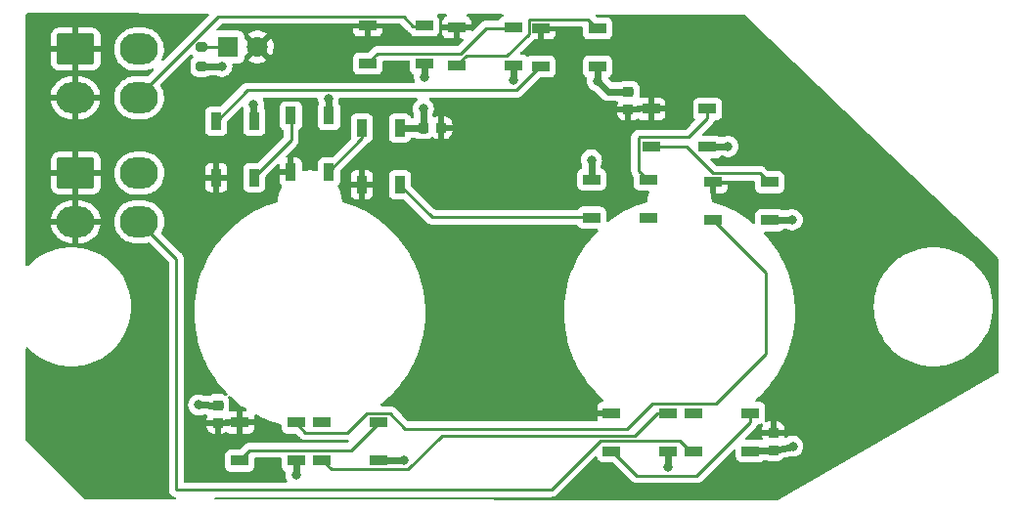
<source format=gbr>
%TF.GenerationSoftware,KiCad,Pcbnew,(6.0.9)*%
%TF.CreationDate,2023-03-29T17:42:22-08:00*%
%TF.ProjectId,ANT SEL PANEL,414e5420-5345-44c2-9050-414e454c2e6b,3*%
%TF.SameCoordinates,Original*%
%TF.FileFunction,Copper,L1,Top*%
%TF.FilePolarity,Positive*%
%FSLAX46Y46*%
G04 Gerber Fmt 4.6, Leading zero omitted, Abs format (unit mm)*
G04 Created by KiCad (PCBNEW (6.0.9)) date 2023-03-29 17:42:22*
%MOMM*%
%LPD*%
G01*
G04 APERTURE LIST*
G04 Aperture macros list*
%AMRoundRect*
0 Rectangle with rounded corners*
0 $1 Rounding radius*
0 $2 $3 $4 $5 $6 $7 $8 $9 X,Y pos of 4 corners*
0 Add a 4 corners polygon primitive as box body*
4,1,4,$2,$3,$4,$5,$6,$7,$8,$9,$2,$3,0*
0 Add four circle primitives for the rounded corners*
1,1,$1+$1,$2,$3*
1,1,$1+$1,$4,$5*
1,1,$1+$1,$6,$7*
1,1,$1+$1,$8,$9*
0 Add four rect primitives between the rounded corners*
20,1,$1+$1,$2,$3,$4,$5,0*
20,1,$1+$1,$4,$5,$6,$7,0*
20,1,$1+$1,$6,$7,$8,$9,0*
20,1,$1+$1,$8,$9,$2,$3,0*%
G04 Aperture macros list end*
%TA.AperFunction,SMDPad,CuDef*%
%ADD10R,1.500000X0.900000*%
%TD*%
%TA.AperFunction,SMDPad,CuDef*%
%ADD11R,0.900000X1.500000*%
%TD*%
%TA.AperFunction,SMDPad,CuDef*%
%ADD12RoundRect,0.200000X0.275000X-0.200000X0.275000X0.200000X-0.275000X0.200000X-0.275000X-0.200000X0*%
%TD*%
%TA.AperFunction,SMDPad,CuDef*%
%ADD13RoundRect,0.225000X0.225000X0.250000X-0.225000X0.250000X-0.225000X-0.250000X0.225000X-0.250000X0*%
%TD*%
%TA.AperFunction,SMDPad,CuDef*%
%ADD14RoundRect,0.225000X0.250000X-0.225000X0.250000X0.225000X-0.250000X0.225000X-0.250000X-0.225000X0*%
%TD*%
%TA.AperFunction,SMDPad,CuDef*%
%ADD15RoundRect,0.225000X-0.250000X0.225000X-0.250000X-0.225000X0.250000X-0.225000X0.250000X0.225000X0*%
%TD*%
%TA.AperFunction,ComponentPad*%
%ADD16RoundRect,0.250001X-1.399999X1.099999X-1.399999X-1.099999X1.399999X-1.099999X1.399999X1.099999X0*%
%TD*%
%TA.AperFunction,ComponentPad*%
%ADD17O,3.300000X2.700000*%
%TD*%
%TA.AperFunction,ComponentPad*%
%ADD18R,1.800000X1.800000*%
%TD*%
%TA.AperFunction,ComponentPad*%
%ADD19C,1.800000*%
%TD*%
%TA.AperFunction,ViaPad*%
%ADD20C,0.800000*%
%TD*%
%TA.AperFunction,ViaPad*%
%ADD21C,1.500000*%
%TD*%
%TA.AperFunction,Conductor*%
%ADD22C,0.250000*%
%TD*%
%TA.AperFunction,Conductor*%
%ADD23C,0.600000*%
%TD*%
G04 APERTURE END LIST*
D10*
%TO.P,D1,1,VDD*%
%TO.N,/LED+5V*%
X107723200Y-39879200D03*
%TO.P,D1,2,DOUT*%
%TO.N,Net-(D1-Pad2)*%
X107723200Y-43179200D03*
%TO.P,D1,3,VSS*%
%TO.N,/LEDGND*%
X112623200Y-43179200D03*
%TO.P,D1,4,DIN*%
%TO.N,/DATAIN*%
X112623200Y-39879200D03*
%TD*%
%TO.P,D2,1,VDD*%
%TO.N,/LED+5V*%
X115406200Y-40056800D03*
%TO.P,D2,2,DOUT*%
%TO.N,Net-(D2-Pad2)*%
X115406200Y-43356800D03*
%TO.P,D2,3,VSS*%
%TO.N,/LEDGND*%
X120306200Y-43356800D03*
%TO.P,D2,4,DIN*%
%TO.N,Net-(D1-Pad2)*%
X120306200Y-40056800D03*
%TD*%
%TO.P,D3,1,VDD*%
%TO.N,/LED+5V*%
X122709200Y-40132800D03*
%TO.P,D3,2,DOUT*%
%TO.N,Net-(D3-Pad2)*%
X122709200Y-43432800D03*
%TO.P,D3,3,VSS*%
%TO.N,/LEDGND*%
X127609200Y-43432800D03*
%TO.P,D3,4,DIN*%
%TO.N,Net-(D2-Pad2)*%
X127609200Y-40132800D03*
%TD*%
D11*
%TO.P,D4,1,VDD*%
%TO.N,/LED+5V*%
X94590800Y-53058400D03*
%TO.P,D4,2,DOUT*%
%TO.N,Net-(D4-Pad2)*%
X97890800Y-53058400D03*
%TO.P,D4,3,VSS*%
%TO.N,/LEDGND*%
X97890800Y-48158400D03*
%TO.P,D4,4,DIN*%
%TO.N,Net-(D3-Pad2)*%
X94590800Y-48158400D03*
%TD*%
%TO.P,D5,1,VDD*%
%TO.N,/LED+5V*%
X101042200Y-52601200D03*
%TO.P,D5,2,DOUT*%
%TO.N,Net-(D5-Pad2)*%
X104342200Y-52601200D03*
%TO.P,D5,3,VSS*%
%TO.N,/LEDGND*%
X104342200Y-47701200D03*
%TO.P,D5,4,DIN*%
%TO.N,Net-(D4-Pad2)*%
X101042200Y-47701200D03*
%TD*%
%TO.P,D6,1,VDD*%
%TO.N,/LED+5V*%
X107189200Y-53668000D03*
%TO.P,D6,2,DOUT*%
%TO.N,Net-(D6-Pad2)*%
X110489200Y-53668000D03*
%TO.P,D6,3,VSS*%
%TO.N,/LEDGND*%
X110489200Y-48768000D03*
%TO.P,D6,4,DIN*%
%TO.N,Net-(D5-Pad2)*%
X107189200Y-48768000D03*
%TD*%
D10*
%TO.P,D7,1,VDD*%
%TO.N,/LED+5V*%
X131978200Y-56539200D03*
%TO.P,D7,2,DOUT*%
%TO.N,Net-(D7-Pad2)*%
X131978200Y-53239200D03*
%TO.P,D7,3,VSS*%
%TO.N,/LEDGND*%
X127078200Y-53239200D03*
%TO.P,D7,4,DIN*%
%TO.N,Net-(D6-Pad2)*%
X127078200Y-56539200D03*
%TD*%
%TO.P,D8,1,VDD*%
%TO.N,/LED+5V*%
X132221200Y-47118000D03*
%TO.P,D8,2,DOUT*%
%TO.N,Net-(D8-Pad2)*%
X132221200Y-50418000D03*
%TO.P,D8,3,VSS*%
%TO.N,/LEDGND*%
X137121200Y-50418000D03*
%TO.P,D8,4,DIN*%
%TO.N,Net-(D7-Pad2)*%
X137121200Y-47118000D03*
%TD*%
%TO.P,D9,1,VDD*%
%TO.N,/LED+5V*%
X137605200Y-53468000D03*
%TO.P,D9,2,DOUT*%
%TO.N,Net-(D10-Pad4)*%
X137605200Y-56768000D03*
%TO.P,D9,3,VSS*%
%TO.N,/LEDGND*%
X142505200Y-56768000D03*
%TO.P,D9,4,DIN*%
%TO.N,Net-(D8-Pad2)*%
X142505200Y-53468000D03*
%TD*%
%TO.P,D10,1,VDD*%
%TO.N,/LED+5V*%
X96610200Y-74296000D03*
%TO.P,D10,2,DOUT*%
%TO.N,Net-(D10-Pad2)*%
X96610200Y-77596000D03*
%TO.P,D10,3,VSS*%
%TO.N,/LEDGND*%
X101510200Y-77596000D03*
%TO.P,D10,4,DIN*%
%TO.N,Net-(D10-Pad4)*%
X101510200Y-74296000D03*
%TD*%
%TO.P,D11,1,VDD*%
%TO.N,/LED+5V*%
X103710200Y-74270400D03*
%TO.P,D11,2,DOUT*%
%TO.N,Net-(D11-Pad2)*%
X103710200Y-77570400D03*
%TO.P,D11,3,VSS*%
%TO.N,/LEDGND*%
X108610200Y-77570400D03*
%TO.P,D11,4,DIN*%
%TO.N,Net-(D10-Pad2)*%
X108610200Y-74270400D03*
%TD*%
%TO.P,D12,1,VDD*%
%TO.N,/LED+5V*%
X128829200Y-73457600D03*
%TO.P,D12,2,DOUT*%
%TO.N,Net-(D12-Pad2)*%
X128829200Y-76757600D03*
%TO.P,D12,3,VSS*%
%TO.N,/LEDGND*%
X133729200Y-76757600D03*
%TO.P,D12,4,DIN*%
%TO.N,Net-(D11-Pad2)*%
X133729200Y-73457600D03*
%TD*%
%TO.P,D13,1,VDD*%
%TO.N,/LED+5V*%
X135941200Y-73457600D03*
%TO.P,D13,2,DOUT*%
%TO.N,/DATAOUT*%
X135941200Y-76757600D03*
%TO.P,D13,3,VSS*%
%TO.N,/LEDGND*%
X140841200Y-76757600D03*
%TO.P,D13,4,DIN*%
%TO.N,Net-(D12-Pad2)*%
X140841200Y-73457600D03*
%TD*%
D12*
%TO.P,R1,1*%
%TO.N,/LEDGND*%
X93327220Y-43420300D03*
%TO.P,R1,2*%
%TO.N,Net-(D14-Pad1)*%
X93327220Y-41770300D03*
%TD*%
D13*
%TO.P,C2,1*%
%TO.N,/LED+5V*%
X114074240Y-48745140D03*
%TO.P,C2,2*%
%TO.N,/LEDGND*%
X112524240Y-48745140D03*
%TD*%
D14*
%TO.P,C3,1*%
%TO.N,/LED+5V*%
X130263900Y-47172880D03*
%TO.P,C3,2*%
%TO.N,/LEDGND*%
X130263900Y-45622880D03*
%TD*%
D15*
%TO.P,C4,1*%
%TO.N,/LED+5V*%
X142816580Y-75152920D03*
%TO.P,C4,2*%
%TO.N,/LEDGND*%
X142816580Y-76702920D03*
%TD*%
D14*
%TO.P,C5,1*%
%TO.N,/LED+5V*%
X94724220Y-74322940D03*
%TO.P,C5,2*%
%TO.N,/LEDGND*%
X94724220Y-72772940D03*
%TD*%
D16*
%TO.P,J1,1,Pin_1*%
%TO.N,/LED+5V*%
X82405220Y-41937940D03*
D17*
%TO.P,J1,2,Pin_2*%
X82405220Y-46137940D03*
%TO.P,J1,3,Pin_3*%
%TO.N,/LEDGND*%
X87905220Y-41937940D03*
%TO.P,J1,4,Pin_4*%
%TO.N,/DATAIN*%
X87905220Y-46137940D03*
%TD*%
D16*
%TO.P,J2,1,Pin_1*%
%TO.N,/LED+5V*%
X82430620Y-52689760D03*
D17*
%TO.P,J2,2,Pin_2*%
X82430620Y-56889760D03*
%TO.P,J2,3,Pin_3*%
%TO.N,/LEDGND*%
X87930620Y-52689760D03*
%TO.P,J2,4,Pin_4*%
%TO.N,/DATAOUT*%
X87930620Y-56889760D03*
%TD*%
D18*
%TO.P,D14,1,K*%
%TO.N,Net-(D14-Pad1)*%
X95610000Y-41750000D03*
D19*
%TO.P,D14,2,A*%
%TO.N,/LED+5V*%
X98150000Y-41750000D03*
%TD*%
D20*
%TO.N,/LEDGND*%
X95074740Y-43426380D03*
X138897360Y-50360580D03*
X104294940Y-46222920D03*
X127589280Y-44663360D03*
X127073660Y-51531520D03*
X144447260Y-56715660D03*
X133728460Y-78181200D03*
X97840800Y-46743620D03*
X93078300Y-72771000D03*
X120291860Y-44602400D03*
X112623600Y-44361100D03*
X112524240Y-47086820D03*
X144505680Y-76344780D03*
X101510200Y-78842500D03*
X110837980Y-77518260D03*
D21*
%TO.N,/LED+5V*%
X113309400Y-52677060D03*
%TD*%
D22*
%TO.N,Net-(D1-Pad2)*%
X120306200Y-40106800D02*
X117965020Y-40106800D01*
X117965020Y-40106800D02*
X115767621Y-42304199D01*
X108548201Y-42304199D02*
X107723200Y-43129200D01*
X115767621Y-42304199D02*
X108548201Y-42304199D01*
%TO.N,Net-(D2-Pad2)*%
X115406200Y-43306800D02*
X116231201Y-42481799D01*
X126784199Y-39357799D02*
X127609200Y-40182800D01*
X119766203Y-42481799D02*
X121634199Y-40613803D01*
X121634199Y-39422799D02*
X121699199Y-39357799D01*
X116231201Y-42481799D02*
X119766203Y-42481799D01*
X121699199Y-39357799D02*
X126784199Y-39357799D01*
X121634199Y-40613803D02*
X121634199Y-39422799D01*
%TO.N,Net-(D3-Pad2)*%
X120594081Y-45497919D02*
X122709200Y-43382800D01*
X97301281Y-45497919D02*
X120594081Y-45497919D01*
X94640800Y-48158400D02*
X97301281Y-45497919D01*
%TO.N,Net-(D4-Pad2)*%
X101092200Y-49807000D02*
X97840800Y-53058400D01*
X101092200Y-47701200D02*
X101092200Y-49807000D01*
%TO.N,Net-(D5-Pad2)*%
X107239200Y-49654200D02*
X104292200Y-52601200D01*
X107239200Y-48768000D02*
X107239200Y-49654200D01*
%TO.N,Net-(D6-Pad2)*%
X113260400Y-56489200D02*
X127078200Y-56489200D01*
X110439200Y-53668000D02*
X113260400Y-56489200D01*
%TO.N,Net-(D7-Pad2)*%
X135496201Y-49542999D02*
X131211199Y-49542999D01*
X131146199Y-49607999D02*
X131146199Y-52457199D01*
X137121200Y-47918000D02*
X135496201Y-49542999D01*
X131211199Y-49542999D02*
X131146199Y-49607999D01*
X131146199Y-52457199D02*
X131978200Y-53289200D01*
X137121200Y-47168000D02*
X137121200Y-47918000D01*
%TO.N,Net-(D8-Pad2)*%
X141680199Y-52692999D02*
X142505200Y-53518000D01*
X135286198Y-50368000D02*
X137611197Y-52692999D01*
X132221200Y-50368000D02*
X135286198Y-50368000D01*
X137611197Y-52692999D02*
X141680199Y-52692999D01*
%TO.N,Net-(D10-Pad4)*%
X130175000Y-74815700D02*
X132308101Y-72682599D01*
X107600199Y-73495399D02*
X109620201Y-73495399D01*
X102309601Y-75145401D02*
X105950197Y-75145401D01*
X105950197Y-75145401D02*
X107600199Y-73495399D01*
X142177071Y-68351674D02*
X142177071Y-61289871D01*
X142177071Y-61289871D02*
X137605200Y-56718000D01*
X110940502Y-74815700D02*
X130175000Y-74815700D01*
X101510200Y-74346000D02*
X102309601Y-75145401D01*
X132308101Y-72682599D02*
X137846146Y-72682599D01*
X109620201Y-73495399D02*
X110940502Y-74815700D01*
X137846146Y-72682599D02*
X142177071Y-68351674D01*
%TO.N,Net-(D10-Pad2)*%
X96610200Y-77546000D02*
X97476140Y-76680060D01*
X97476140Y-76680060D02*
X106250540Y-76680060D01*
X106250540Y-76680060D02*
X108610200Y-74320400D01*
%TO.N,Net-(D11-Pad2)*%
X130804211Y-75432589D02*
X114127611Y-75432589D01*
X114127611Y-75432589D02*
X111214799Y-78345401D01*
X133729200Y-73507600D02*
X132729200Y-73507600D01*
X111214799Y-78345401D02*
X104535201Y-78345401D01*
X132729200Y-73507600D02*
X130804211Y-75432589D01*
X104535201Y-78345401D02*
X103710200Y-77520400D01*
%TO.N,Net-(D12-Pad2)*%
X140841200Y-74257600D02*
X136192599Y-78906201D01*
X131027801Y-78906201D02*
X128829200Y-76707600D01*
X140841200Y-73507600D02*
X140841200Y-74257600D01*
X136192599Y-78906201D02*
X131027801Y-78906201D01*
D23*
%TO.N,/LEDGND*%
X112524240Y-47086820D02*
X112524240Y-47086820D01*
X112623600Y-44361100D02*
X112623200Y-44360700D01*
X120291860Y-44602400D02*
X120306200Y-44588060D01*
X127589280Y-44663360D02*
X127609200Y-44643440D01*
X138897360Y-50360580D02*
X138889940Y-50368000D01*
X144447260Y-56715660D02*
X144444920Y-56718000D01*
X133728460Y-78181200D02*
X133729200Y-78180460D01*
X110837980Y-77518260D02*
X110835840Y-77520400D01*
X101510200Y-78842500D02*
X101510200Y-78842500D01*
X93078300Y-72771000D02*
X93080240Y-72772940D01*
X97840800Y-46743620D02*
X97840800Y-46743620D01*
X104294940Y-46222920D02*
X104292200Y-46225660D01*
X127073660Y-51531520D02*
X127078200Y-51536060D01*
X95074740Y-43426380D02*
X95068660Y-43420300D01*
X133729200Y-76707600D02*
X133728460Y-78181200D01*
X128548800Y-45622880D02*
X127589280Y-44663360D01*
X120306200Y-43306800D02*
X120291860Y-44602400D01*
X93327220Y-43420300D02*
X95074740Y-43426380D01*
X104292200Y-47701200D02*
X104294940Y-46222920D01*
X94724220Y-72772940D02*
X93078300Y-72771000D01*
X142816580Y-76702920D02*
X144505680Y-76344780D01*
X127609200Y-43382800D02*
X127589280Y-44663360D01*
X108610200Y-77520400D02*
X110837980Y-77518260D01*
X127078200Y-53289200D02*
X127073660Y-51531520D01*
X142505200Y-56718000D02*
X144447260Y-56715660D01*
X101510200Y-77546000D02*
X101510200Y-78842500D01*
X112524240Y-48745140D02*
X112524240Y-47086820D01*
X112623200Y-43129200D02*
X112623600Y-44361100D01*
X137121200Y-50368000D02*
X138897360Y-50360580D01*
X130263900Y-45622880D02*
X128548800Y-45622880D01*
X140841200Y-76707600D02*
X142811900Y-76707600D01*
X112501380Y-48768000D02*
X112524240Y-48745140D01*
X110439200Y-48768000D02*
X112501380Y-48768000D01*
X97840800Y-48158400D02*
X97840800Y-46743620D01*
X142811900Y-76707600D02*
X142816580Y-76702920D01*
D22*
%TO.N,Net-(D14-Pad1)*%
X93327220Y-41770300D02*
X95589700Y-41770300D01*
X95589700Y-41770300D02*
X95610000Y-41750000D01*
%TO.N,/DATAIN*%
X110798199Y-39104199D02*
X94775843Y-39104199D01*
X87950940Y-45929102D02*
X87950940Y-47062500D01*
X94775843Y-39104199D02*
X87905220Y-45974822D01*
X111623200Y-39929200D02*
X110798199Y-39104199D01*
X112623200Y-39929200D02*
X111623200Y-39929200D01*
X87905220Y-45974822D02*
X87905220Y-46137940D01*
%TO.N,/DATAOUT*%
X127819199Y-75882599D02*
X123602898Y-80098900D01*
X123602898Y-80098900D02*
X91117420Y-80098900D01*
X134739201Y-75882599D02*
X127819199Y-75882599D01*
X91117420Y-80098900D02*
X91117420Y-60076560D01*
X135941200Y-76707600D02*
X135941200Y-77084598D01*
X135941200Y-77084598D02*
X134739201Y-75882599D01*
X91117420Y-60076560D02*
X87930620Y-56889760D01*
%TD*%
%TA.AperFunction,Conductor*%
%TO.N,/LED+5V*%
G36*
X82081903Y-38817415D02*
G01*
X93839399Y-38840799D01*
X93907479Y-38860937D01*
X93953866Y-38914685D01*
X93963830Y-38984979D01*
X93934208Y-39049501D01*
X93928243Y-39055894D01*
X90070187Y-42913950D01*
X90007875Y-42947976D01*
X89937060Y-42942911D01*
X89880224Y-42900364D01*
X89855413Y-42833844D01*
X89869583Y-42766188D01*
X89910710Y-42688019D01*
X89910713Y-42688013D01*
X89912835Y-42683979D01*
X89915064Y-42677669D01*
X90001122Y-42433973D01*
X90001122Y-42433972D01*
X90002645Y-42429660D01*
X90039207Y-42244157D01*
X90053920Y-42169512D01*
X90053921Y-42169506D01*
X90054801Y-42165040D01*
X90056943Y-42122021D01*
X90067984Y-41900232D01*
X90067984Y-41900226D01*
X90068211Y-41895663D01*
X90042595Y-41627171D01*
X90017448Y-41524400D01*
X89979575Y-41369628D01*
X89978489Y-41365190D01*
X89877235Y-41115207D01*
X89740955Y-40882458D01*
X89620858Y-40732285D01*
X89575356Y-40675387D01*
X89575355Y-40675385D01*
X89572504Y-40671821D01*
X89375411Y-40487706D01*
X89153804Y-40333972D01*
X89149721Y-40331941D01*
X89149718Y-40331939D01*
X88984826Y-40249907D01*
X88912326Y-40213839D01*
X88907992Y-40212418D01*
X88907989Y-40212417D01*
X88660367Y-40131242D01*
X88660361Y-40131241D01*
X88656034Y-40129822D01*
X88636354Y-40126405D01*
X88394080Y-40084339D01*
X88394072Y-40084338D01*
X88390299Y-40083683D01*
X88372884Y-40082816D01*
X88306642Y-40079518D01*
X88306634Y-40079518D01*
X88305071Y-40079440D01*
X87536708Y-40079440D01*
X87534440Y-40079605D01*
X87534428Y-40079605D01*
X87403336Y-40089117D01*
X87336216Y-40093987D01*
X87331761Y-40094971D01*
X87331758Y-40094971D01*
X87077308Y-40151149D01*
X87077304Y-40151150D01*
X87072848Y-40152134D01*
X86952927Y-40197568D01*
X86824902Y-40246072D01*
X86824899Y-40246073D01*
X86820632Y-40247690D01*
X86704004Y-40312471D01*
X86593467Y-40373869D01*
X86584852Y-40378654D01*
X86515539Y-40431552D01*
X86390427Y-40527035D01*
X86370447Y-40542283D01*
X86367254Y-40545549D01*
X86367252Y-40545551D01*
X86305078Y-40609152D01*
X86181908Y-40735148D01*
X86023186Y-40953210D01*
X85979563Y-41036124D01*
X85899730Y-41187861D01*
X85899727Y-41187867D01*
X85897605Y-41191901D01*
X85896085Y-41196206D01*
X85896083Y-41196210D01*
X85829251Y-41385461D01*
X85807795Y-41446220D01*
X85806912Y-41450702D01*
X85756624Y-41705844D01*
X85755639Y-41710840D01*
X85755412Y-41715393D01*
X85755412Y-41715396D01*
X85746211Y-41900232D01*
X85742229Y-41980217D01*
X85767845Y-42248709D01*
X85768930Y-42253143D01*
X85768931Y-42253149D01*
X85830865Y-42506252D01*
X85831951Y-42510690D01*
X85933205Y-42760673D01*
X86019980Y-42908874D01*
X86048570Y-42957701D01*
X86069485Y-42993422D01*
X86155210Y-43100615D01*
X86225859Y-43188957D01*
X86237936Y-43204059D01*
X86435029Y-43388174D01*
X86656636Y-43541908D01*
X86660719Y-43543939D01*
X86660722Y-43543941D01*
X86756992Y-43591834D01*
X86898114Y-43662041D01*
X86902448Y-43663462D01*
X86902451Y-43663463D01*
X87150073Y-43744638D01*
X87150079Y-43744639D01*
X87154406Y-43746058D01*
X87158897Y-43746838D01*
X87158898Y-43746838D01*
X87416360Y-43791541D01*
X87416368Y-43791542D01*
X87420141Y-43792197D01*
X87423978Y-43792388D01*
X87503798Y-43796362D01*
X87503806Y-43796362D01*
X87505369Y-43796440D01*
X88273732Y-43796440D01*
X88276000Y-43796275D01*
X88276012Y-43796275D01*
X88407104Y-43786763D01*
X88474224Y-43781893D01*
X88478679Y-43780909D01*
X88478682Y-43780909D01*
X88733132Y-43724731D01*
X88733136Y-43724730D01*
X88737592Y-43723746D01*
X88872350Y-43672691D01*
X88985538Y-43629808D01*
X88985541Y-43629807D01*
X88989808Y-43628190D01*
X89027191Y-43607426D01*
X89096453Y-43591834D01*
X89163151Y-43616164D01*
X89206107Y-43672691D01*
X89211683Y-43743468D01*
X89177467Y-43806670D01*
X88700802Y-44283335D01*
X88638490Y-44317361D01*
X88590152Y-44318383D01*
X88394080Y-44284339D01*
X88394072Y-44284338D01*
X88390299Y-44283683D01*
X88372884Y-44282816D01*
X88306642Y-44279518D01*
X88306634Y-44279518D01*
X88305071Y-44279440D01*
X87536708Y-44279440D01*
X87534440Y-44279605D01*
X87534428Y-44279605D01*
X87403336Y-44289117D01*
X87336216Y-44293987D01*
X87331761Y-44294971D01*
X87331758Y-44294971D01*
X87077308Y-44351149D01*
X87077304Y-44351150D01*
X87072848Y-44352134D01*
X86970445Y-44390931D01*
X86824902Y-44446072D01*
X86824899Y-44446073D01*
X86820632Y-44447690D01*
X86584852Y-44578654D01*
X86482463Y-44656795D01*
X86399007Y-44720487D01*
X86370447Y-44742283D01*
X86367254Y-44745549D01*
X86367252Y-44745551D01*
X86276177Y-44838716D01*
X86181908Y-44935148D01*
X86023186Y-45153210D01*
X86021064Y-45157244D01*
X85899730Y-45387861D01*
X85899727Y-45387867D01*
X85897605Y-45391901D01*
X85896085Y-45396206D01*
X85896083Y-45396210D01*
X85834788Y-45569782D01*
X85807795Y-45646220D01*
X85806912Y-45650702D01*
X85761508Y-45881064D01*
X85755639Y-45910840D01*
X85755412Y-45915393D01*
X85755412Y-45915396D01*
X85742944Y-46165862D01*
X85742229Y-46180217D01*
X85767845Y-46448709D01*
X85768930Y-46453143D01*
X85768931Y-46453149D01*
X85814218Y-46638220D01*
X85831951Y-46710690D01*
X85933205Y-46960673D01*
X85935514Y-46964616D01*
X86046701Y-47154509D01*
X86069485Y-47193422D01*
X86159468Y-47305940D01*
X86189906Y-47344000D01*
X86237936Y-47404059D01*
X86435029Y-47588174D01*
X86656636Y-47741908D01*
X86660719Y-47743939D01*
X86660722Y-47743941D01*
X86700663Y-47763811D01*
X86898114Y-47862041D01*
X86902448Y-47863462D01*
X86902451Y-47863463D01*
X87150073Y-47944638D01*
X87150079Y-47944639D01*
X87154406Y-47946058D01*
X87158897Y-47946838D01*
X87158898Y-47946838D01*
X87416360Y-47991541D01*
X87416368Y-47991542D01*
X87420141Y-47992197D01*
X87423978Y-47992388D01*
X87503798Y-47996362D01*
X87503806Y-47996362D01*
X87505369Y-47996440D01*
X88273732Y-47996440D01*
X88276000Y-47996275D01*
X88276012Y-47996275D01*
X88407104Y-47986763D01*
X88474224Y-47981893D01*
X88478679Y-47980909D01*
X88478682Y-47980909D01*
X88733132Y-47924731D01*
X88733136Y-47924730D01*
X88737592Y-47923746D01*
X88863700Y-47875968D01*
X88985538Y-47829808D01*
X88985541Y-47829807D01*
X88989808Y-47828190D01*
X89225588Y-47697226D01*
X89439993Y-47533597D01*
X89443555Y-47529954D01*
X89625337Y-47344000D01*
X89628532Y-47340732D01*
X89787254Y-47122670D01*
X89871170Y-46963171D01*
X89910710Y-46888019D01*
X89910713Y-46888013D01*
X89912835Y-46883979D01*
X89919891Y-46864000D01*
X90001122Y-46633973D01*
X90001122Y-46633972D01*
X90002645Y-46629660D01*
X90037435Y-46453149D01*
X90053920Y-46369512D01*
X90053921Y-46369506D01*
X90054801Y-46365040D01*
X90056747Y-46325952D01*
X90067984Y-46100232D01*
X90067984Y-46100226D01*
X90068211Y-46095663D01*
X90042595Y-45827171D01*
X89997262Y-45641907D01*
X89979575Y-45569628D01*
X89978489Y-45565190D01*
X89877235Y-45315207D01*
X89772587Y-45136481D01*
X89755427Y-45067591D01*
X89778238Y-45000358D01*
X89792224Y-44983722D01*
X92338828Y-42437118D01*
X92401140Y-42403092D01*
X92471955Y-42408157D01*
X92517018Y-42437118D01*
X92586105Y-42506205D01*
X92620131Y-42568517D01*
X92615066Y-42639332D01*
X92586105Y-42684395D01*
X92490581Y-42779919D01*
X92401748Y-42926601D01*
X92399477Y-42933848D01*
X92399476Y-42933850D01*
X92395049Y-42947976D01*
X92350467Y-43090238D01*
X92343720Y-43163665D01*
X92343721Y-43676934D01*
X92343984Y-43679792D01*
X92343984Y-43679801D01*
X92347246Y-43715304D01*
X92350467Y-43750362D01*
X92352466Y-43756740D01*
X92352466Y-43756741D01*
X92384303Y-43858331D01*
X92401748Y-43913999D01*
X92490581Y-44060681D01*
X92611839Y-44181939D01*
X92758521Y-44270772D01*
X92765768Y-44273043D01*
X92765770Y-44273044D01*
X92803402Y-44284837D01*
X92922158Y-44322053D01*
X92995585Y-44328800D01*
X92998483Y-44328800D01*
X93328080Y-44328799D01*
X93658854Y-44328799D01*
X93661712Y-44328536D01*
X93661721Y-44328536D01*
X93697224Y-44325274D01*
X93732282Y-44322053D01*
X93753831Y-44315300D01*
X93888670Y-44273044D01*
X93888672Y-44273043D01*
X93895919Y-44270772D01*
X93931278Y-44249358D01*
X93996986Y-44231135D01*
X94219140Y-44231908D01*
X94627195Y-44233328D01*
X94678005Y-44244220D01*
X94786417Y-44292488D01*
X94786425Y-44292491D01*
X94792452Y-44295174D01*
X94885401Y-44314931D01*
X94972796Y-44333508D01*
X94972801Y-44333508D01*
X94979253Y-44334880D01*
X95170227Y-44334880D01*
X95176679Y-44333508D01*
X95176684Y-44333508D01*
X95264079Y-44314931D01*
X95357028Y-44295174D01*
X95363061Y-44292488D01*
X95525462Y-44220183D01*
X95525464Y-44220182D01*
X95531492Y-44217498D01*
X95561609Y-44195617D01*
X95596783Y-44170061D01*
X95685993Y-44105246D01*
X95694684Y-44095594D01*
X95809361Y-43968232D01*
X95809362Y-43968231D01*
X95813780Y-43963324D01*
X95878332Y-43851517D01*
X95905963Y-43803659D01*
X95905964Y-43803658D01*
X95909267Y-43797936D01*
X95968282Y-43616308D01*
X95980013Y-43504699D01*
X95987554Y-43432945D01*
X95988244Y-43426380D01*
X95974716Y-43297670D01*
X95987488Y-43227832D01*
X96035990Y-43175986D01*
X96100026Y-43158500D01*
X96558134Y-43158500D01*
X96620316Y-43151745D01*
X96756705Y-43100615D01*
X96873261Y-43013261D01*
X96949597Y-42911406D01*
X97353423Y-42911406D01*
X97358704Y-42918461D01*
X97535080Y-43021527D01*
X97544363Y-43025974D01*
X97751003Y-43104883D01*
X97760901Y-43107759D01*
X97977653Y-43151857D01*
X97987883Y-43153076D01*
X98208914Y-43161182D01*
X98219223Y-43160714D01*
X98438623Y-43132608D01*
X98448688Y-43130468D01*
X98660557Y-43066905D01*
X98670152Y-43063144D01*
X98868778Y-42965838D01*
X98877636Y-42960559D01*
X98935097Y-42919572D01*
X98943497Y-42908874D01*
X98936510Y-42895721D01*
X98162811Y-42122021D01*
X98148868Y-42114408D01*
X98147034Y-42114539D01*
X98140420Y-42118790D01*
X97360180Y-42899031D01*
X97353423Y-42911406D01*
X96949597Y-42911406D01*
X96960615Y-42896705D01*
X97011745Y-42760316D01*
X97018500Y-42698134D01*
X97018500Y-42574480D01*
X97038502Y-42506359D01*
X97055405Y-42485384D01*
X97777979Y-41762811D01*
X97784356Y-41751132D01*
X98514408Y-41751132D01*
X98514539Y-41752966D01*
X98518790Y-41759580D01*
X99296307Y-42537096D01*
X99308313Y-42543652D01*
X99320052Y-42534684D01*
X99358010Y-42481859D01*
X99363321Y-42473020D01*
X99461318Y-42274737D01*
X99465117Y-42265142D01*
X99529415Y-42053517D01*
X99531594Y-42043436D01*
X99560702Y-41822338D01*
X99561221Y-41815663D01*
X99562744Y-41753364D01*
X99562550Y-41746646D01*
X99544279Y-41524400D01*
X99542596Y-41514238D01*
X99488710Y-41299708D01*
X99485389Y-41289953D01*
X99397193Y-41087118D01*
X99392315Y-41078020D01*
X99319224Y-40965038D01*
X99308538Y-40955835D01*
X99298973Y-40960238D01*
X98522021Y-41737189D01*
X98514408Y-41751132D01*
X97784356Y-41751132D01*
X97785592Y-41748868D01*
X97785461Y-41747034D01*
X97781210Y-41740420D01*
X97055405Y-41014616D01*
X97021380Y-40952303D01*
X97018500Y-40925520D01*
X97018500Y-40801866D01*
X97011745Y-40739684D01*
X96960615Y-40603295D01*
X96951184Y-40590711D01*
X97355508Y-40590711D01*
X97362251Y-40603040D01*
X98137189Y-41377979D01*
X98151132Y-41385592D01*
X98152966Y-41385461D01*
X98159580Y-41381210D01*
X98938994Y-40601795D01*
X98946011Y-40588944D01*
X98938237Y-40578274D01*
X98935902Y-40576430D01*
X98927320Y-40570729D01*
X98733678Y-40463833D01*
X98724272Y-40459606D01*
X98515772Y-40385772D01*
X98505809Y-40383140D01*
X98453763Y-40373869D01*
X106465201Y-40373869D01*
X106465571Y-40380690D01*
X106471095Y-40431552D01*
X106474721Y-40446804D01*
X106519876Y-40567254D01*
X106528414Y-40582849D01*
X106604915Y-40684924D01*
X106617476Y-40697485D01*
X106719551Y-40773986D01*
X106735146Y-40782524D01*
X106855594Y-40827678D01*
X106870849Y-40831305D01*
X106921714Y-40836831D01*
X106928528Y-40837200D01*
X107451085Y-40837200D01*
X107466324Y-40832725D01*
X107467529Y-40831335D01*
X107469200Y-40823652D01*
X107469200Y-40819084D01*
X107977200Y-40819084D01*
X107981675Y-40834323D01*
X107983065Y-40835528D01*
X107990748Y-40837199D01*
X108517869Y-40837199D01*
X108524690Y-40836829D01*
X108575552Y-40831305D01*
X108590804Y-40827679D01*
X108711254Y-40782524D01*
X108726849Y-40773986D01*
X108828924Y-40697485D01*
X108841485Y-40684924D01*
X108917986Y-40582849D01*
X108926524Y-40567254D01*
X108971678Y-40446806D01*
X108975305Y-40431551D01*
X108980831Y-40380686D01*
X108981200Y-40373872D01*
X108981200Y-40151315D01*
X108976725Y-40136076D01*
X108975335Y-40134871D01*
X108967652Y-40133200D01*
X107995315Y-40133200D01*
X107980076Y-40137675D01*
X107978871Y-40139065D01*
X107977200Y-40146748D01*
X107977200Y-40819084D01*
X107469200Y-40819084D01*
X107469200Y-40151315D01*
X107464725Y-40136076D01*
X107463335Y-40134871D01*
X107455652Y-40133200D01*
X106483316Y-40133200D01*
X106468077Y-40137675D01*
X106466872Y-40139065D01*
X106465201Y-40146748D01*
X106465201Y-40373869D01*
X98453763Y-40373869D01*
X98288047Y-40344350D01*
X98277796Y-40343381D01*
X98056616Y-40340679D01*
X98046332Y-40341399D01*
X97827693Y-40374855D01*
X97817666Y-40377244D01*
X97607426Y-40445961D01*
X97597916Y-40449958D01*
X97401725Y-40552089D01*
X97393007Y-40557578D01*
X97363961Y-40579386D01*
X97355508Y-40590711D01*
X96951184Y-40590711D01*
X96873261Y-40486739D01*
X96756705Y-40399385D01*
X96620316Y-40348255D01*
X96558134Y-40341500D01*
X94738636Y-40341500D01*
X94670515Y-40321498D01*
X94624022Y-40267842D01*
X94613918Y-40197568D01*
X94643412Y-40132988D01*
X94649541Y-40126405D01*
X95001342Y-39774604D01*
X95063654Y-39740578D01*
X95090437Y-39737699D01*
X110483605Y-39737699D01*
X110551726Y-39757701D01*
X110572700Y-39774604D01*
X111119543Y-40321447D01*
X111127087Y-40329737D01*
X111131200Y-40336218D01*
X111136977Y-40341643D01*
X111180867Y-40382858D01*
X111183709Y-40385613D01*
X111203431Y-40405335D01*
X111206555Y-40407758D01*
X111206559Y-40407762D01*
X111206624Y-40407812D01*
X111215645Y-40415517D01*
X111247879Y-40445786D01*
X111254827Y-40449605D01*
X111254829Y-40449607D01*
X111265632Y-40455546D01*
X111282159Y-40466402D01*
X111291898Y-40473957D01*
X111291900Y-40473958D01*
X111298160Y-40478814D01*
X111338740Y-40496374D01*
X111349383Y-40501588D01*
X111361006Y-40507978D01*
X111365792Y-40510609D01*
X111415608Y-40560513D01*
X111419435Y-40567503D01*
X111422585Y-40575905D01*
X111509939Y-40692461D01*
X111626495Y-40779815D01*
X111762884Y-40830945D01*
X111825066Y-40837700D01*
X113421334Y-40837700D01*
X113483516Y-40830945D01*
X113619905Y-40779815D01*
X113736461Y-40692461D01*
X113823815Y-40575905D01*
X113832976Y-40551469D01*
X114148201Y-40551469D01*
X114148571Y-40558290D01*
X114154095Y-40609152D01*
X114157721Y-40624404D01*
X114202876Y-40744854D01*
X114211414Y-40760449D01*
X114287915Y-40862524D01*
X114300476Y-40875085D01*
X114402551Y-40951586D01*
X114418146Y-40960124D01*
X114538594Y-41005278D01*
X114553849Y-41008905D01*
X114604714Y-41014431D01*
X114611528Y-41014800D01*
X115134085Y-41014800D01*
X115149324Y-41010325D01*
X115150529Y-41008935D01*
X115152200Y-41001252D01*
X115152200Y-40328915D01*
X115147725Y-40313676D01*
X115146335Y-40312471D01*
X115138652Y-40310800D01*
X114166316Y-40310800D01*
X114151077Y-40315275D01*
X114149872Y-40316665D01*
X114148201Y-40324348D01*
X114148201Y-40551469D01*
X113832976Y-40551469D01*
X113874945Y-40439516D01*
X113881700Y-40377334D01*
X113881700Y-39381066D01*
X113874945Y-39318884D01*
X113823815Y-39182495D01*
X113817674Y-39174300D01*
X113748619Y-39082161D01*
X113723771Y-39015654D01*
X113738824Y-38946272D01*
X113788998Y-38896042D01*
X113849694Y-38880596D01*
X114132431Y-38881159D01*
X114448076Y-38881787D01*
X114516157Y-38901925D01*
X114562543Y-38955673D01*
X114572507Y-39025967D01*
X114542885Y-39090489D01*
X114492054Y-39125769D01*
X114418148Y-39153475D01*
X114402551Y-39162014D01*
X114300476Y-39238515D01*
X114287915Y-39251076D01*
X114211414Y-39353151D01*
X114202876Y-39368746D01*
X114157722Y-39489194D01*
X114154095Y-39504449D01*
X114148569Y-39555314D01*
X114148200Y-39562128D01*
X114148200Y-39784685D01*
X114152675Y-39799924D01*
X114154065Y-39801129D01*
X114161748Y-39802800D01*
X116646084Y-39802800D01*
X116661323Y-39798325D01*
X116662528Y-39796935D01*
X116664199Y-39789252D01*
X116664199Y-39562131D01*
X116663829Y-39555310D01*
X116658305Y-39504448D01*
X116654679Y-39489196D01*
X116609524Y-39368746D01*
X116600986Y-39353151D01*
X116524485Y-39251076D01*
X116511924Y-39238515D01*
X116409849Y-39162014D01*
X116394254Y-39153476D01*
X116330568Y-39129601D01*
X116273804Y-39086959D01*
X116249104Y-39020398D01*
X116264312Y-38951049D01*
X116314598Y-38900931D01*
X116375049Y-38885619D01*
X117885349Y-38888623D01*
X119320800Y-38891478D01*
X119388880Y-38911616D01*
X119435267Y-38965364D01*
X119445231Y-39035658D01*
X119415609Y-39100180D01*
X119364778Y-39135460D01*
X119317905Y-39153032D01*
X119317904Y-39153033D01*
X119309495Y-39156185D01*
X119192939Y-39243539D01*
X119105585Y-39360095D01*
X119102432Y-39368504D01*
X119102431Y-39368507D01*
X119093799Y-39391531D01*
X119051157Y-39448295D01*
X118984595Y-39472994D01*
X118975818Y-39473300D01*
X118043783Y-39473300D01*
X118032599Y-39472773D01*
X118025111Y-39471099D01*
X118017188Y-39471348D01*
X117957053Y-39473238D01*
X117953095Y-39473300D01*
X117925164Y-39473300D01*
X117921249Y-39473795D01*
X117921245Y-39473795D01*
X117921187Y-39473803D01*
X117921158Y-39473806D01*
X117909316Y-39474739D01*
X117865130Y-39476127D01*
X117847764Y-39481172D01*
X117845678Y-39481778D01*
X117826326Y-39485786D01*
X117814088Y-39487332D01*
X117814086Y-39487333D01*
X117806223Y-39488326D01*
X117765106Y-39504606D01*
X117753905Y-39508441D01*
X117711426Y-39520782D01*
X117704607Y-39524815D01*
X117704602Y-39524817D01*
X117693991Y-39531093D01*
X117676241Y-39539790D01*
X117657403Y-39547248D01*
X117650987Y-39551909D01*
X117650986Y-39551910D01*
X117621645Y-39573228D01*
X117611721Y-39579747D01*
X117580480Y-39598222D01*
X117580475Y-39598226D01*
X117573657Y-39602258D01*
X117559333Y-39616582D01*
X117544301Y-39629421D01*
X117527913Y-39641328D01*
X117499732Y-39675393D01*
X117491742Y-39684173D01*
X116851175Y-40324740D01*
X116788863Y-40358766D01*
X116718048Y-40353701D01*
X116679567Y-40330869D01*
X116658335Y-40312471D01*
X116650652Y-40310800D01*
X115678315Y-40310800D01*
X115663076Y-40315275D01*
X115661871Y-40316665D01*
X115660200Y-40324348D01*
X115660200Y-40996684D01*
X115664675Y-41011923D01*
X115666065Y-41013128D01*
X115673748Y-41014799D01*
X115856926Y-41014799D01*
X115925047Y-41034801D01*
X115971540Y-41088457D01*
X115981644Y-41158731D01*
X115952150Y-41223311D01*
X115946021Y-41229894D01*
X115542121Y-41633794D01*
X115479809Y-41667820D01*
X115453026Y-41670699D01*
X108626969Y-41670699D01*
X108615786Y-41670172D01*
X108608293Y-41668497D01*
X108600367Y-41668746D01*
X108600366Y-41668746D01*
X108540203Y-41670637D01*
X108536245Y-41670699D01*
X108508345Y-41670699D01*
X108504355Y-41671203D01*
X108492521Y-41672135D01*
X108448312Y-41673525D01*
X108440696Y-41675738D01*
X108440694Y-41675738D01*
X108428853Y-41679178D01*
X108409494Y-41683187D01*
X108408184Y-41683353D01*
X108389404Y-41685725D01*
X108382038Y-41688641D01*
X108382032Y-41688643D01*
X108348299Y-41701999D01*
X108337069Y-41705844D01*
X108302218Y-41715969D01*
X108294608Y-41718180D01*
X108287785Y-41722215D01*
X108277167Y-41728494D01*
X108259414Y-41737191D01*
X108251769Y-41740218D01*
X108240584Y-41744647D01*
X108216076Y-41762453D01*
X108204813Y-41770636D01*
X108194896Y-41777150D01*
X108156839Y-41799657D01*
X108142518Y-41813978D01*
X108127485Y-41826818D01*
X108111094Y-41838727D01*
X108106043Y-41844832D01*
X108106038Y-41844837D01*
X108082907Y-41872797D01*
X108074920Y-41881575D01*
X107913060Y-42043436D01*
X107772701Y-42183795D01*
X107710388Y-42217820D01*
X107683605Y-42220700D01*
X106925066Y-42220700D01*
X106862884Y-42227455D01*
X106726495Y-42278585D01*
X106609939Y-42365939D01*
X106522585Y-42482495D01*
X106471455Y-42618884D01*
X106464700Y-42681066D01*
X106464700Y-43677334D01*
X106471455Y-43739516D01*
X106522585Y-43875905D01*
X106609939Y-43992461D01*
X106726495Y-44079815D01*
X106862884Y-44130945D01*
X106925066Y-44137700D01*
X108521334Y-44137700D01*
X108583516Y-44130945D01*
X108719905Y-44079815D01*
X108836461Y-43992461D01*
X108923815Y-43875905D01*
X108974945Y-43739516D01*
X108981700Y-43677334D01*
X108981700Y-43063699D01*
X109001702Y-42995578D01*
X109055358Y-42949085D01*
X109107700Y-42937699D01*
X111238700Y-42937699D01*
X111306821Y-42957701D01*
X111353314Y-43011357D01*
X111364700Y-43063699D01*
X111364700Y-43677334D01*
X111371455Y-43739516D01*
X111422585Y-43875905D01*
X111509939Y-43992461D01*
X111533633Y-44010219D01*
X111619313Y-44074433D01*
X111619316Y-44074435D01*
X111626495Y-44079815D01*
X111634899Y-44082966D01*
X111634900Y-44082966D01*
X111644100Y-44086415D01*
X111700865Y-44129056D01*
X111725566Y-44195617D01*
X111725182Y-44217564D01*
X111710096Y-44361100D01*
X111710786Y-44367665D01*
X111719478Y-44450361D01*
X111730058Y-44551028D01*
X111732098Y-44557306D01*
X111778294Y-44699483D01*
X111780322Y-44770450D01*
X111743659Y-44831248D01*
X111679947Y-44862574D01*
X111658461Y-44864419D01*
X97380048Y-44864419D01*
X97368865Y-44863892D01*
X97361372Y-44862217D01*
X97353446Y-44862466D01*
X97353445Y-44862466D01*
X97293295Y-44864357D01*
X97289336Y-44864419D01*
X97261425Y-44864419D01*
X97257491Y-44864916D01*
X97257490Y-44864916D01*
X97257425Y-44864924D01*
X97245588Y-44865857D01*
X97213771Y-44866857D01*
X97209310Y-44866997D01*
X97201391Y-44867246D01*
X97183735Y-44872375D01*
X97181939Y-44872897D01*
X97162587Y-44876905D01*
X97155516Y-44877799D01*
X97142484Y-44879445D01*
X97135115Y-44882362D01*
X97135113Y-44882363D01*
X97101378Y-44895719D01*
X97090150Y-44899564D01*
X97047688Y-44911901D01*
X97040866Y-44915935D01*
X97040860Y-44915938D01*
X97030249Y-44922213D01*
X97012499Y-44930909D01*
X97001037Y-44935447D01*
X97001032Y-44935450D01*
X96993664Y-44938367D01*
X96987249Y-44943028D01*
X96957906Y-44964346D01*
X96947988Y-44970862D01*
X96929300Y-44981914D01*
X96909918Y-44993377D01*
X96895594Y-45007701D01*
X96880562Y-45020540D01*
X96864174Y-45032447D01*
X96844621Y-45056083D01*
X96835993Y-45066512D01*
X96828003Y-45075292D01*
X95040300Y-46862995D01*
X94977988Y-46897021D01*
X94951205Y-46899900D01*
X94092666Y-46899900D01*
X94030484Y-46906655D01*
X93894095Y-46957785D01*
X93777539Y-47045139D01*
X93690185Y-47161695D01*
X93639055Y-47298084D01*
X93632300Y-47360266D01*
X93632300Y-48956534D01*
X93639055Y-49018716D01*
X93690185Y-49155105D01*
X93777539Y-49271661D01*
X93894095Y-49359015D01*
X94030484Y-49410145D01*
X94092666Y-49416900D01*
X95088934Y-49416900D01*
X95151116Y-49410145D01*
X95287505Y-49359015D01*
X95404061Y-49271661D01*
X95491415Y-49155105D01*
X95542545Y-49018716D01*
X95549300Y-48956534D01*
X95549300Y-48197994D01*
X95569302Y-48129873D01*
X95586205Y-48108899D01*
X96756327Y-46938777D01*
X96818639Y-46904751D01*
X96889454Y-46909816D01*
X96946290Y-46952363D01*
X96965255Y-46988936D01*
X96993498Y-47075859D01*
X96995526Y-47146827D01*
X96989680Y-47161506D01*
X96990185Y-47161695D01*
X96939055Y-47298084D01*
X96932300Y-47360266D01*
X96932300Y-48956534D01*
X96939055Y-49018716D01*
X96990185Y-49155105D01*
X97077539Y-49271661D01*
X97194095Y-49359015D01*
X97330484Y-49410145D01*
X97392666Y-49416900D01*
X98388934Y-49416900D01*
X98451116Y-49410145D01*
X98587505Y-49359015D01*
X98704061Y-49271661D01*
X98791415Y-49155105D01*
X98842545Y-49018716D01*
X98849300Y-48956534D01*
X98849300Y-47360266D01*
X98842545Y-47298084D01*
X98791415Y-47161695D01*
X98786030Y-47154510D01*
X98786029Y-47154508D01*
X98739103Y-47091895D01*
X98714255Y-47025388D01*
X98720096Y-46977394D01*
X98732300Y-46939834D01*
X98732301Y-46939830D01*
X98734342Y-46933548D01*
X98736060Y-46917209D01*
X98753614Y-46750185D01*
X98754304Y-46743620D01*
X98749437Y-46697309D01*
X98735032Y-46560255D01*
X98735032Y-46560253D01*
X98734342Y-46553692D01*
X98675327Y-46372064D01*
X98668641Y-46360484D01*
X98645510Y-46320419D01*
X98628772Y-46251423D01*
X98651993Y-46184331D01*
X98707800Y-46140444D01*
X98754629Y-46131419D01*
X103258368Y-46131419D01*
X103326489Y-46151421D01*
X103372982Y-46205077D01*
X103383678Y-46244247D01*
X103390124Y-46305582D01*
X103400476Y-46404071D01*
X103401398Y-46412848D01*
X103459566Y-46591869D01*
X103461594Y-46662835D01*
X103450253Y-46691314D01*
X103446971Y-46697309D01*
X103441585Y-46704495D01*
X103390455Y-46840884D01*
X103383700Y-46903066D01*
X103383700Y-48499334D01*
X103390455Y-48561516D01*
X103441585Y-48697905D01*
X103528939Y-48814461D01*
X103645495Y-48901815D01*
X103781884Y-48952945D01*
X103844066Y-48959700D01*
X104840334Y-48959700D01*
X104902516Y-48952945D01*
X105038905Y-48901815D01*
X105155461Y-48814461D01*
X105242815Y-48697905D01*
X105293945Y-48561516D01*
X105300700Y-48499334D01*
X105300700Y-46903066D01*
X105293945Y-46840884D01*
X105242815Y-46704495D01*
X105178021Y-46618040D01*
X105153173Y-46551535D01*
X105159014Y-46503539D01*
X105186441Y-46419131D01*
X105186442Y-46419127D01*
X105188482Y-46412848D01*
X105189405Y-46404071D01*
X105205448Y-46251423D01*
X105206202Y-46244248D01*
X105233215Y-46178592D01*
X105291437Y-46137962D01*
X105331512Y-46131419D01*
X111905817Y-46131419D01*
X111973938Y-46151421D01*
X112020431Y-46205077D01*
X112030535Y-46275351D01*
X112001041Y-46339931D01*
X111979880Y-46359353D01*
X111965898Y-46369512D01*
X111924516Y-46399578D01*
X111912987Y-46407954D01*
X111908566Y-46412864D01*
X111908565Y-46412865D01*
X111881702Y-46442700D01*
X111785200Y-46549876D01*
X111731469Y-46642941D01*
X111703541Y-46691314D01*
X111689713Y-46715264D01*
X111630698Y-46896892D01*
X111630008Y-46903453D01*
X111630008Y-46903455D01*
X111628387Y-46918880D01*
X111610736Y-47086820D01*
X111611426Y-47093385D01*
X111621526Y-47189477D01*
X111630698Y-47276748D01*
X111689713Y-47458376D01*
X111698860Y-47474218D01*
X111715740Y-47537217D01*
X111715740Y-47833500D01*
X111695738Y-47901621D01*
X111642082Y-47948114D01*
X111589740Y-47959500D01*
X111547698Y-47959500D01*
X111479577Y-47939498D01*
X111433084Y-47885842D01*
X111429716Y-47877730D01*
X111392967Y-47779703D01*
X111389815Y-47771295D01*
X111302461Y-47654739D01*
X111185905Y-47567385D01*
X111049516Y-47516255D01*
X110987334Y-47509500D01*
X109991066Y-47509500D01*
X109928884Y-47516255D01*
X109792495Y-47567385D01*
X109675939Y-47654739D01*
X109588585Y-47771295D01*
X109537455Y-47907684D01*
X109530700Y-47969866D01*
X109530700Y-49566134D01*
X109537455Y-49628316D01*
X109588585Y-49764705D01*
X109675939Y-49881261D01*
X109792495Y-49968615D01*
X109928884Y-50019745D01*
X109991066Y-50026500D01*
X110987334Y-50026500D01*
X111049516Y-50019745D01*
X111185905Y-49968615D01*
X111302461Y-49881261D01*
X111389815Y-49764705D01*
X111429716Y-49658270D01*
X111472358Y-49601506D01*
X111538919Y-49576806D01*
X111547698Y-49576500D01*
X111808757Y-49576500D01*
X111874873Y-49595240D01*
X111885038Y-49601506D01*
X111979260Y-49659585D01*
X111987139Y-49664442D01*
X112149483Y-49718289D01*
X112156320Y-49718989D01*
X112156322Y-49718990D01*
X112197641Y-49723223D01*
X112250508Y-49728640D01*
X112797972Y-49728640D01*
X112801218Y-49728303D01*
X112801222Y-49728303D01*
X112841506Y-49724123D01*
X112900259Y-49718027D01*
X112934977Y-49706444D01*
X113055564Y-49666213D01*
X113055566Y-49666212D01*
X113062508Y-49663896D01*
X113207953Y-49573892D01*
X113213126Y-49568710D01*
X113218863Y-49564163D01*
X113220295Y-49565970D01*
X113272815Y-49537238D01*
X113343635Y-49542248D01*
X113380093Y-49565639D01*
X113380923Y-49564588D01*
X113398080Y-49578138D01*
X113531120Y-49660144D01*
X113544301Y-49666291D01*
X113693054Y-49715631D01*
X113706430Y-49718498D01*
X113797337Y-49727812D01*
X113802366Y-49728069D01*
X113817364Y-49723665D01*
X113818569Y-49722275D01*
X113820240Y-49714592D01*
X113820240Y-49710025D01*
X114328240Y-49710025D01*
X114332715Y-49725264D01*
X114334105Y-49726469D01*
X114341788Y-49728140D01*
X114344678Y-49728140D01*
X114351193Y-49727803D01*
X114443297Y-49718246D01*
X114456696Y-49715352D01*
X114605347Y-49665759D01*
X114618526Y-49659585D01*
X114751413Y-49577352D01*
X114762814Y-49568316D01*
X114873226Y-49457711D01*
X114882238Y-49446300D01*
X114964244Y-49313260D01*
X114970391Y-49300079D01*
X115019731Y-49151326D01*
X115022598Y-49137950D01*
X115031912Y-49047043D01*
X115032240Y-49040627D01*
X115032240Y-49017255D01*
X115027765Y-49002016D01*
X115026375Y-49000811D01*
X115018692Y-48999140D01*
X114346355Y-48999140D01*
X114331116Y-49003615D01*
X114329911Y-49005005D01*
X114328240Y-49012688D01*
X114328240Y-49710025D01*
X113820240Y-49710025D01*
X113820240Y-48473025D01*
X114328240Y-48473025D01*
X114332715Y-48488264D01*
X114334105Y-48489469D01*
X114341788Y-48491140D01*
X115014125Y-48491140D01*
X115029364Y-48486665D01*
X115030569Y-48485275D01*
X115032240Y-48477592D01*
X115032240Y-48449702D01*
X115031903Y-48443187D01*
X115022346Y-48351083D01*
X115019452Y-48337684D01*
X114969859Y-48189033D01*
X114963685Y-48175854D01*
X114881452Y-48042967D01*
X114872416Y-48031566D01*
X114761811Y-47921154D01*
X114750400Y-47912142D01*
X114617360Y-47830136D01*
X114604179Y-47823989D01*
X114455426Y-47774649D01*
X114442050Y-47771782D01*
X114351143Y-47762468D01*
X114346114Y-47762211D01*
X114331116Y-47766615D01*
X114329911Y-47768005D01*
X114328240Y-47775688D01*
X114328240Y-48473025D01*
X113820240Y-48473025D01*
X113820240Y-47780255D01*
X113815765Y-47765016D01*
X113814375Y-47763811D01*
X113806692Y-47762140D01*
X113803802Y-47762140D01*
X113797287Y-47762477D01*
X113705183Y-47772034D01*
X113691784Y-47774928D01*
X113543133Y-47824521D01*
X113529959Y-47830692D01*
X113525044Y-47833734D01*
X113456592Y-47852572D01*
X113388822Y-47831411D01*
X113343251Y-47776971D01*
X113332740Y-47726590D01*
X113332740Y-47537217D01*
X113349620Y-47474218D01*
X113358767Y-47458376D01*
X113363660Y-47443318D01*
X129280900Y-47443318D01*
X129281237Y-47449833D01*
X129290794Y-47541937D01*
X129293688Y-47555336D01*
X129343281Y-47703987D01*
X129349455Y-47717166D01*
X129431688Y-47850053D01*
X129440724Y-47861454D01*
X129551329Y-47971866D01*
X129562740Y-47980878D01*
X129695780Y-48062884D01*
X129708961Y-48069031D01*
X129857714Y-48118371D01*
X129871090Y-48121238D01*
X129961997Y-48130552D01*
X129968413Y-48130880D01*
X129991785Y-48130880D01*
X130007024Y-48126405D01*
X130008229Y-48125015D01*
X130009900Y-48117332D01*
X130009900Y-48112765D01*
X130517900Y-48112765D01*
X130522375Y-48128004D01*
X130523765Y-48129209D01*
X130531448Y-48130880D01*
X130559338Y-48130880D01*
X130565853Y-48130543D01*
X130657957Y-48120986D01*
X130671356Y-48118092D01*
X130820007Y-48068499D01*
X130833186Y-48062325D01*
X130966073Y-47980092D01*
X130977478Y-47971053D01*
X130979151Y-47969377D01*
X130980576Y-47968597D01*
X130983211Y-47966509D01*
X130983569Y-47966960D01*
X131041436Y-47935302D01*
X131112256Y-47940310D01*
X131143883Y-47957575D01*
X131217551Y-48012786D01*
X131233146Y-48021324D01*
X131353594Y-48066478D01*
X131368849Y-48070105D01*
X131419714Y-48075631D01*
X131426528Y-48076000D01*
X131949085Y-48076000D01*
X131964324Y-48071525D01*
X131965529Y-48070135D01*
X131967200Y-48062452D01*
X131967200Y-48057884D01*
X132475200Y-48057884D01*
X132479675Y-48073123D01*
X132481065Y-48074328D01*
X132488748Y-48075999D01*
X133015869Y-48075999D01*
X133022690Y-48075629D01*
X133073552Y-48070105D01*
X133088804Y-48066479D01*
X133209254Y-48021324D01*
X133224849Y-48012786D01*
X133326924Y-47936285D01*
X133339485Y-47923724D01*
X133415986Y-47821649D01*
X133424524Y-47806054D01*
X133469678Y-47685606D01*
X133473305Y-47670351D01*
X133478831Y-47619486D01*
X133479200Y-47612672D01*
X133479200Y-47390115D01*
X133474725Y-47374876D01*
X133473335Y-47373671D01*
X133465652Y-47372000D01*
X132493315Y-47372000D01*
X132478076Y-47376475D01*
X132476871Y-47377865D01*
X132475200Y-47385548D01*
X132475200Y-48057884D01*
X131967200Y-48057884D01*
X131967200Y-47390115D01*
X131962725Y-47374876D01*
X131961335Y-47373671D01*
X131953652Y-47372000D01*
X131305015Y-47372000D01*
X131289776Y-47376475D01*
X131283781Y-47383393D01*
X131224055Y-47421776D01*
X131188557Y-47426880D01*
X130536015Y-47426880D01*
X130520776Y-47431355D01*
X130519571Y-47432745D01*
X130517900Y-47440428D01*
X130517900Y-48112765D01*
X130009900Y-48112765D01*
X130009900Y-47444995D01*
X130005425Y-47429756D01*
X130004035Y-47428551D01*
X129996352Y-47426880D01*
X129299015Y-47426880D01*
X129283776Y-47431355D01*
X129282571Y-47432745D01*
X129280900Y-47440428D01*
X129280900Y-47443318D01*
X113363660Y-47443318D01*
X113417782Y-47276748D01*
X113426955Y-47189477D01*
X113437054Y-47093385D01*
X113437744Y-47086820D01*
X113420093Y-46918880D01*
X113418472Y-46903455D01*
X113418472Y-46903453D01*
X113417782Y-46896892D01*
X113358767Y-46715264D01*
X113344940Y-46691314D01*
X113317011Y-46642941D01*
X113263280Y-46549876D01*
X113166779Y-46442700D01*
X113139915Y-46412865D01*
X113139914Y-46412864D01*
X113135493Y-46407954D01*
X113123965Y-46399578D01*
X113082582Y-46369512D01*
X113068601Y-46359354D01*
X113025248Y-46303133D01*
X113019173Y-46232397D01*
X113052304Y-46169605D01*
X113114124Y-46134694D01*
X113142663Y-46131419D01*
X120515314Y-46131419D01*
X120526497Y-46131946D01*
X120533990Y-46133621D01*
X120541916Y-46133372D01*
X120541917Y-46133372D01*
X120602067Y-46131481D01*
X120606026Y-46131419D01*
X120633937Y-46131419D01*
X120637872Y-46130922D01*
X120637937Y-46130914D01*
X120649774Y-46129981D01*
X120682032Y-46128967D01*
X120686051Y-46128841D01*
X120693970Y-46128592D01*
X120713424Y-46122940D01*
X120732781Y-46118932D01*
X120745011Y-46117387D01*
X120745012Y-46117387D01*
X120752878Y-46116393D01*
X120760249Y-46113474D01*
X120760251Y-46113474D01*
X120793993Y-46100115D01*
X120805223Y-46096270D01*
X120840064Y-46086148D01*
X120840065Y-46086148D01*
X120847674Y-46083937D01*
X120854493Y-46079904D01*
X120854498Y-46079902D01*
X120865109Y-46073626D01*
X120882857Y-46064931D01*
X120901698Y-46057471D01*
X120937468Y-46031483D01*
X120947388Y-46024967D01*
X120978616Y-46006499D01*
X120978619Y-46006497D01*
X120985443Y-46002461D01*
X120999764Y-45988140D01*
X121014798Y-45975299D01*
X121024775Y-45968050D01*
X121031188Y-45963391D01*
X121059379Y-45929314D01*
X121067369Y-45920535D01*
X122559700Y-44428205D01*
X122622012Y-44394179D01*
X122648795Y-44391300D01*
X123507334Y-44391300D01*
X123569516Y-44384545D01*
X123705905Y-44333415D01*
X123822461Y-44246061D01*
X123909815Y-44129505D01*
X123960945Y-43993116D01*
X123967700Y-43930934D01*
X126350700Y-43930934D01*
X126357455Y-43993116D01*
X126408585Y-44129505D01*
X126495939Y-44246061D01*
X126503119Y-44251442D01*
X126605313Y-44328033D01*
X126605316Y-44328035D01*
X126612495Y-44333415D01*
X126620898Y-44336565D01*
X126628774Y-44340877D01*
X126627472Y-44343255D01*
X126673007Y-44377460D01*
X126697708Y-44444021D01*
X126695650Y-44473423D01*
X126695738Y-44473432D01*
X126695048Y-44479995D01*
X126695048Y-44479996D01*
X126684343Y-44581845D01*
X126675776Y-44663360D01*
X126676466Y-44669925D01*
X126694806Y-44844417D01*
X126695738Y-44853288D01*
X126754753Y-45034916D01*
X126850240Y-45200304D01*
X126978027Y-45342226D01*
X127132528Y-45454478D01*
X127138556Y-45457162D01*
X127138558Y-45457163D01*
X127299522Y-45528828D01*
X127337368Y-45554840D01*
X127970566Y-46188038D01*
X127971494Y-46188975D01*
X128004590Y-46222771D01*
X128034571Y-46253387D01*
X128071021Y-46276878D01*
X128081346Y-46284297D01*
X128115243Y-46311356D01*
X128121584Y-46314421D01*
X128121585Y-46314422D01*
X128145437Y-46325952D01*
X128158854Y-46333481D01*
X128187038Y-46351645D01*
X128193655Y-46354053D01*
X128193660Y-46354056D01*
X128227773Y-46366472D01*
X128239516Y-46371433D01*
X128272203Y-46387234D01*
X128272208Y-46387236D01*
X128278549Y-46390301D01*
X128285407Y-46391884D01*
X128285409Y-46391885D01*
X128303692Y-46396106D01*
X128311053Y-46397805D01*
X128311226Y-46397845D01*
X128325969Y-46402212D01*
X128357485Y-46413683D01*
X128364475Y-46414566D01*
X128364483Y-46414568D01*
X128400501Y-46419118D01*
X128413053Y-46421354D01*
X128448414Y-46429518D01*
X128448417Y-46429518D01*
X128455285Y-46431104D01*
X128462331Y-46431129D01*
X128462334Y-46431129D01*
X128495856Y-46431246D01*
X128496738Y-46431275D01*
X128497569Y-46431380D01*
X128534219Y-46431380D01*
X128534659Y-46431381D01*
X128633143Y-46431725D01*
X128633148Y-46431725D01*
X128636670Y-46431737D01*
X128637870Y-46431469D01*
X128639507Y-46431380D01*
X129245497Y-46431380D01*
X129313618Y-46451382D01*
X129360111Y-46505038D01*
X129370215Y-46575312D01*
X129352756Y-46623498D01*
X129348894Y-46629763D01*
X129342749Y-46642941D01*
X129293409Y-46791694D01*
X129290542Y-46805070D01*
X129281228Y-46895977D01*
X129280971Y-46901006D01*
X129285375Y-46916004D01*
X129286765Y-46917209D01*
X129294448Y-46918880D01*
X130905085Y-46918880D01*
X130920324Y-46914405D01*
X130926319Y-46907487D01*
X130986045Y-46869104D01*
X131021543Y-46864000D01*
X131949085Y-46864000D01*
X131964324Y-46859525D01*
X131965529Y-46858135D01*
X131967200Y-46850452D01*
X131967200Y-46845885D01*
X132475200Y-46845885D01*
X132479675Y-46861124D01*
X132481065Y-46862329D01*
X132488748Y-46864000D01*
X133461084Y-46864000D01*
X133476323Y-46859525D01*
X133477528Y-46858135D01*
X133479199Y-46850452D01*
X133479199Y-46623331D01*
X133478829Y-46616510D01*
X133473305Y-46565648D01*
X133469679Y-46550396D01*
X133424524Y-46429946D01*
X133415986Y-46414351D01*
X133339485Y-46312276D01*
X133326924Y-46299715D01*
X133224849Y-46223214D01*
X133209254Y-46214676D01*
X133088806Y-46169522D01*
X133073551Y-46165895D01*
X133022686Y-46160369D01*
X133015872Y-46160000D01*
X132493315Y-46160000D01*
X132478076Y-46164475D01*
X132476871Y-46165865D01*
X132475200Y-46173548D01*
X132475200Y-46845885D01*
X131967200Y-46845885D01*
X131967200Y-46178116D01*
X131962725Y-46162877D01*
X131961335Y-46161672D01*
X131953652Y-46160001D01*
X131426531Y-46160001D01*
X131419712Y-46160370D01*
X131369155Y-46165862D01*
X131299273Y-46153333D01*
X131247258Y-46105012D01*
X131229624Y-46036240D01*
X131234144Y-46011040D01*
X131233442Y-46010890D01*
X131234884Y-46004164D01*
X131237049Y-45997637D01*
X131240081Y-45968050D01*
X131247072Y-45899810D01*
X131247400Y-45896612D01*
X131247400Y-45349148D01*
X131236787Y-45246861D01*
X131204313Y-45149526D01*
X131184973Y-45091556D01*
X131184972Y-45091554D01*
X131182656Y-45084612D01*
X131171456Y-45066512D01*
X131096506Y-44945395D01*
X131092652Y-44939167D01*
X130971602Y-44818328D01*
X130934607Y-44795524D01*
X130832231Y-44732418D01*
X130832229Y-44732417D01*
X130826001Y-44728578D01*
X130663657Y-44674731D01*
X130656820Y-44674031D01*
X130656818Y-44674030D01*
X130615499Y-44669797D01*
X130562632Y-44664380D01*
X129965168Y-44664380D01*
X129961922Y-44664717D01*
X129961918Y-44664717D01*
X129927817Y-44668255D01*
X129862881Y-44674993D01*
X129856340Y-44677175D01*
X129856341Y-44677175D01*
X129707576Y-44726807D01*
X129707574Y-44726808D01*
X129700632Y-44729124D01*
X129694408Y-44732976D01*
X129694407Y-44732976D01*
X129593331Y-44795524D01*
X129527028Y-44814380D01*
X128935882Y-44814380D01*
X128867761Y-44794378D01*
X128846787Y-44777475D01*
X128592531Y-44523219D01*
X128558505Y-44460907D01*
X128563570Y-44390092D01*
X128606061Y-44333298D01*
X128613086Y-44328033D01*
X128722461Y-44246061D01*
X128809815Y-44129505D01*
X128860945Y-43993116D01*
X128867700Y-43930934D01*
X128867700Y-42934666D01*
X128860945Y-42872484D01*
X128809815Y-42736095D01*
X128722461Y-42619539D01*
X128605905Y-42532185D01*
X128469516Y-42481055D01*
X128407334Y-42474300D01*
X126811066Y-42474300D01*
X126748884Y-42481055D01*
X126612495Y-42532185D01*
X126495939Y-42619539D01*
X126408585Y-42736095D01*
X126357455Y-42872484D01*
X126350700Y-42934666D01*
X126350700Y-43930934D01*
X123967700Y-43930934D01*
X123967700Y-42934666D01*
X123960945Y-42872484D01*
X123909815Y-42736095D01*
X123822461Y-42619539D01*
X123705905Y-42532185D01*
X123569516Y-42481055D01*
X123507334Y-42474300D01*
X121911066Y-42474300D01*
X121848884Y-42481055D01*
X121712495Y-42532185D01*
X121628281Y-42595300D01*
X121620233Y-42601332D01*
X121553727Y-42626180D01*
X121484344Y-42611127D01*
X121443843Y-42576072D01*
X121419461Y-42543539D01*
X121302905Y-42456185D01*
X121166516Y-42405055D01*
X121104334Y-42398300D01*
X121049796Y-42398300D01*
X120981675Y-42378298D01*
X120935182Y-42324642D01*
X120925078Y-42254368D01*
X120954572Y-42189788D01*
X120960701Y-42183205D01*
X122016201Y-41127705D01*
X122078513Y-41093679D01*
X122105296Y-41090800D01*
X122437085Y-41090800D01*
X122452324Y-41086325D01*
X122453529Y-41084935D01*
X122455200Y-41077252D01*
X122455200Y-41072684D01*
X122963200Y-41072684D01*
X122967675Y-41087923D01*
X122969065Y-41089128D01*
X122976748Y-41090799D01*
X123503869Y-41090799D01*
X123510690Y-41090429D01*
X123561552Y-41084905D01*
X123576804Y-41081279D01*
X123697254Y-41036124D01*
X123712849Y-41027586D01*
X123814924Y-40951085D01*
X123827485Y-40938524D01*
X123903986Y-40836449D01*
X123912524Y-40820854D01*
X123957678Y-40700406D01*
X123961305Y-40685151D01*
X123966831Y-40634286D01*
X123967200Y-40627472D01*
X123967200Y-40404915D01*
X123962725Y-40389676D01*
X123961335Y-40388471D01*
X123953652Y-40386800D01*
X122981315Y-40386800D01*
X122966076Y-40391275D01*
X122964871Y-40392665D01*
X122963200Y-40400348D01*
X122963200Y-41072684D01*
X122455200Y-41072684D01*
X122455200Y-40117299D01*
X122475202Y-40049178D01*
X122528858Y-40002685D01*
X122581200Y-39991299D01*
X126224700Y-39991299D01*
X126292821Y-40011301D01*
X126339314Y-40064957D01*
X126350700Y-40117299D01*
X126350700Y-40630934D01*
X126357455Y-40693116D01*
X126408585Y-40829505D01*
X126495939Y-40946061D01*
X126612495Y-41033415D01*
X126748884Y-41084545D01*
X126811066Y-41091300D01*
X128407334Y-41091300D01*
X128469516Y-41084545D01*
X128605905Y-41033415D01*
X128722461Y-40946061D01*
X128809815Y-40829505D01*
X128860945Y-40693116D01*
X128867700Y-40630934D01*
X128867700Y-39634666D01*
X128860945Y-39572484D01*
X128809815Y-39436095D01*
X128722461Y-39319539D01*
X128605905Y-39232185D01*
X128469516Y-39181055D01*
X128407334Y-39174300D01*
X127548795Y-39174300D01*
X127480674Y-39154298D01*
X127459700Y-39137395D01*
X127445214Y-39122909D01*
X127411188Y-39060597D01*
X127416253Y-38989782D01*
X127458800Y-38932946D01*
X127525320Y-38908135D01*
X127534557Y-38907814D01*
X130874735Y-38914457D01*
X140194902Y-38932994D01*
X140262982Y-38953132D01*
X140281800Y-38967993D01*
X151052663Y-49282958D01*
X162219014Y-59976671D01*
X162266649Y-60022290D01*
X162302013Y-60083853D01*
X162305500Y-60113291D01*
X162305500Y-69939814D01*
X162285498Y-70007935D01*
X162242227Y-70049090D01*
X153191439Y-75244478D01*
X143149810Y-81008634D01*
X143086979Y-81025358D01*
X94552757Y-80984400D01*
X94484653Y-80964340D01*
X94438205Y-80910646D01*
X94428161Y-80840363D01*
X94457708Y-80775807D01*
X94517467Y-80737474D01*
X94552863Y-80732400D01*
X123524131Y-80732400D01*
X123535314Y-80732927D01*
X123542807Y-80734602D01*
X123550733Y-80734353D01*
X123550734Y-80734353D01*
X123610884Y-80732462D01*
X123614843Y-80732400D01*
X123642754Y-80732400D01*
X123646689Y-80731903D01*
X123646754Y-80731895D01*
X123658591Y-80730962D01*
X123690849Y-80729948D01*
X123694868Y-80729822D01*
X123702787Y-80729573D01*
X123722241Y-80723921D01*
X123741598Y-80719913D01*
X123753828Y-80718368D01*
X123753829Y-80718368D01*
X123761695Y-80717374D01*
X123769066Y-80714455D01*
X123769068Y-80714455D01*
X123802810Y-80701096D01*
X123814040Y-80697251D01*
X123848881Y-80687129D01*
X123848882Y-80687129D01*
X123856491Y-80684918D01*
X123863310Y-80680885D01*
X123863315Y-80680883D01*
X123873926Y-80674607D01*
X123891674Y-80665912D01*
X123910515Y-80658452D01*
X123946285Y-80632464D01*
X123956205Y-80625948D01*
X123987433Y-80607480D01*
X123987436Y-80607478D01*
X123994260Y-80603442D01*
X124008581Y-80589121D01*
X124023615Y-80576280D01*
X124033592Y-80569031D01*
X124040005Y-80564372D01*
X124068196Y-80530295D01*
X124076186Y-80521516D01*
X127362330Y-77235373D01*
X127424642Y-77201347D01*
X127495458Y-77206412D01*
X127552293Y-77248959D01*
X127573469Y-77302688D01*
X127574775Y-77302378D01*
X127576602Y-77310060D01*
X127577455Y-77317916D01*
X127628585Y-77454305D01*
X127715939Y-77570861D01*
X127832495Y-77658215D01*
X127968884Y-77709345D01*
X128031066Y-77716100D01*
X128889606Y-77716100D01*
X128957727Y-77736102D01*
X128978701Y-77753005D01*
X130524144Y-79298448D01*
X130531688Y-79306738D01*
X130535801Y-79313219D01*
X130541578Y-79318644D01*
X130585468Y-79359859D01*
X130588310Y-79362614D01*
X130608031Y-79382335D01*
X130611226Y-79384813D01*
X130620248Y-79392519D01*
X130652480Y-79422787D01*
X130659429Y-79426607D01*
X130670233Y-79432547D01*
X130686757Y-79443400D01*
X130702760Y-79455814D01*
X130743344Y-79473377D01*
X130753974Y-79478584D01*
X130792741Y-79499896D01*
X130800418Y-79501867D01*
X130800423Y-79501869D01*
X130812359Y-79504933D01*
X130831067Y-79511338D01*
X130849656Y-79519382D01*
X130857481Y-79520621D01*
X130857483Y-79520622D01*
X130893320Y-79526298D01*
X130904941Y-79528705D01*
X130936760Y-79536874D01*
X130947771Y-79539701D01*
X130968032Y-79539701D01*
X130987741Y-79541252D01*
X131007744Y-79544420D01*
X131015636Y-79543674D01*
X131020863Y-79543180D01*
X131051755Y-79540260D01*
X131063612Y-79539701D01*
X136113832Y-79539701D01*
X136125015Y-79540228D01*
X136132508Y-79541903D01*
X136140434Y-79541654D01*
X136140435Y-79541654D01*
X136200585Y-79539763D01*
X136204544Y-79539701D01*
X136232455Y-79539701D01*
X136236390Y-79539204D01*
X136236455Y-79539196D01*
X136248292Y-79538263D01*
X136280550Y-79537249D01*
X136284569Y-79537123D01*
X136292488Y-79536874D01*
X136311942Y-79531222D01*
X136331299Y-79527214D01*
X136343529Y-79525669D01*
X136343530Y-79525669D01*
X136351396Y-79524675D01*
X136358767Y-79521756D01*
X136358769Y-79521756D01*
X136392511Y-79508397D01*
X136403741Y-79504552D01*
X136438582Y-79494430D01*
X136438583Y-79494430D01*
X136446192Y-79492219D01*
X136453011Y-79488186D01*
X136453016Y-79488184D01*
X136463627Y-79481908D01*
X136481375Y-79473213D01*
X136500216Y-79465753D01*
X136520586Y-79450954D01*
X136535986Y-79439765D01*
X136545906Y-79433249D01*
X136577134Y-79414781D01*
X136577137Y-79414779D01*
X136583961Y-79410743D01*
X136598282Y-79396422D01*
X136613316Y-79383581D01*
X136615031Y-79382335D01*
X136629706Y-79371673D01*
X136657897Y-79337596D01*
X136665887Y-79328817D01*
X139367605Y-76627099D01*
X139429917Y-76593073D01*
X139500732Y-76598138D01*
X139557568Y-76640685D01*
X139582379Y-76707205D01*
X139582700Y-76716194D01*
X139582700Y-77255734D01*
X139589455Y-77317916D01*
X139640585Y-77454305D01*
X139727939Y-77570861D01*
X139844495Y-77658215D01*
X139980884Y-77709345D01*
X140043066Y-77716100D01*
X141639334Y-77716100D01*
X141701516Y-77709345D01*
X141837905Y-77658215D01*
X141954461Y-77570861D01*
X141959842Y-77563681D01*
X141966192Y-77557331D01*
X141967827Y-77558966D01*
X142014559Y-77524021D01*
X142058529Y-77516100D01*
X142087161Y-77516100D01*
X142153277Y-77534840D01*
X142211714Y-77570861D01*
X142254479Y-77597222D01*
X142416823Y-77651069D01*
X142423660Y-77651769D01*
X142423662Y-77651770D01*
X142464981Y-77656003D01*
X142517848Y-77661420D01*
X143115312Y-77661420D01*
X143118558Y-77661083D01*
X143118562Y-77661083D01*
X143152663Y-77657545D01*
X143217599Y-77650807D01*
X143255258Y-77638243D01*
X143372904Y-77598993D01*
X143372906Y-77598992D01*
X143379848Y-77596676D01*
X143412771Y-77576303D01*
X143519065Y-77510526D01*
X143525293Y-77506672D01*
X143646132Y-77385622D01*
X143648212Y-77382247D01*
X143705004Y-77341982D01*
X143719834Y-77337877D01*
X143992470Y-77280070D01*
X144238522Y-77227900D01*
X144290850Y-77227913D01*
X144323957Y-77234950D01*
X144403736Y-77251908D01*
X144403740Y-77251908D01*
X144410193Y-77253280D01*
X144601167Y-77253280D01*
X144607619Y-77251908D01*
X144607624Y-77251908D01*
X144694568Y-77233427D01*
X144787968Y-77213574D01*
X144802491Y-77207108D01*
X144956402Y-77138583D01*
X144956404Y-77138582D01*
X144962432Y-77135898D01*
X145116933Y-77023646D01*
X145193688Y-76938401D01*
X145240301Y-76886632D01*
X145240302Y-76886631D01*
X145244720Y-76881724D01*
X145319756Y-76751758D01*
X145336903Y-76722059D01*
X145336904Y-76722058D01*
X145340207Y-76716336D01*
X145399222Y-76534708D01*
X145419184Y-76344780D01*
X145409081Y-76248658D01*
X145399912Y-76161415D01*
X145399912Y-76161413D01*
X145399222Y-76154852D01*
X145340207Y-75973224D01*
X145320424Y-75938958D01*
X145248021Y-75813554D01*
X145244720Y-75807836D01*
X145237187Y-75799469D01*
X145121355Y-75670825D01*
X145121354Y-75670824D01*
X145116933Y-75665914D01*
X144962432Y-75553662D01*
X144956404Y-75550978D01*
X144956402Y-75550977D01*
X144793999Y-75478671D01*
X144793998Y-75478671D01*
X144787968Y-75475986D01*
X144678323Y-75452680D01*
X144607624Y-75437652D01*
X144607619Y-75437652D01*
X144601167Y-75436280D01*
X144410193Y-75436280D01*
X144403741Y-75437652D01*
X144403736Y-75437652D01*
X144333037Y-75452680D01*
X144223392Y-75475986D01*
X144217362Y-75478671D01*
X144217361Y-75478671D01*
X144054958Y-75550977D01*
X144054956Y-75550978D01*
X144048928Y-75553662D01*
X144043587Y-75557542D01*
X144043586Y-75557543D01*
X143993611Y-75593852D01*
X143926743Y-75617711D01*
X143857591Y-75601630D01*
X143808111Y-75550716D01*
X143794206Y-75479073D01*
X143799252Y-75429821D01*
X143799509Y-75424794D01*
X143795105Y-75409796D01*
X143793715Y-75408591D01*
X143786032Y-75406920D01*
X141851695Y-75406920D01*
X141836456Y-75411395D01*
X141835251Y-75412785D01*
X141833580Y-75420468D01*
X141833580Y-75423358D01*
X141833917Y-75429873D01*
X141843474Y-75521977D01*
X141846368Y-75535376D01*
X141886610Y-75655997D01*
X141889194Y-75726947D01*
X141853010Y-75788030D01*
X141789546Y-75819855D01*
X141722857Y-75813855D01*
X141708918Y-75808629D01*
X141708912Y-75808627D01*
X141701516Y-75805855D01*
X141639334Y-75799100D01*
X140499794Y-75799100D01*
X140431673Y-75779098D01*
X140385180Y-75725442D01*
X140375076Y-75655168D01*
X140404570Y-75590588D01*
X140410699Y-75584005D01*
X141233447Y-74761257D01*
X141241737Y-74753713D01*
X141248218Y-74749600D01*
X141294859Y-74699932D01*
X141297613Y-74697091D01*
X141317335Y-74677369D01*
X141319812Y-74674176D01*
X141327517Y-74665155D01*
X141352359Y-74638700D01*
X141357786Y-74632921D01*
X141361607Y-74625971D01*
X141367546Y-74615168D01*
X141378402Y-74598641D01*
X141385957Y-74588902D01*
X141385958Y-74588900D01*
X141390814Y-74582640D01*
X141408374Y-74542060D01*
X141413591Y-74531412D01*
X141431074Y-74499611D01*
X141431075Y-74499609D01*
X141434639Y-74493125D01*
X141434641Y-74493123D01*
X141434896Y-74492659D01*
X141434971Y-74492700D01*
X141476286Y-74439746D01*
X141549768Y-74416100D01*
X141639334Y-74416100D01*
X141701516Y-74409345D01*
X141777796Y-74380749D01*
X141848601Y-74375566D01*
X141910970Y-74409486D01*
X141945099Y-74471741D01*
X141940153Y-74542565D01*
X141929285Y-74564846D01*
X141901575Y-74609802D01*
X141895429Y-74622981D01*
X141846089Y-74771734D01*
X141843222Y-74785110D01*
X141833908Y-74876017D01*
X141833651Y-74881046D01*
X141838055Y-74896044D01*
X141839445Y-74897249D01*
X141847128Y-74898920D01*
X142544465Y-74898920D01*
X142559704Y-74894445D01*
X142560909Y-74893055D01*
X142562580Y-74885372D01*
X142562580Y-74880805D01*
X143070580Y-74880805D01*
X143075055Y-74896044D01*
X143076445Y-74897249D01*
X143084128Y-74898920D01*
X143781465Y-74898920D01*
X143796704Y-74894445D01*
X143797909Y-74893055D01*
X143799580Y-74885372D01*
X143799580Y-74882482D01*
X143799243Y-74875967D01*
X143789686Y-74783863D01*
X143786792Y-74770464D01*
X143737199Y-74621813D01*
X143731025Y-74608634D01*
X143648792Y-74475747D01*
X143639756Y-74464346D01*
X143529151Y-74353934D01*
X143517740Y-74344922D01*
X143384700Y-74262916D01*
X143371519Y-74256769D01*
X143222766Y-74207429D01*
X143209390Y-74204562D01*
X143118483Y-74195248D01*
X143112066Y-74194920D01*
X143088695Y-74194920D01*
X143073456Y-74199395D01*
X143072251Y-74200785D01*
X143070580Y-74208468D01*
X143070580Y-74880805D01*
X142562580Y-74880805D01*
X142562580Y-74213035D01*
X142558105Y-74197796D01*
X142556715Y-74196591D01*
X142549032Y-74194920D01*
X142521142Y-74194920D01*
X142514627Y-74195257D01*
X142422523Y-74204814D01*
X142409124Y-74207708D01*
X142260473Y-74257301D01*
X142247302Y-74263471D01*
X142240302Y-74267803D01*
X142171850Y-74286642D01*
X142104080Y-74265483D01*
X142058508Y-74211043D01*
X142049602Y-74140607D01*
X142056014Y-74116431D01*
X142090171Y-74025318D01*
X142090173Y-74025312D01*
X142092945Y-74017916D01*
X142099700Y-73955734D01*
X142099700Y-72959466D01*
X142092945Y-72897284D01*
X142041815Y-72760895D01*
X141954461Y-72644339D01*
X141837905Y-72556985D01*
X141701516Y-72505855D01*
X141639334Y-72499100D01*
X141383765Y-72499100D01*
X141315644Y-72479098D01*
X141269151Y-72425442D01*
X141259047Y-72355168D01*
X141288541Y-72290588D01*
X141300440Y-72278586D01*
X141350950Y-72234056D01*
X141551331Y-72057396D01*
X141995793Y-71612934D01*
X142411469Y-71141442D01*
X142525518Y-70994411D01*
X142795507Y-70646343D01*
X142795513Y-70646335D01*
X142796719Y-70644780D01*
X142924063Y-70457400D01*
X143148913Y-70126543D01*
X143148915Y-70126540D01*
X143150024Y-70124908D01*
X143469989Y-69583877D01*
X143755351Y-69023823D01*
X143886056Y-68721781D01*
X144004199Y-68448769D01*
X144004200Y-68448766D01*
X144004983Y-68446957D01*
X144005652Y-68445099D01*
X144217233Y-67857411D01*
X144217238Y-67857395D01*
X144217901Y-67855554D01*
X144232432Y-67805540D01*
X144392711Y-67253856D01*
X144392711Y-67253855D01*
X144393265Y-67251949D01*
X144402540Y-67210458D01*
X144461823Y-66945237D01*
X144530381Y-66638524D01*
X144628710Y-66017699D01*
X144687863Y-65391926D01*
X144707607Y-64763673D01*
X144691729Y-64258422D01*
X144691643Y-64255673D01*
X151517524Y-64255673D01*
X151537142Y-64705008D01*
X151595848Y-65150924D01*
X151693195Y-65590026D01*
X151828441Y-66018974D01*
X152000559Y-66434501D01*
X152208236Y-66833446D01*
X152449894Y-67212773D01*
X152451558Y-67214941D01*
X152451566Y-67214953D01*
X152721000Y-67566084D01*
X152723693Y-67569594D01*
X152725551Y-67571622D01*
X152725558Y-67571630D01*
X153017898Y-67890664D01*
X153027548Y-67901195D01*
X153029568Y-67903046D01*
X153357113Y-68203185D01*
X153357121Y-68203192D01*
X153359149Y-68205050D01*
X153361341Y-68206732D01*
X153713790Y-68477177D01*
X153713802Y-68477185D01*
X153715970Y-68478849D01*
X154095297Y-68720507D01*
X154494242Y-68928184D01*
X154909769Y-69100302D01*
X155183132Y-69186493D01*
X155336093Y-69234721D01*
X155336100Y-69234723D01*
X155338717Y-69235548D01*
X155341402Y-69236143D01*
X155341401Y-69236143D01*
X155775121Y-69332297D01*
X155775124Y-69332298D01*
X155777819Y-69332895D01*
X155780549Y-69333254D01*
X155780558Y-69333256D01*
X156000777Y-69362248D01*
X156223735Y-69391601D01*
X156492526Y-69403336D01*
X156556118Y-69406113D01*
X156556123Y-69406113D01*
X156557495Y-69406173D01*
X156788645Y-69406173D01*
X156790017Y-69406113D01*
X156790022Y-69406113D01*
X156853614Y-69403336D01*
X157122405Y-69391601D01*
X157345363Y-69362248D01*
X157565582Y-69333256D01*
X157565591Y-69333254D01*
X157568321Y-69332895D01*
X157571016Y-69332298D01*
X157571019Y-69332297D01*
X158004739Y-69236143D01*
X158004738Y-69236143D01*
X158007423Y-69235548D01*
X158010040Y-69234723D01*
X158010047Y-69234721D01*
X158163008Y-69186493D01*
X158436371Y-69100302D01*
X158851898Y-68928184D01*
X159250843Y-68720507D01*
X159630170Y-68478849D01*
X159632338Y-68477185D01*
X159632350Y-68477177D01*
X159984799Y-68206732D01*
X159986991Y-68205050D01*
X159989019Y-68203192D01*
X159989027Y-68203185D01*
X160316572Y-67903046D01*
X160318592Y-67901195D01*
X160328242Y-67890664D01*
X160620582Y-67571630D01*
X160620589Y-67571622D01*
X160622447Y-67569594D01*
X160625140Y-67566084D01*
X160894574Y-67214953D01*
X160894582Y-67214941D01*
X160896246Y-67212773D01*
X161137904Y-66833446D01*
X161345581Y-66434501D01*
X161517699Y-66018974D01*
X161652945Y-65590026D01*
X161750292Y-65150924D01*
X161808998Y-64705008D01*
X161828616Y-64255673D01*
X161808998Y-63806338D01*
X161750292Y-63360422D01*
X161652945Y-62921320D01*
X161642699Y-62888822D01*
X161603890Y-62765735D01*
X161517699Y-62492372D01*
X161345581Y-62076845D01*
X161137904Y-61677900D01*
X160896246Y-61298573D01*
X160894582Y-61296405D01*
X160894574Y-61296393D01*
X160624129Y-60943944D01*
X160622447Y-60941752D01*
X160620589Y-60939724D01*
X160620582Y-60939716D01*
X160320443Y-60612171D01*
X160318592Y-60610151D01*
X160316572Y-60608300D01*
X159989027Y-60308161D01*
X159989019Y-60308154D01*
X159986991Y-60306296D01*
X159981471Y-60302060D01*
X159632350Y-60034169D01*
X159632338Y-60034161D01*
X159630170Y-60032497D01*
X159621239Y-60026807D01*
X159385542Y-59876652D01*
X159250843Y-59790839D01*
X158851898Y-59583162D01*
X158436371Y-59411044D01*
X158163008Y-59324853D01*
X158010047Y-59276625D01*
X158010040Y-59276623D01*
X158007423Y-59275798D01*
X157923445Y-59257180D01*
X157571019Y-59179049D01*
X157571016Y-59179048D01*
X157568321Y-59178451D01*
X157565591Y-59178092D01*
X157565582Y-59178090D01*
X157345363Y-59149098D01*
X157122405Y-59119745D01*
X156853614Y-59108010D01*
X156790022Y-59105233D01*
X156790017Y-59105233D01*
X156788645Y-59105173D01*
X156557495Y-59105173D01*
X156556123Y-59105233D01*
X156556118Y-59105233D01*
X156492526Y-59108010D01*
X156223735Y-59119745D01*
X156000777Y-59149098D01*
X155780558Y-59178090D01*
X155780549Y-59178092D01*
X155777819Y-59178451D01*
X155775124Y-59179048D01*
X155775121Y-59179049D01*
X155422695Y-59257180D01*
X155338717Y-59275798D01*
X155336100Y-59276623D01*
X155336093Y-59276625D01*
X155183132Y-59324853D01*
X154909769Y-59411044D01*
X154494242Y-59583162D01*
X154095297Y-59790839D01*
X153960598Y-59876652D01*
X153724902Y-60026807D01*
X153715970Y-60032497D01*
X153713802Y-60034161D01*
X153713790Y-60034169D01*
X153364669Y-60302060D01*
X153359149Y-60306296D01*
X153357121Y-60308154D01*
X153357113Y-60308161D01*
X153029568Y-60608300D01*
X153027548Y-60610151D01*
X153025697Y-60612171D01*
X152725558Y-60939716D01*
X152725551Y-60939724D01*
X152723693Y-60941752D01*
X152722011Y-60943944D01*
X152451566Y-61296393D01*
X152451558Y-61296405D01*
X152449894Y-61298573D01*
X152208236Y-61677900D01*
X152000559Y-62076845D01*
X151828441Y-62492372D01*
X151742250Y-62765735D01*
X151703442Y-62888822D01*
X151693195Y-62921320D01*
X151595848Y-63360422D01*
X151537142Y-63806338D01*
X151517524Y-64255673D01*
X144691643Y-64255673D01*
X144687925Y-64137379D01*
X144687924Y-64137365D01*
X144687863Y-64135420D01*
X144657017Y-63809098D01*
X144628897Y-63511623D01*
X144628896Y-63511616D01*
X144628710Y-63509647D01*
X144530381Y-62888822D01*
X144442352Y-62495000D01*
X144393697Y-62277328D01*
X144393694Y-62277317D01*
X144393265Y-62275397D01*
X144219676Y-61677900D01*
X144218452Y-61673687D01*
X144218448Y-61673674D01*
X144217901Y-61671792D01*
X144217238Y-61669951D01*
X144217233Y-61669935D01*
X144005652Y-61082247D01*
X144005651Y-61082245D01*
X144004983Y-61080389D01*
X143944990Y-60941752D01*
X143756133Y-60505330D01*
X143756132Y-60505329D01*
X143755351Y-60503523D01*
X143469989Y-59943469D01*
X143313930Y-59679587D01*
X143151036Y-59404149D01*
X143151034Y-59404146D01*
X143150024Y-59402438D01*
X143148913Y-59400803D01*
X142797831Y-58884202D01*
X142797828Y-58884198D01*
X142796719Y-58882566D01*
X142692093Y-58747682D01*
X142412682Y-58387468D01*
X142411469Y-58385904D01*
X142014671Y-57935825D01*
X141984626Y-57871500D01*
X141994127Y-57801142D01*
X142040159Y-57747090D01*
X142109185Y-57726500D01*
X143303334Y-57726500D01*
X143365516Y-57719745D01*
X143501905Y-57668615D01*
X143618461Y-57581261D01*
X143623842Y-57574081D01*
X143630192Y-57567731D01*
X143631458Y-57568997D01*
X143679657Y-57532954D01*
X143723476Y-57525032D01*
X144003817Y-57524694D01*
X144055214Y-57535587D01*
X144164972Y-57584454D01*
X144258373Y-57604307D01*
X144345316Y-57622788D01*
X144345321Y-57622788D01*
X144351773Y-57624160D01*
X144542747Y-57624160D01*
X144549199Y-57622788D01*
X144549204Y-57622788D01*
X144636147Y-57604307D01*
X144729548Y-57584454D01*
X144736720Y-57581261D01*
X144897982Y-57509463D01*
X144897984Y-57509462D01*
X144904012Y-57506778D01*
X145058513Y-57394526D01*
X145074414Y-57376866D01*
X145181881Y-57257512D01*
X145181882Y-57257511D01*
X145186300Y-57252604D01*
X145247481Y-57146636D01*
X145278483Y-57092939D01*
X145278484Y-57092938D01*
X145281787Y-57087216D01*
X145340802Y-56905588D01*
X145360764Y-56715660D01*
X145352064Y-56632884D01*
X145341492Y-56532295D01*
X145341492Y-56532293D01*
X145340802Y-56525732D01*
X145281787Y-56344104D01*
X145268796Y-56321602D01*
X145207560Y-56215540D01*
X145186300Y-56178716D01*
X145154791Y-56143721D01*
X145062935Y-56041705D01*
X145062934Y-56041704D01*
X145058513Y-56036794D01*
X144955457Y-55961919D01*
X144909354Y-55928423D01*
X144909353Y-55928422D01*
X144904012Y-55924542D01*
X144897984Y-55921858D01*
X144897982Y-55921857D01*
X144735579Y-55849551D01*
X144735578Y-55849551D01*
X144729548Y-55846866D01*
X144636148Y-55827013D01*
X144549204Y-55808532D01*
X144549199Y-55808532D01*
X144542747Y-55807160D01*
X144351773Y-55807160D01*
X144345321Y-55808532D01*
X144345316Y-55808532D01*
X144219343Y-55835309D01*
X144164972Y-55846866D01*
X144158939Y-55849552D01*
X144158936Y-55849553D01*
X144052810Y-55896803D01*
X144001714Y-55907696D01*
X143598468Y-55908182D01*
X143530323Y-55888262D01*
X143522752Y-55883009D01*
X143509091Y-55872770D01*
X143509088Y-55872768D01*
X143501905Y-55867385D01*
X143365516Y-55816255D01*
X143303334Y-55809500D01*
X141707066Y-55809500D01*
X141644884Y-55816255D01*
X141508495Y-55867385D01*
X141391939Y-55954739D01*
X141304585Y-56071295D01*
X141253455Y-56207684D01*
X141246700Y-56269866D01*
X141246700Y-56926506D01*
X141226698Y-56994627D01*
X141173042Y-57041120D01*
X141102768Y-57051224D01*
X141043474Y-57026066D01*
X140584740Y-56670236D01*
X140584732Y-56670230D01*
X140583177Y-56669024D01*
X140567233Y-56658188D01*
X140064940Y-56316830D01*
X140064937Y-56316828D01*
X140063305Y-56315719D01*
X139522274Y-55995754D01*
X138962220Y-55710392D01*
X138754538Y-55620520D01*
X138387166Y-55461544D01*
X138387163Y-55461543D01*
X138385354Y-55460760D01*
X138336099Y-55443027D01*
X137795808Y-55248510D01*
X137795792Y-55248505D01*
X137793951Y-55247842D01*
X137574189Y-55183995D01*
X137514355Y-55145783D01*
X137484677Y-55081287D01*
X137483533Y-55069923D01*
X137482178Y-55045308D01*
X137475162Y-54917815D01*
X137466443Y-54868615D01*
X137417192Y-54590720D01*
X137416531Y-54586989D01*
X137383185Y-54477578D01*
X137361945Y-54407884D01*
X137859200Y-54407884D01*
X137863675Y-54423123D01*
X137865065Y-54424328D01*
X137872748Y-54425999D01*
X138399869Y-54425999D01*
X138406690Y-54425629D01*
X138457552Y-54420105D01*
X138472804Y-54416479D01*
X138593254Y-54371324D01*
X138608849Y-54362786D01*
X138710924Y-54286285D01*
X138723485Y-54273724D01*
X138799986Y-54171649D01*
X138808524Y-54156054D01*
X138853678Y-54035606D01*
X138857305Y-54020351D01*
X138862831Y-53969486D01*
X138863200Y-53962672D01*
X138863200Y-53740115D01*
X138858725Y-53724876D01*
X138857335Y-53723671D01*
X138849652Y-53722000D01*
X137877315Y-53722000D01*
X137862076Y-53726475D01*
X137860871Y-53727865D01*
X137859200Y-53735548D01*
X137859200Y-54407884D01*
X137361945Y-54407884D01*
X137356673Y-54390587D01*
X137351200Y-54353854D01*
X137351200Y-53442730D01*
X137371202Y-53374609D01*
X137424858Y-53328116D01*
X137495132Y-53318012D01*
X137508534Y-53320688D01*
X137523488Y-53324528D01*
X137523492Y-53324529D01*
X137531167Y-53326499D01*
X137551421Y-53326499D01*
X137571131Y-53328050D01*
X137591140Y-53331219D01*
X137599032Y-53330473D01*
X137635158Y-53327058D01*
X137647016Y-53326499D01*
X141120700Y-53326499D01*
X141188821Y-53346501D01*
X141235314Y-53400157D01*
X141246700Y-53452499D01*
X141246700Y-53966134D01*
X141253455Y-54028316D01*
X141304585Y-54164705D01*
X141391939Y-54281261D01*
X141508495Y-54368615D01*
X141644884Y-54419745D01*
X141707066Y-54426500D01*
X143303334Y-54426500D01*
X143365516Y-54419745D01*
X143501905Y-54368615D01*
X143618461Y-54281261D01*
X143705815Y-54164705D01*
X143756945Y-54028316D01*
X143763700Y-53966134D01*
X143763700Y-52969866D01*
X143756945Y-52907684D01*
X143705815Y-52771295D01*
X143618461Y-52654739D01*
X143501905Y-52567385D01*
X143365516Y-52516255D01*
X143303334Y-52509500D01*
X142444795Y-52509500D01*
X142376674Y-52489498D01*
X142355700Y-52472595D01*
X142183851Y-52300746D01*
X142176311Y-52292460D01*
X142172199Y-52285981D01*
X142122547Y-52239355D01*
X142119706Y-52236601D01*
X142099969Y-52216864D01*
X142096772Y-52214384D01*
X142087750Y-52206679D01*
X142078597Y-52198084D01*
X142055520Y-52176413D01*
X142048574Y-52172594D01*
X142048571Y-52172592D01*
X142037765Y-52166651D01*
X142021246Y-52155800D01*
X142020782Y-52155440D01*
X142005240Y-52143385D01*
X141997971Y-52140240D01*
X141997967Y-52140237D01*
X141964662Y-52125825D01*
X141954012Y-52120608D01*
X141915259Y-52099304D01*
X141895636Y-52094266D01*
X141876933Y-52087862D01*
X141865619Y-52082966D01*
X141865618Y-52082966D01*
X141858344Y-52079818D01*
X141850521Y-52078579D01*
X141850511Y-52078576D01*
X141814675Y-52072900D01*
X141803055Y-52070494D01*
X141767910Y-52061471D01*
X141767909Y-52061471D01*
X141760229Y-52059499D01*
X141739975Y-52059499D01*
X141720264Y-52057948D01*
X141708085Y-52056019D01*
X141700256Y-52054779D01*
X141692364Y-52055525D01*
X141656238Y-52058940D01*
X141644380Y-52059499D01*
X137925791Y-52059499D01*
X137857670Y-52039497D01*
X137836696Y-52022594D01*
X137405697Y-51591595D01*
X137371671Y-51529283D01*
X137376736Y-51458468D01*
X137419283Y-51401632D01*
X137485803Y-51376821D01*
X137494792Y-51376500D01*
X137919334Y-51376500D01*
X137981516Y-51369745D01*
X138117905Y-51318615D01*
X138234461Y-51231261D01*
X138241520Y-51221842D01*
X138243743Y-51220180D01*
X138246192Y-51217731D01*
X138246545Y-51218084D01*
X138298378Y-51179327D01*
X138341819Y-51171408D01*
X138407647Y-51171132D01*
X138456490Y-51170928D01*
X138508264Y-51181820D01*
X138562456Y-51205948D01*
X138603184Y-51224081D01*
X138615072Y-51229374D01*
X138708473Y-51249227D01*
X138795416Y-51267708D01*
X138795421Y-51267708D01*
X138801873Y-51269080D01*
X138992847Y-51269080D01*
X138999299Y-51267708D01*
X138999304Y-51267708D01*
X139086247Y-51249227D01*
X139179648Y-51229374D01*
X139191534Y-51224082D01*
X139348082Y-51154383D01*
X139348084Y-51154382D01*
X139354112Y-51151698D01*
X139386584Y-51128106D01*
X139444823Y-51085792D01*
X139508613Y-51039446D01*
X139543866Y-51000294D01*
X139631981Y-50902432D01*
X139631982Y-50902431D01*
X139636400Y-50897524D01*
X139731887Y-50732136D01*
X139790902Y-50550508D01*
X139810864Y-50360580D01*
X139792736Y-50188100D01*
X139791592Y-50177215D01*
X139791592Y-50177213D01*
X139790902Y-50170652D01*
X139731887Y-49989024D01*
X139636400Y-49823636D01*
X139599847Y-49783039D01*
X139513035Y-49686625D01*
X139513034Y-49686624D01*
X139508613Y-49681714D01*
X139389592Y-49595240D01*
X139359454Y-49573343D01*
X139359453Y-49573342D01*
X139354112Y-49569462D01*
X139348084Y-49566778D01*
X139348082Y-49566777D01*
X139185679Y-49494471D01*
X139185678Y-49494471D01*
X139179648Y-49491786D01*
X139086248Y-49471933D01*
X138999304Y-49453452D01*
X138999299Y-49453452D01*
X138992847Y-49452080D01*
X138801873Y-49452080D01*
X138795421Y-49453452D01*
X138795416Y-49453452D01*
X138656700Y-49482938D01*
X138615072Y-49491786D01*
X138609039Y-49494472D01*
X138609036Y-49494473D01*
X138499923Y-49543053D01*
X138449202Y-49553945D01*
X138357839Y-49554327D01*
X138210520Y-49554942D01*
X138142317Y-49535225D01*
X138134429Y-49529769D01*
X138125092Y-49522771D01*
X138125090Y-49522770D01*
X138117905Y-49517385D01*
X137981516Y-49466255D01*
X137919334Y-49459500D01*
X136779794Y-49459500D01*
X136711673Y-49439498D01*
X136665180Y-49385842D01*
X136655076Y-49315568D01*
X136684570Y-49250988D01*
X136690699Y-49244405D01*
X137513447Y-48421657D01*
X137521737Y-48414113D01*
X137528218Y-48410000D01*
X137574859Y-48360332D01*
X137577613Y-48357491D01*
X137597335Y-48337769D01*
X137599812Y-48334576D01*
X137607517Y-48325555D01*
X137632359Y-48299100D01*
X137637786Y-48293321D01*
X137641607Y-48286371D01*
X137647546Y-48275568D01*
X137658402Y-48259041D01*
X137665957Y-48249302D01*
X137665958Y-48249300D01*
X137670814Y-48243040D01*
X137688374Y-48202460D01*
X137693591Y-48191812D01*
X137711074Y-48160011D01*
X137711075Y-48160009D01*
X137714639Y-48153525D01*
X137714641Y-48153523D01*
X137714896Y-48153059D01*
X137714971Y-48153100D01*
X137756286Y-48100146D01*
X137829768Y-48076500D01*
X137919334Y-48076500D01*
X137981516Y-48069745D01*
X138117905Y-48018615D01*
X138234461Y-47931261D01*
X138321815Y-47814705D01*
X138372945Y-47678316D01*
X138379700Y-47616134D01*
X138379700Y-46619866D01*
X138372945Y-46557684D01*
X138321815Y-46421295D01*
X138234461Y-46304739D01*
X138117905Y-46217385D01*
X137981516Y-46166255D01*
X137919334Y-46159500D01*
X136323066Y-46159500D01*
X136260884Y-46166255D01*
X136124495Y-46217385D01*
X136007939Y-46304739D01*
X135920585Y-46421295D01*
X135869455Y-46557684D01*
X135862700Y-46619866D01*
X135862700Y-47616134D01*
X135869455Y-47678316D01*
X135920585Y-47814705D01*
X136007939Y-47931261D01*
X136015119Y-47936642D01*
X136021469Y-47942992D01*
X136018843Y-47945618D01*
X136050837Y-47988437D01*
X136055838Y-48059257D01*
X136021837Y-48121459D01*
X135643961Y-48499334D01*
X135270700Y-48872595D01*
X135208388Y-48906620D01*
X135181605Y-48909499D01*
X131289966Y-48909499D01*
X131278783Y-48908972D01*
X131271290Y-48907297D01*
X131263364Y-48907546D01*
X131263363Y-48907546D01*
X131203200Y-48909437D01*
X131199242Y-48909499D01*
X131171343Y-48909499D01*
X131167353Y-48910003D01*
X131155519Y-48910935D01*
X131111310Y-48912325D01*
X131103696Y-48914537D01*
X131103691Y-48914538D01*
X131091858Y-48917976D01*
X131072495Y-48921987D01*
X131052402Y-48924525D01*
X131045035Y-48927442D01*
X131045030Y-48927443D01*
X131011291Y-48940801D01*
X131000064Y-48944645D01*
X130957606Y-48956981D01*
X130950780Y-48961018D01*
X130940171Y-48967292D01*
X130922423Y-48975987D01*
X130903582Y-48983447D01*
X130897166Y-48988109D01*
X130897165Y-48988109D01*
X130867812Y-49009435D01*
X130857892Y-49015951D01*
X130826664Y-49034419D01*
X130826661Y-49034421D01*
X130819837Y-49038457D01*
X130805513Y-49052781D01*
X130790486Y-49065616D01*
X130774092Y-49077527D01*
X130769038Y-49083636D01*
X130769037Y-49083637D01*
X130753165Y-49102823D01*
X130741395Y-49114594D01*
X130739181Y-49115999D01*
X130733755Y-49121777D01*
X130733754Y-49121778D01*
X130692554Y-49165652D01*
X130689799Y-49168494D01*
X130670064Y-49188229D01*
X130667584Y-49191426D01*
X130659881Y-49200446D01*
X130629613Y-49232678D01*
X130625794Y-49239624D01*
X130625792Y-49239627D01*
X130619851Y-49250433D01*
X130609000Y-49266952D01*
X130596585Y-49282958D01*
X130593440Y-49290227D01*
X130593437Y-49290231D01*
X130579025Y-49323536D01*
X130573808Y-49334186D01*
X130552504Y-49372939D01*
X130550533Y-49380614D01*
X130550533Y-49380615D01*
X130547466Y-49392561D01*
X130541062Y-49411265D01*
X130533018Y-49429854D01*
X130531779Y-49437677D01*
X130531776Y-49437687D01*
X130526100Y-49473523D01*
X130523694Y-49485143D01*
X130521299Y-49494471D01*
X130512699Y-49527969D01*
X130512699Y-49548223D01*
X130511148Y-49567933D01*
X130507979Y-49587942D01*
X130511796Y-49628316D01*
X130512140Y-49631960D01*
X130512699Y-49643818D01*
X130512699Y-52378432D01*
X130512172Y-52389615D01*
X130510497Y-52397108D01*
X130510746Y-52405034D01*
X130510746Y-52405035D01*
X130512637Y-52465185D01*
X130512699Y-52469144D01*
X130512699Y-52497055D01*
X130513196Y-52500989D01*
X130513196Y-52500990D01*
X130513204Y-52501055D01*
X130514137Y-52512892D01*
X130515526Y-52557088D01*
X130521177Y-52576538D01*
X130525186Y-52595899D01*
X130527725Y-52615996D01*
X130530644Y-52623367D01*
X130530644Y-52623369D01*
X130544003Y-52657111D01*
X130547848Y-52668341D01*
X130551689Y-52681562D01*
X130560181Y-52710792D01*
X130564214Y-52717611D01*
X130564216Y-52717616D01*
X130570492Y-52728227D01*
X130579187Y-52745975D01*
X130586647Y-52764816D01*
X130591309Y-52771232D01*
X130591309Y-52771233D01*
X130612635Y-52800586D01*
X130619151Y-52810506D01*
X130641657Y-52848561D01*
X130655978Y-52862882D01*
X130668818Y-52877915D01*
X130680727Y-52894306D01*
X130685815Y-52898516D01*
X130717601Y-52961343D01*
X130719700Y-52984244D01*
X130719700Y-53737334D01*
X130720069Y-53740731D01*
X130720385Y-53743640D01*
X130726455Y-53799516D01*
X130777585Y-53935905D01*
X130864939Y-54052461D01*
X130981495Y-54139815D01*
X131117884Y-54190945D01*
X131180066Y-54197700D01*
X131936720Y-54197700D01*
X132004841Y-54217702D01*
X132051334Y-54271358D01*
X132061438Y-54341632D01*
X132056856Y-54361691D01*
X131994582Y-54558599D01*
X131988542Y-54590720D01*
X131936285Y-54868615D01*
X131932490Y-54888794D01*
X131922232Y-55045308D01*
X131920532Y-55071238D01*
X131896118Y-55137904D01*
X131839536Y-55180789D01*
X131829955Y-55183994D01*
X131612084Y-55247291D01*
X131612071Y-55247295D01*
X131610189Y-55247842D01*
X131608348Y-55248505D01*
X131608332Y-55248510D01*
X131068041Y-55443027D01*
X131018786Y-55460760D01*
X131016977Y-55461543D01*
X131016974Y-55461544D01*
X130649602Y-55620520D01*
X130441920Y-55710392D01*
X129881866Y-55995754D01*
X129340835Y-56315719D01*
X129339203Y-56316828D01*
X129339200Y-56316830D01*
X128836908Y-56658188D01*
X128820963Y-56669024D01*
X128819408Y-56670230D01*
X128819400Y-56670236D01*
X128539926Y-56887018D01*
X128473841Y-56912965D01*
X128404218Y-56899064D01*
X128353163Y-56849729D01*
X128336700Y-56787458D01*
X128336700Y-56041066D01*
X128329945Y-55978884D01*
X128278815Y-55842495D01*
X128191461Y-55725939D01*
X128074905Y-55638585D01*
X127938516Y-55587455D01*
X127876334Y-55580700D01*
X126280066Y-55580700D01*
X126217884Y-55587455D01*
X126081495Y-55638585D01*
X125964939Y-55725939D01*
X125959558Y-55733119D01*
X125959557Y-55733120D01*
X125905487Y-55805265D01*
X125848627Y-55847780D01*
X125804661Y-55855700D01*
X113574995Y-55855700D01*
X113506874Y-55835698D01*
X113485900Y-55818795D01*
X111484605Y-53817500D01*
X111450579Y-53755188D01*
X111448660Y-53737334D01*
X125819700Y-53737334D01*
X125820069Y-53740731D01*
X125820385Y-53743640D01*
X125826455Y-53799516D01*
X125877585Y-53935905D01*
X125964939Y-54052461D01*
X126081495Y-54139815D01*
X126217884Y-54190945D01*
X126280066Y-54197700D01*
X127876334Y-54197700D01*
X127938516Y-54190945D01*
X128074905Y-54139815D01*
X128191461Y-54052461D01*
X128278815Y-53935905D01*
X128329945Y-53799516D01*
X128336015Y-53743640D01*
X128336331Y-53740731D01*
X128336700Y-53737334D01*
X128336700Y-52741066D01*
X128329945Y-52678884D01*
X128278815Y-52542495D01*
X128191461Y-52425939D01*
X128074905Y-52338585D01*
X128049564Y-52329085D01*
X127965608Y-52297611D01*
X127908844Y-52254969D01*
X127884144Y-52188408D01*
X127883838Y-52179955D01*
X127883322Y-51980231D01*
X127900202Y-51916906D01*
X127908187Y-51903076D01*
X127967202Y-51721448D01*
X127987164Y-51531520D01*
X127982138Y-51483700D01*
X127967892Y-51348155D01*
X127967892Y-51348153D01*
X127967202Y-51341592D01*
X127908187Y-51159964D01*
X127893595Y-51134689D01*
X127863907Y-51083269D01*
X127812700Y-50994576D01*
X127788495Y-50967693D01*
X127689335Y-50857565D01*
X127689334Y-50857564D01*
X127684913Y-50852654D01*
X127530412Y-50740402D01*
X127524384Y-50737718D01*
X127524382Y-50737717D01*
X127361979Y-50665411D01*
X127361978Y-50665411D01*
X127355948Y-50662726D01*
X127262548Y-50642873D01*
X127175604Y-50624392D01*
X127175599Y-50624392D01*
X127169147Y-50623020D01*
X126978173Y-50623020D01*
X126971721Y-50624392D01*
X126971716Y-50624392D01*
X126884772Y-50642873D01*
X126791372Y-50662726D01*
X126785342Y-50665411D01*
X126785341Y-50665411D01*
X126622938Y-50737717D01*
X126622936Y-50737718D01*
X126616908Y-50740402D01*
X126462407Y-50852654D01*
X126457986Y-50857564D01*
X126457985Y-50857565D01*
X126358826Y-50967693D01*
X126334620Y-50994576D01*
X126283413Y-51083269D01*
X126253726Y-51134689D01*
X126239133Y-51159964D01*
X126180118Y-51341592D01*
X126179428Y-51348153D01*
X126179428Y-51348155D01*
X126165182Y-51483700D01*
X126160156Y-51531520D01*
X126180118Y-51721448D01*
X126239133Y-51903076D01*
X126242436Y-51908798D01*
X126242437Y-51908799D01*
X126249444Y-51920935D01*
X126266325Y-51983609D01*
X126266736Y-52142604D01*
X126266836Y-52181451D01*
X126247010Y-52249623D01*
X126193474Y-52296254D01*
X126185065Y-52299758D01*
X126089905Y-52335432D01*
X126089904Y-52335433D01*
X126081495Y-52338585D01*
X125964939Y-52425939D01*
X125877585Y-52542495D01*
X125826455Y-52678884D01*
X125819700Y-52741066D01*
X125819700Y-53737334D01*
X111448660Y-53737334D01*
X111447700Y-53728405D01*
X111447700Y-52869866D01*
X111440945Y-52807684D01*
X111389815Y-52671295D01*
X111302461Y-52554739D01*
X111185905Y-52467385D01*
X111049516Y-52416255D01*
X110987334Y-52409500D01*
X109991066Y-52409500D01*
X109928884Y-52416255D01*
X109792495Y-52467385D01*
X109675939Y-52554739D01*
X109588585Y-52671295D01*
X109537455Y-52807684D01*
X109530700Y-52869866D01*
X109530700Y-54466134D01*
X109537455Y-54528316D01*
X109588585Y-54664705D01*
X109675939Y-54781261D01*
X109792495Y-54868615D01*
X109928884Y-54919745D01*
X109991066Y-54926500D01*
X110749606Y-54926500D01*
X110817727Y-54946502D01*
X110838701Y-54963405D01*
X112756743Y-56881447D01*
X112764287Y-56889737D01*
X112768400Y-56896218D01*
X112774177Y-56901643D01*
X112818067Y-56942858D01*
X112820909Y-56945613D01*
X112840630Y-56965334D01*
X112843825Y-56967812D01*
X112852847Y-56975518D01*
X112885079Y-57005786D01*
X112892028Y-57009606D01*
X112902832Y-57015546D01*
X112919356Y-57026399D01*
X112935359Y-57038813D01*
X112975943Y-57056376D01*
X112986573Y-57061583D01*
X113025340Y-57082895D01*
X113033017Y-57084866D01*
X113033022Y-57084868D01*
X113044958Y-57087932D01*
X113063666Y-57094337D01*
X113082255Y-57102381D01*
X113090083Y-57103621D01*
X113090090Y-57103623D01*
X113125924Y-57109299D01*
X113137544Y-57111705D01*
X113172689Y-57120728D01*
X113180370Y-57122700D01*
X113200624Y-57122700D01*
X113220334Y-57124251D01*
X113240343Y-57127420D01*
X113248235Y-57126674D01*
X113284361Y-57123259D01*
X113296219Y-57122700D01*
X125747818Y-57122700D01*
X125815939Y-57142702D01*
X125862432Y-57196358D01*
X125865799Y-57204469D01*
X125874431Y-57227493D01*
X125877585Y-57235905D01*
X125964939Y-57352461D01*
X126081495Y-57439815D01*
X126217884Y-57490945D01*
X126280066Y-57497700D01*
X127520869Y-57497700D01*
X127588990Y-57517702D01*
X127635483Y-57571358D01*
X127645587Y-57641632D01*
X127616093Y-57706212D01*
X127609964Y-57712795D01*
X127408347Y-57914412D01*
X126992671Y-58385904D01*
X126991458Y-58387468D01*
X126712048Y-58747682D01*
X126607421Y-58882566D01*
X126606312Y-58884198D01*
X126606309Y-58884202D01*
X126255227Y-59400803D01*
X126254116Y-59402438D01*
X126253106Y-59404146D01*
X126253104Y-59404149D01*
X126090210Y-59679587D01*
X125934151Y-59943469D01*
X125648789Y-60503523D01*
X125648008Y-60505329D01*
X125648007Y-60505330D01*
X125459151Y-60941752D01*
X125399157Y-61080389D01*
X125398489Y-61082245D01*
X125398488Y-61082247D01*
X125186907Y-61669935D01*
X125186902Y-61669951D01*
X125186239Y-61671792D01*
X125185692Y-61673674D01*
X125185688Y-61673687D01*
X125184464Y-61677900D01*
X125010875Y-62275397D01*
X125010446Y-62277317D01*
X125010443Y-62277328D01*
X124961788Y-62495000D01*
X124873759Y-62888822D01*
X124775430Y-63509647D01*
X124775244Y-63511616D01*
X124775243Y-63511623D01*
X124747124Y-63809098D01*
X124716277Y-64135420D01*
X124716216Y-64137365D01*
X124716215Y-64137379D01*
X124712411Y-64258422D01*
X124696533Y-64763673D01*
X124716277Y-65391926D01*
X124775430Y-66017699D01*
X124873759Y-66638524D01*
X124942317Y-66945237D01*
X125001601Y-67210458D01*
X125010875Y-67251949D01*
X125011429Y-67253855D01*
X125011429Y-67253856D01*
X125171709Y-67805540D01*
X125186239Y-67855554D01*
X125186902Y-67857395D01*
X125186907Y-67857411D01*
X125398488Y-68445099D01*
X125399157Y-68446957D01*
X125399940Y-68448766D01*
X125399941Y-68448769D01*
X125518084Y-68721781D01*
X125648789Y-69023823D01*
X125934151Y-69583877D01*
X126254116Y-70124908D01*
X126255225Y-70126540D01*
X126255227Y-70126543D01*
X126480078Y-70457400D01*
X126607421Y-70644780D01*
X126608627Y-70646335D01*
X126608633Y-70646343D01*
X126878622Y-70994411D01*
X126992671Y-71141442D01*
X127408347Y-71612934D01*
X127852809Y-72057396D01*
X128053191Y-72234056D01*
X128104857Y-72279606D01*
X128142728Y-72339659D01*
X128142120Y-72410653D01*
X128103226Y-72470048D01*
X128038395Y-72498987D01*
X128028346Y-72499936D01*
X128027711Y-72499970D01*
X127976848Y-72505495D01*
X127961596Y-72509121D01*
X127841146Y-72554276D01*
X127825551Y-72562814D01*
X127723476Y-72639315D01*
X127710915Y-72651876D01*
X127634414Y-72753951D01*
X127625876Y-72769546D01*
X127580722Y-72889994D01*
X127577095Y-72905249D01*
X127571569Y-72956114D01*
X127571200Y-72962928D01*
X127571200Y-73185485D01*
X127575675Y-73200724D01*
X127577065Y-73201929D01*
X127584748Y-73203600D01*
X128957200Y-73203600D01*
X129025321Y-73223602D01*
X129071814Y-73277258D01*
X129083200Y-73329600D01*
X129083200Y-73585600D01*
X129063198Y-73653721D01*
X129009542Y-73700214D01*
X128957200Y-73711600D01*
X127589316Y-73711600D01*
X127574077Y-73716075D01*
X127572872Y-73717465D01*
X127571201Y-73725148D01*
X127571201Y-73952269D01*
X127571571Y-73959090D01*
X127577095Y-74009954D01*
X127581161Y-74027057D01*
X127577457Y-74097957D01*
X127536010Y-74155600D01*
X127469978Y-74181683D01*
X127458578Y-74182200D01*
X111255096Y-74182200D01*
X111186975Y-74162198D01*
X111166001Y-74145295D01*
X110657816Y-73637109D01*
X110123853Y-73103146D01*
X110116313Y-73094860D01*
X110112201Y-73088381D01*
X110062549Y-73041755D01*
X110059708Y-73039001D01*
X110039971Y-73019264D01*
X110036774Y-73016784D01*
X110027752Y-73009079D01*
X110001301Y-72984240D01*
X109995522Y-72978813D01*
X109988576Y-72974994D01*
X109988573Y-72974992D01*
X109977767Y-72969051D01*
X109961248Y-72958200D01*
X109960784Y-72957840D01*
X109945242Y-72945785D01*
X109937973Y-72942640D01*
X109937969Y-72942637D01*
X109904664Y-72928225D01*
X109894014Y-72923008D01*
X109855261Y-72901704D01*
X109835638Y-72896666D01*
X109816935Y-72890262D01*
X109805621Y-72885366D01*
X109805620Y-72885366D01*
X109798346Y-72882218D01*
X109790523Y-72880979D01*
X109790513Y-72880976D01*
X109754677Y-72875300D01*
X109743057Y-72872894D01*
X109707912Y-72863871D01*
X109707911Y-72863871D01*
X109700231Y-72861899D01*
X109679977Y-72861899D01*
X109660266Y-72860348D01*
X109654496Y-72859434D01*
X109640258Y-72857179D01*
X109632366Y-72857925D01*
X109596240Y-72861340D01*
X109584382Y-72861899D01*
X108942582Y-72861899D01*
X108874461Y-72841897D01*
X108827968Y-72788241D01*
X108817864Y-72717967D01*
X108847358Y-72653387D01*
X108865356Y-72636339D01*
X108936606Y-72581072D01*
X109075839Y-72473072D01*
X109547331Y-72057396D01*
X109991793Y-71612934D01*
X110407469Y-71141442D01*
X110521518Y-70994411D01*
X110791507Y-70646343D01*
X110791513Y-70646335D01*
X110792719Y-70644780D01*
X110920063Y-70457400D01*
X111144913Y-70126543D01*
X111144915Y-70126540D01*
X111146024Y-70124908D01*
X111465989Y-69583877D01*
X111751351Y-69023823D01*
X111882056Y-68721781D01*
X112000199Y-68448769D01*
X112000200Y-68448766D01*
X112000983Y-68446957D01*
X112001652Y-68445099D01*
X112213233Y-67857411D01*
X112213238Y-67857395D01*
X112213901Y-67855554D01*
X112228432Y-67805540D01*
X112388711Y-67253856D01*
X112388711Y-67253855D01*
X112389265Y-67251949D01*
X112398540Y-67210458D01*
X112457823Y-66945237D01*
X112526381Y-66638524D01*
X112624710Y-66017699D01*
X112683863Y-65391926D01*
X112703607Y-64763673D01*
X112687729Y-64258422D01*
X112683925Y-64137379D01*
X112683924Y-64137365D01*
X112683863Y-64135420D01*
X112653017Y-63809098D01*
X112624897Y-63511623D01*
X112624896Y-63511616D01*
X112624710Y-63509647D01*
X112526381Y-62888822D01*
X112438352Y-62495000D01*
X112389697Y-62277328D01*
X112389694Y-62277317D01*
X112389265Y-62275397D01*
X112215676Y-61677900D01*
X112214452Y-61673687D01*
X112214448Y-61673674D01*
X112213901Y-61671792D01*
X112213238Y-61669951D01*
X112213233Y-61669935D01*
X112001652Y-61082247D01*
X112001651Y-61082245D01*
X112000983Y-61080389D01*
X111940990Y-60941752D01*
X111752133Y-60505330D01*
X111752132Y-60505329D01*
X111751351Y-60503523D01*
X111465989Y-59943469D01*
X111309930Y-59679587D01*
X111147036Y-59404149D01*
X111147034Y-59404146D01*
X111146024Y-59402438D01*
X111144913Y-59400803D01*
X110793831Y-58884202D01*
X110793828Y-58884198D01*
X110792719Y-58882566D01*
X110688093Y-58747682D01*
X110408682Y-58387468D01*
X110407469Y-58385904D01*
X109991793Y-57914412D01*
X109547331Y-57469950D01*
X109075839Y-57054274D01*
X108893664Y-56912965D01*
X108580740Y-56670236D01*
X108580732Y-56670230D01*
X108579177Y-56669024D01*
X108563233Y-56658188D01*
X108060940Y-56316830D01*
X108060937Y-56316828D01*
X108059305Y-56315719D01*
X107518274Y-55995754D01*
X106958220Y-55710392D01*
X106750538Y-55620520D01*
X106383166Y-55461544D01*
X106383163Y-55461543D01*
X106381354Y-55460760D01*
X106332099Y-55443027D01*
X105791808Y-55248510D01*
X105791792Y-55248505D01*
X105789951Y-55247842D01*
X105570189Y-55183995D01*
X105510355Y-55145783D01*
X105480677Y-55081287D01*
X105479533Y-55069923D01*
X105478178Y-55045308D01*
X105471162Y-54917815D01*
X105462443Y-54868615D01*
X105413192Y-54590720D01*
X105412531Y-54586989D01*
X105411429Y-54583373D01*
X105411427Y-54583365D01*
X105374642Y-54462669D01*
X106231201Y-54462669D01*
X106231571Y-54469490D01*
X106237095Y-54520352D01*
X106240721Y-54535604D01*
X106285876Y-54656054D01*
X106294414Y-54671649D01*
X106370915Y-54773724D01*
X106383476Y-54786285D01*
X106485551Y-54862786D01*
X106501146Y-54871324D01*
X106621594Y-54916478D01*
X106636849Y-54920105D01*
X106687714Y-54925631D01*
X106694528Y-54926000D01*
X106917085Y-54926000D01*
X106932324Y-54921525D01*
X106933529Y-54920135D01*
X106935200Y-54912452D01*
X106935200Y-54907884D01*
X107443200Y-54907884D01*
X107447675Y-54923123D01*
X107449065Y-54924328D01*
X107456748Y-54925999D01*
X107683869Y-54925999D01*
X107690690Y-54925629D01*
X107741552Y-54920105D01*
X107756804Y-54916479D01*
X107877254Y-54871324D01*
X107892849Y-54862786D01*
X107994924Y-54786285D01*
X108007485Y-54773724D01*
X108083986Y-54671649D01*
X108092524Y-54656054D01*
X108137678Y-54535606D01*
X108141305Y-54520351D01*
X108146831Y-54469486D01*
X108147200Y-54462672D01*
X108147200Y-53940115D01*
X108142725Y-53924876D01*
X108141335Y-53923671D01*
X108133652Y-53922000D01*
X107461315Y-53922000D01*
X107446076Y-53926475D01*
X107444871Y-53927865D01*
X107443200Y-53935548D01*
X107443200Y-54907884D01*
X106935200Y-54907884D01*
X106935200Y-53940115D01*
X106930725Y-53924876D01*
X106929335Y-53923671D01*
X106921652Y-53922000D01*
X106249316Y-53922000D01*
X106234077Y-53926475D01*
X106232872Y-53927865D01*
X106231201Y-53935548D01*
X106231201Y-54462669D01*
X105374642Y-54462669D01*
X105315685Y-54269226D01*
X105315682Y-54269219D01*
X105314580Y-54265602D01*
X105178728Y-53958310D01*
X105176792Y-53955056D01*
X105176789Y-53955050D01*
X105128525Y-53873926D01*
X105110885Y-53805155D01*
X105133226Y-53737765D01*
X105147715Y-53720408D01*
X105148281Y-53719842D01*
X105155461Y-53714461D01*
X105242815Y-53597905D01*
X105293945Y-53461516D01*
X105300700Y-53399334D01*
X105300700Y-53395885D01*
X106231200Y-53395885D01*
X106235675Y-53411124D01*
X106237065Y-53412329D01*
X106244748Y-53414000D01*
X106917085Y-53414000D01*
X106932324Y-53409525D01*
X106933529Y-53408135D01*
X106935200Y-53400452D01*
X106935200Y-53395885D01*
X107443200Y-53395885D01*
X107447675Y-53411124D01*
X107449065Y-53412329D01*
X107456748Y-53414000D01*
X108129084Y-53414000D01*
X108144323Y-53409525D01*
X108145528Y-53408135D01*
X108147199Y-53400452D01*
X108147199Y-52873331D01*
X108146829Y-52866510D01*
X108141305Y-52815648D01*
X108137679Y-52800396D01*
X108092524Y-52679946D01*
X108083986Y-52664351D01*
X108007485Y-52562276D01*
X107994924Y-52549715D01*
X107892849Y-52473214D01*
X107877254Y-52464676D01*
X107756806Y-52419522D01*
X107741551Y-52415895D01*
X107690686Y-52410369D01*
X107683872Y-52410000D01*
X107461315Y-52410000D01*
X107446076Y-52414475D01*
X107444871Y-52415865D01*
X107443200Y-52423548D01*
X107443200Y-53395885D01*
X106935200Y-53395885D01*
X106935200Y-52428116D01*
X106930725Y-52412877D01*
X106929335Y-52411672D01*
X106921652Y-52410001D01*
X106694531Y-52410001D01*
X106687710Y-52410371D01*
X106636848Y-52415895D01*
X106621596Y-52419521D01*
X106501146Y-52464676D01*
X106485551Y-52473214D01*
X106383476Y-52549715D01*
X106370915Y-52562276D01*
X106294414Y-52664351D01*
X106285876Y-52679946D01*
X106240722Y-52800394D01*
X106237095Y-52815649D01*
X106231569Y-52866514D01*
X106231200Y-52873328D01*
X106231200Y-53395885D01*
X105300700Y-53395885D01*
X105300700Y-52540794D01*
X105320702Y-52472673D01*
X105337605Y-52451699D01*
X107631447Y-50157857D01*
X107639737Y-50150313D01*
X107646218Y-50146200D01*
X107692859Y-50096532D01*
X107695613Y-50093691D01*
X107715334Y-50073970D01*
X107717812Y-50070775D01*
X107725519Y-50061752D01*
X107753250Y-50032222D01*
X107800869Y-50000494D01*
X107877497Y-49971767D01*
X107885905Y-49968615D01*
X108002461Y-49881261D01*
X108089815Y-49764705D01*
X108140945Y-49628316D01*
X108147700Y-49566134D01*
X108147700Y-47969866D01*
X108140945Y-47907684D01*
X108089815Y-47771295D01*
X108002461Y-47654739D01*
X107885905Y-47567385D01*
X107749516Y-47516255D01*
X107687334Y-47509500D01*
X106691066Y-47509500D01*
X106628884Y-47516255D01*
X106492495Y-47567385D01*
X106375939Y-47654739D01*
X106288585Y-47771295D01*
X106237455Y-47907684D01*
X106230700Y-47969866D01*
X106230700Y-49566134D01*
X106237455Y-49628316D01*
X106240229Y-49635715D01*
X106244895Y-49648162D01*
X106250078Y-49718969D01*
X106216008Y-49781487D01*
X104691700Y-51305795D01*
X104629388Y-51339821D01*
X104602605Y-51342700D01*
X103844066Y-51342700D01*
X103781884Y-51349455D01*
X103645495Y-51400585D01*
X103528939Y-51487939D01*
X103441585Y-51604495D01*
X103390455Y-51740884D01*
X103383700Y-51803066D01*
X103383700Y-52380402D01*
X103363698Y-52448523D01*
X103310042Y-52495016D01*
X103233766Y-52504108D01*
X103066165Y-52471681D01*
X103066156Y-52471680D01*
X103062446Y-52470962D01*
X103058670Y-52470695D01*
X103058665Y-52470694D01*
X102945190Y-52462660D01*
X102797074Y-52452173D01*
X102613592Y-52452173D01*
X102611725Y-52452286D01*
X102611710Y-52452286D01*
X102366475Y-52467071D01*
X102366471Y-52467071D01*
X102362697Y-52467299D01*
X102358979Y-52467978D01*
X102358971Y-52467979D01*
X102148836Y-52506356D01*
X102078230Y-52498918D01*
X102022854Y-52454488D01*
X102000199Y-52382406D01*
X102000199Y-51806531D01*
X101999829Y-51799710D01*
X101994305Y-51748848D01*
X101990679Y-51733596D01*
X101945524Y-51613146D01*
X101936986Y-51597551D01*
X101860485Y-51495476D01*
X101847924Y-51482915D01*
X101745849Y-51406414D01*
X101730254Y-51397876D01*
X101609806Y-51352722D01*
X101594551Y-51349095D01*
X101543686Y-51343569D01*
X101536872Y-51343200D01*
X101314315Y-51343200D01*
X101299076Y-51347675D01*
X101297871Y-51349065D01*
X101296200Y-51356748D01*
X101296200Y-52729200D01*
X101276198Y-52797321D01*
X101222542Y-52843814D01*
X101170200Y-52855200D01*
X100102316Y-52855200D01*
X100087077Y-52859675D01*
X100085872Y-52861065D01*
X100084201Y-52868748D01*
X100084201Y-53395869D01*
X100084571Y-53402690D01*
X100090095Y-53453552D01*
X100093721Y-53468804D01*
X100138876Y-53589254D01*
X100147414Y-53604849D01*
X100223915Y-53706924D01*
X100242826Y-53725835D01*
X100240321Y-53728340D01*
X100272677Y-53771626D01*
X100277691Y-53842445D01*
X100262197Y-53881122D01*
X100230956Y-53932403D01*
X100167779Y-54071353D01*
X100093462Y-54234804D01*
X100093459Y-54234811D01*
X100091893Y-54238256D01*
X99990582Y-54558599D01*
X99984542Y-54590720D01*
X99932285Y-54868615D01*
X99928490Y-54888794D01*
X99918232Y-55045308D01*
X99916532Y-55071238D01*
X99892118Y-55137904D01*
X99835536Y-55180789D01*
X99825955Y-55183994D01*
X99608084Y-55247291D01*
X99608071Y-55247295D01*
X99606189Y-55247842D01*
X99604348Y-55248505D01*
X99604332Y-55248510D01*
X99064041Y-55443027D01*
X99014786Y-55460760D01*
X99012977Y-55461543D01*
X99012974Y-55461544D01*
X98645602Y-55620520D01*
X98437920Y-55710392D01*
X97877866Y-55995754D01*
X97336835Y-56315719D01*
X97335203Y-56316828D01*
X97335200Y-56316830D01*
X96832908Y-56658188D01*
X96816963Y-56669024D01*
X96815408Y-56670230D01*
X96815400Y-56670236D01*
X96502476Y-56912965D01*
X96320301Y-57054274D01*
X95848809Y-57469950D01*
X95404347Y-57914412D01*
X94988671Y-58385904D01*
X94987458Y-58387468D01*
X94708048Y-58747682D01*
X94603421Y-58882566D01*
X94602312Y-58884198D01*
X94602309Y-58884202D01*
X94251227Y-59400803D01*
X94250116Y-59402438D01*
X94249106Y-59404146D01*
X94249104Y-59404149D01*
X94086210Y-59679587D01*
X93930151Y-59943469D01*
X93644789Y-60503523D01*
X93644008Y-60505329D01*
X93644007Y-60505330D01*
X93455151Y-60941752D01*
X93395157Y-61080389D01*
X93394489Y-61082245D01*
X93394488Y-61082247D01*
X93182907Y-61669935D01*
X93182902Y-61669951D01*
X93182239Y-61671792D01*
X93181692Y-61673674D01*
X93181688Y-61673687D01*
X93180464Y-61677900D01*
X93006875Y-62275397D01*
X93006446Y-62277317D01*
X93006443Y-62277328D01*
X92957788Y-62495000D01*
X92869759Y-62888822D01*
X92771430Y-63509647D01*
X92771244Y-63511616D01*
X92771243Y-63511623D01*
X92743124Y-63809098D01*
X92712277Y-64135420D01*
X92712216Y-64137365D01*
X92712215Y-64137379D01*
X92708411Y-64258422D01*
X92692533Y-64763673D01*
X92712277Y-65391926D01*
X92771430Y-66017699D01*
X92869759Y-66638524D01*
X92938317Y-66945237D01*
X92997601Y-67210458D01*
X93006875Y-67251949D01*
X93007429Y-67253855D01*
X93007429Y-67253856D01*
X93167709Y-67805540D01*
X93182239Y-67855554D01*
X93182902Y-67857395D01*
X93182907Y-67857411D01*
X93394488Y-68445099D01*
X93395157Y-68446957D01*
X93395940Y-68448766D01*
X93395941Y-68448769D01*
X93514084Y-68721781D01*
X93644789Y-69023823D01*
X93930151Y-69583877D01*
X94250116Y-70124908D01*
X94251225Y-70126540D01*
X94251227Y-70126543D01*
X94476078Y-70457400D01*
X94603421Y-70644780D01*
X94604627Y-70646335D01*
X94604633Y-70646343D01*
X94874622Y-70994411D01*
X94988671Y-71141442D01*
X95404347Y-71612934D01*
X95525382Y-71733969D01*
X95559408Y-71796281D01*
X95554343Y-71867096D01*
X95511796Y-71923932D01*
X95445276Y-71948743D01*
X95370171Y-71930324D01*
X95292551Y-71882478D01*
X95292549Y-71882477D01*
X95286321Y-71878638D01*
X95123977Y-71824791D01*
X95117140Y-71824091D01*
X95117138Y-71824090D01*
X95075819Y-71819857D01*
X95022952Y-71814440D01*
X94425488Y-71814440D01*
X94422242Y-71814777D01*
X94422238Y-71814777D01*
X94388137Y-71818315D01*
X94323201Y-71825053D01*
X94316660Y-71827235D01*
X94316661Y-71827235D01*
X94167896Y-71876867D01*
X94167894Y-71876868D01*
X94160952Y-71879184D01*
X94154728Y-71883036D01*
X94154727Y-71883036D01*
X94055052Y-71944717D01*
X93988601Y-71963573D01*
X93793981Y-71963343D01*
X93523822Y-71963024D01*
X93472723Y-71952131D01*
X93366624Y-71904893D01*
X93366621Y-71904892D01*
X93360588Y-71902206D01*
X93318960Y-71893358D01*
X93180244Y-71863872D01*
X93180239Y-71863872D01*
X93173787Y-71862500D01*
X92982813Y-71862500D01*
X92976361Y-71863872D01*
X92976356Y-71863872D01*
X92906890Y-71878638D01*
X92796012Y-71902206D01*
X92789982Y-71904891D01*
X92789981Y-71904891D01*
X92627578Y-71977197D01*
X92627576Y-71977198D01*
X92621548Y-71979882D01*
X92467047Y-72092134D01*
X92339260Y-72234056D01*
X92313551Y-72278586D01*
X92249006Y-72390381D01*
X92243773Y-72399444D01*
X92184758Y-72581072D01*
X92164796Y-72771000D01*
X92165486Y-72777565D01*
X92182836Y-72942637D01*
X92184758Y-72960928D01*
X92243773Y-73142556D01*
X92247076Y-73148278D01*
X92247077Y-73148279D01*
X92261072Y-73172519D01*
X92339260Y-73307944D01*
X92343678Y-73312851D01*
X92343679Y-73312852D01*
X92366323Y-73338001D01*
X92467047Y-73449866D01*
X92621548Y-73562118D01*
X92627576Y-73564802D01*
X92627578Y-73564803D01*
X92743845Y-73616568D01*
X92796012Y-73639794D01*
X92889413Y-73659647D01*
X92976356Y-73678128D01*
X92976361Y-73678128D01*
X92982813Y-73679500D01*
X93173787Y-73679500D01*
X93180239Y-73678128D01*
X93180244Y-73678128D01*
X93318960Y-73648642D01*
X93360588Y-73639794D01*
X93366621Y-73637108D01*
X93366624Y-73637107D01*
X93470370Y-73590917D01*
X93521767Y-73580024D01*
X93706704Y-73580242D01*
X93774801Y-73600324D01*
X93821230Y-73654035D01*
X93831251Y-73724321D01*
X93813815Y-73772357D01*
X93809218Y-73779815D01*
X93803069Y-73793001D01*
X93753729Y-73941754D01*
X93750862Y-73955130D01*
X93741548Y-74046037D01*
X93741291Y-74051066D01*
X93745695Y-74066064D01*
X93747085Y-74067269D01*
X93754768Y-74068940D01*
X95294085Y-74068940D01*
X95336015Y-74056628D01*
X95350837Y-74047103D01*
X95386333Y-74042000D01*
X96338085Y-74042000D01*
X96353324Y-74037525D01*
X96354529Y-74036135D01*
X96356200Y-74028452D01*
X96356200Y-73356116D01*
X96351725Y-73340877D01*
X96350335Y-73339672D01*
X96342652Y-73338001D01*
X95812112Y-73338001D01*
X95812112Y-73337192D01*
X95746436Y-73321708D01*
X95697112Y-73270643D01*
X95683226Y-73201017D01*
X95689136Y-73172519D01*
X95695204Y-73154223D01*
X95697369Y-73147697D01*
X95707720Y-73046672D01*
X95707720Y-72499208D01*
X95705634Y-72479098D01*
X95700066Y-72425442D01*
X95697107Y-72396921D01*
X95642976Y-72234672D01*
X95591884Y-72152108D01*
X95573046Y-72083656D01*
X95594207Y-72015886D01*
X95648648Y-71970315D01*
X95719084Y-71961412D01*
X95788123Y-71996710D01*
X95848809Y-72057396D01*
X96320301Y-72473072D01*
X96354332Y-72499469D01*
X96712852Y-72777565D01*
X96816963Y-72858322D01*
X96818595Y-72859431D01*
X96818599Y-72859434D01*
X96886014Y-72905249D01*
X97177211Y-73103146D01*
X97184041Y-73107788D01*
X97229139Y-73162621D01*
X97237433Y-73233131D01*
X97206290Y-73296933D01*
X97145597Y-73333769D01*
X97113218Y-73338000D01*
X96882315Y-73338000D01*
X96867076Y-73342475D01*
X96865871Y-73343865D01*
X96864200Y-73351548D01*
X96864200Y-74023885D01*
X96868675Y-74039124D01*
X96870065Y-74040329D01*
X96877748Y-74042000D01*
X97850084Y-74042000D01*
X97865323Y-74037525D01*
X97866528Y-74036135D01*
X97868199Y-74028452D01*
X97868199Y-73801331D01*
X97867829Y-73794510D01*
X97862174Y-73742440D01*
X97874703Y-73672558D01*
X97923025Y-73620543D01*
X97991797Y-73602910D01*
X98044640Y-73616568D01*
X98208805Y-73700214D01*
X98437920Y-73816954D01*
X98439726Y-73817735D01*
X98439727Y-73817736D01*
X98954110Y-74040329D01*
X99014786Y-74066586D01*
X99016642Y-74067254D01*
X99016644Y-74067255D01*
X99604332Y-74278836D01*
X99604348Y-74278841D01*
X99606189Y-74279504D01*
X99608071Y-74280051D01*
X99608084Y-74280055D01*
X99936836Y-74375566D01*
X100160854Y-74440650D01*
X100220688Y-74478862D01*
X100250366Y-74543358D01*
X100251700Y-74561646D01*
X100251700Y-74794134D01*
X100258455Y-74856316D01*
X100309585Y-74992705D01*
X100396939Y-75109261D01*
X100513495Y-75196615D01*
X100649884Y-75247745D01*
X100712066Y-75254500D01*
X101470605Y-75254500D01*
X101538726Y-75274502D01*
X101559700Y-75291405D01*
X101805949Y-75537654D01*
X101813489Y-75545940D01*
X101817601Y-75552419D01*
X101823378Y-75557844D01*
X101867252Y-75599044D01*
X101870094Y-75601799D01*
X101889831Y-75621536D01*
X101893028Y-75624016D01*
X101902048Y-75631719D01*
X101934280Y-75661987D01*
X101941226Y-75665806D01*
X101941229Y-75665808D01*
X101952035Y-75671749D01*
X101968554Y-75682600D01*
X101984560Y-75695015D01*
X101991829Y-75698160D01*
X101991833Y-75698163D01*
X102025138Y-75712575D01*
X102035788Y-75717792D01*
X102074541Y-75739096D01*
X102082216Y-75741067D01*
X102082217Y-75741067D01*
X102094163Y-75744134D01*
X102112867Y-75750538D01*
X102123255Y-75755033D01*
X102131456Y-75758582D01*
X102139279Y-75759821D01*
X102139289Y-75759824D01*
X102175125Y-75765500D01*
X102186745Y-75767906D01*
X102218560Y-75776074D01*
X102229571Y-75778901D01*
X102249825Y-75778901D01*
X102269535Y-75780452D01*
X102289544Y-75783621D01*
X102297436Y-75782875D01*
X102316181Y-75781103D01*
X102333563Y-75779460D01*
X102345420Y-75778901D01*
X105871430Y-75778901D01*
X105882613Y-75779428D01*
X105890106Y-75781103D01*
X105898032Y-75780854D01*
X105898033Y-75780854D01*
X105947303Y-75779305D01*
X106016019Y-75797157D01*
X106064174Y-75849325D01*
X106076481Y-75919247D01*
X106049032Y-75984723D01*
X106040357Y-75994338D01*
X106025040Y-76009655D01*
X105962728Y-76043681D01*
X105935945Y-76046560D01*
X97554907Y-76046560D01*
X97543724Y-76046033D01*
X97536231Y-76044358D01*
X97528305Y-76044607D01*
X97528304Y-76044607D01*
X97468154Y-76046498D01*
X97464195Y-76046560D01*
X97436284Y-76046560D01*
X97432350Y-76047057D01*
X97432349Y-76047057D01*
X97432284Y-76047065D01*
X97420447Y-76047998D01*
X97388630Y-76048998D01*
X97384169Y-76049138D01*
X97376250Y-76049387D01*
X97361373Y-76053709D01*
X97356798Y-76055038D01*
X97337446Y-76059046D01*
X97330375Y-76059940D01*
X97317343Y-76061586D01*
X97309974Y-76064503D01*
X97309972Y-76064504D01*
X97276237Y-76077860D01*
X97265009Y-76081705D01*
X97222547Y-76094042D01*
X97215724Y-76098077D01*
X97215722Y-76098078D01*
X97205112Y-76104353D01*
X97187364Y-76113048D01*
X97168523Y-76120508D01*
X97162107Y-76125170D01*
X97162106Y-76125170D01*
X97132753Y-76146496D01*
X97122833Y-76153012D01*
X97091605Y-76171480D01*
X97091602Y-76171482D01*
X97084778Y-76175518D01*
X97070457Y-76189839D01*
X97055424Y-76202679D01*
X97039033Y-76214588D01*
X97033982Y-76220693D01*
X97033977Y-76220698D01*
X97010846Y-76248658D01*
X97002859Y-76257436D01*
X96823169Y-76437127D01*
X96659701Y-76600595D01*
X96597388Y-76634620D01*
X96570605Y-76637500D01*
X95812066Y-76637500D01*
X95749884Y-76644255D01*
X95613495Y-76695385D01*
X95496939Y-76782739D01*
X95409585Y-76899295D01*
X95358455Y-77035684D01*
X95351700Y-77097866D01*
X95351700Y-78094134D01*
X95358455Y-78156316D01*
X95409585Y-78292705D01*
X95496939Y-78409261D01*
X95613495Y-78496615D01*
X95749884Y-78547745D01*
X95812066Y-78554500D01*
X97408334Y-78554500D01*
X97470516Y-78547745D01*
X97606905Y-78496615D01*
X97723461Y-78409261D01*
X97810815Y-78292705D01*
X97861945Y-78156316D01*
X97868700Y-78094134D01*
X97868700Y-77439560D01*
X97888702Y-77371439D01*
X97942358Y-77324946D01*
X97994700Y-77313560D01*
X100125700Y-77313560D01*
X100193821Y-77333562D01*
X100240314Y-77387218D01*
X100251700Y-77439560D01*
X100251700Y-78094134D01*
X100258455Y-78156316D01*
X100309585Y-78292705D01*
X100396939Y-78409261D01*
X100513495Y-78496615D01*
X100538832Y-78506113D01*
X100595595Y-78548753D01*
X100620296Y-78615314D01*
X100617972Y-78648529D01*
X100616658Y-78652572D01*
X100596696Y-78842500D01*
X100597386Y-78849065D01*
X100611264Y-78981103D01*
X100616658Y-79032428D01*
X100675673Y-79214056D01*
X100678976Y-79219778D01*
X100678977Y-79219779D01*
X100711667Y-79276400D01*
X100728405Y-79345396D01*
X100705184Y-79412488D01*
X100649377Y-79456375D01*
X100602548Y-79465400D01*
X91876920Y-79465400D01*
X91808799Y-79445398D01*
X91762306Y-79391742D01*
X91750920Y-79339400D01*
X91750920Y-74593378D01*
X93741220Y-74593378D01*
X93741557Y-74599893D01*
X93751114Y-74691997D01*
X93754008Y-74705396D01*
X93803601Y-74854047D01*
X93809775Y-74867226D01*
X93892008Y-75000113D01*
X93901044Y-75011514D01*
X94011649Y-75121926D01*
X94023060Y-75130938D01*
X94156100Y-75212944D01*
X94169281Y-75219091D01*
X94318034Y-75268431D01*
X94331410Y-75271298D01*
X94422317Y-75280612D01*
X94428733Y-75280940D01*
X94452105Y-75280940D01*
X94467344Y-75276465D01*
X94468549Y-75275075D01*
X94470220Y-75267392D01*
X94470220Y-75262825D01*
X94978220Y-75262825D01*
X94982695Y-75278064D01*
X94984085Y-75279269D01*
X94991768Y-75280940D01*
X95019658Y-75280940D01*
X95026173Y-75280603D01*
X95118277Y-75271046D01*
X95131676Y-75268152D01*
X95280327Y-75218559D01*
X95293506Y-75212385D01*
X95407669Y-75141739D01*
X95476121Y-75122901D01*
X95549536Y-75148056D01*
X95606552Y-75190786D01*
X95622146Y-75199324D01*
X95742594Y-75244478D01*
X95757849Y-75248105D01*
X95808714Y-75253631D01*
X95815528Y-75254000D01*
X96338085Y-75254000D01*
X96353324Y-75249525D01*
X96354529Y-75248135D01*
X96356200Y-75240452D01*
X96356200Y-75235884D01*
X96864200Y-75235884D01*
X96868675Y-75251123D01*
X96870065Y-75252328D01*
X96877748Y-75253999D01*
X97404869Y-75253999D01*
X97411690Y-75253629D01*
X97462552Y-75248105D01*
X97477804Y-75244479D01*
X97598254Y-75199324D01*
X97613849Y-75190786D01*
X97715924Y-75114285D01*
X97728485Y-75101724D01*
X97804986Y-74999649D01*
X97813524Y-74984054D01*
X97858678Y-74863606D01*
X97862305Y-74848351D01*
X97867831Y-74797486D01*
X97868200Y-74790672D01*
X97868200Y-74568115D01*
X97863725Y-74552876D01*
X97862335Y-74551671D01*
X97854652Y-74550000D01*
X96882315Y-74550000D01*
X96867076Y-74554475D01*
X96865871Y-74555865D01*
X96864200Y-74563548D01*
X96864200Y-75235884D01*
X96356200Y-75235884D01*
X96356200Y-74568115D01*
X96351725Y-74552876D01*
X96350335Y-74551671D01*
X96342652Y-74550000D01*
X95765335Y-74550000D01*
X95723405Y-74562312D01*
X95708583Y-74571837D01*
X95673087Y-74576940D01*
X94996335Y-74576940D01*
X94981096Y-74581415D01*
X94979891Y-74582805D01*
X94978220Y-74590488D01*
X94978220Y-75262825D01*
X94470220Y-75262825D01*
X94470220Y-74595055D01*
X94465745Y-74579816D01*
X94464355Y-74578611D01*
X94456672Y-74576940D01*
X93759335Y-74576940D01*
X93744096Y-74581415D01*
X93742891Y-74582805D01*
X93741220Y-74590488D01*
X93741220Y-74593378D01*
X91750920Y-74593378D01*
X91750920Y-60155328D01*
X91751447Y-60144145D01*
X91753122Y-60136652D01*
X91750982Y-60068561D01*
X91750920Y-60064604D01*
X91750920Y-60036704D01*
X91750416Y-60032713D01*
X91749483Y-60020871D01*
X91748343Y-59984596D01*
X91748094Y-59976671D01*
X91745882Y-59969057D01*
X91745881Y-59969052D01*
X91742443Y-59957219D01*
X91738432Y-59937855D01*
X91736887Y-59925624D01*
X91735894Y-59917763D01*
X91732977Y-59910396D01*
X91732976Y-59910391D01*
X91719618Y-59876652D01*
X91715774Y-59865425D01*
X91705650Y-59830582D01*
X91703438Y-59822967D01*
X91693127Y-59805532D01*
X91684432Y-59787784D01*
X91676972Y-59768943D01*
X91650984Y-59733173D01*
X91644468Y-59723253D01*
X91626000Y-59692025D01*
X91625998Y-59692022D01*
X91621962Y-59685198D01*
X91607641Y-59670877D01*
X91594800Y-59655843D01*
X91587551Y-59645866D01*
X91582892Y-59639453D01*
X91548815Y-59611262D01*
X91540036Y-59603272D01*
X89877798Y-57941034D01*
X89843772Y-57878722D01*
X89848837Y-57807907D01*
X89855385Y-57793271D01*
X89936107Y-57639844D01*
X89936108Y-57639842D01*
X89938235Y-57635799D01*
X89942346Y-57624160D01*
X90026522Y-57385793D01*
X90026522Y-57385792D01*
X90028045Y-57381480D01*
X90056738Y-57235905D01*
X90079320Y-57121332D01*
X90079321Y-57121326D01*
X90080201Y-57116860D01*
X90080531Y-57110227D01*
X90093384Y-56852052D01*
X90093384Y-56852046D01*
X90093611Y-56847483D01*
X90067995Y-56578991D01*
X90053427Y-56519454D01*
X90004975Y-56321448D01*
X90003889Y-56317010D01*
X89902635Y-56067027D01*
X89766355Y-55834278D01*
X89646194Y-55684024D01*
X89600756Y-55627207D01*
X89600755Y-55627205D01*
X89597904Y-55623641D01*
X89400811Y-55439526D01*
X89179204Y-55285792D01*
X89175121Y-55283761D01*
X89175118Y-55283759D01*
X89010226Y-55201727D01*
X88937726Y-55165659D01*
X88933392Y-55164238D01*
X88933389Y-55164237D01*
X88685767Y-55083062D01*
X88685761Y-55083061D01*
X88681434Y-55081642D01*
X88676942Y-55080862D01*
X88419480Y-55036159D01*
X88419472Y-55036158D01*
X88415699Y-55035503D01*
X88398284Y-55034636D01*
X88332042Y-55031338D01*
X88332034Y-55031338D01*
X88330471Y-55031260D01*
X87562108Y-55031260D01*
X87559840Y-55031425D01*
X87559828Y-55031425D01*
X87428736Y-55040937D01*
X87361616Y-55045807D01*
X87357161Y-55046791D01*
X87357158Y-55046791D01*
X87102708Y-55102969D01*
X87102704Y-55102970D01*
X87098248Y-55103954D01*
X86987842Y-55145783D01*
X86850302Y-55197892D01*
X86850299Y-55197893D01*
X86846032Y-55199510D01*
X86610252Y-55330474D01*
X86395847Y-55494103D01*
X86392654Y-55497369D01*
X86392652Y-55497371D01*
X86311192Y-55580700D01*
X86207308Y-55686968D01*
X86048586Y-55905030D01*
X86001329Y-55994851D01*
X85925130Y-56139681D01*
X85925127Y-56139687D01*
X85923005Y-56143721D01*
X85921485Y-56148026D01*
X85921483Y-56148030D01*
X85860188Y-56321602D01*
X85833195Y-56398040D01*
X85832312Y-56402522D01*
X85786908Y-56632884D01*
X85781039Y-56662660D01*
X85780812Y-56667213D01*
X85780812Y-56667216D01*
X85768946Y-56905588D01*
X85767629Y-56932037D01*
X85793245Y-57200529D01*
X85794330Y-57204963D01*
X85794331Y-57204969D01*
X85841666Y-57398409D01*
X85857351Y-57462510D01*
X85958605Y-57712493D01*
X86094885Y-57945242D01*
X86263336Y-58155879D01*
X86460429Y-58339994D01*
X86682036Y-58493728D01*
X86686119Y-58495759D01*
X86686122Y-58495761D01*
X86801633Y-58553226D01*
X86923514Y-58613861D01*
X86927848Y-58615282D01*
X86927851Y-58615283D01*
X87175473Y-58696458D01*
X87175479Y-58696459D01*
X87179806Y-58697878D01*
X87184297Y-58698658D01*
X87184298Y-58698658D01*
X87441760Y-58743361D01*
X87441768Y-58743362D01*
X87445541Y-58744017D01*
X87449378Y-58744208D01*
X87529198Y-58748182D01*
X87529206Y-58748182D01*
X87530769Y-58748260D01*
X88299132Y-58748260D01*
X88301400Y-58748095D01*
X88301412Y-58748095D01*
X88432504Y-58738583D01*
X88499624Y-58733713D01*
X88504079Y-58732729D01*
X88504082Y-58732729D01*
X88742687Y-58680049D01*
X88813518Y-58684895D01*
X88858946Y-58713991D01*
X90447015Y-60302060D01*
X90481041Y-60364372D01*
X90483920Y-60391155D01*
X90483920Y-80027107D01*
X90481688Y-80050716D01*
X90480145Y-80058806D01*
X90480643Y-80066717D01*
X90483671Y-80114851D01*
X90483920Y-80122762D01*
X90483920Y-80138756D01*
X90485926Y-80154630D01*
X90486668Y-80162490D01*
X90490195Y-80218550D01*
X90492645Y-80226091D01*
X90492741Y-80226387D01*
X90497914Y-80249531D01*
X90497952Y-80249835D01*
X90497953Y-80249840D01*
X90498946Y-80257697D01*
X90501862Y-80265062D01*
X90501863Y-80265066D01*
X90519619Y-80309911D01*
X90522291Y-80317330D01*
X90539656Y-80370775D01*
X90543906Y-80377471D01*
X90543906Y-80377472D01*
X90544070Y-80377731D01*
X90554835Y-80398858D01*
X90554949Y-80399146D01*
X90554952Y-80399151D01*
X90557868Y-80406517D01*
X90562524Y-80412925D01*
X90562527Y-80412931D01*
X90590878Y-80451952D01*
X90595321Y-80458489D01*
X90625420Y-80505918D01*
X90631198Y-80511344D01*
X90631199Y-80511345D01*
X90631427Y-80511559D01*
X90647108Y-80529346D01*
X90651948Y-80536007D01*
X90658057Y-80541061D01*
X90658058Y-80541062D01*
X90695216Y-80571803D01*
X90701150Y-80577034D01*
X90736318Y-80610058D01*
X90736321Y-80610060D01*
X90742099Y-80615486D01*
X90749323Y-80619458D01*
X90768926Y-80632781D01*
X90769166Y-80632980D01*
X90769173Y-80632984D01*
X90775276Y-80638033D01*
X90808762Y-80653790D01*
X90826096Y-80661947D01*
X90833128Y-80665529D01*
X90882360Y-80692595D01*
X90890035Y-80694565D01*
X90890041Y-80694568D01*
X90890339Y-80694644D01*
X90912648Y-80702676D01*
X90912923Y-80702806D01*
X90912931Y-80702809D01*
X90920102Y-80706183D01*
X90975269Y-80716706D01*
X90982978Y-80718429D01*
X91032518Y-80731149D01*
X91037390Y-80732400D01*
X91037060Y-80733686D01*
X91094616Y-80758786D01*
X91134019Y-80817845D01*
X91135238Y-80888831D01*
X91097885Y-80949207D01*
X91033820Y-80979804D01*
X91013644Y-80981413D01*
X85528854Y-80976785D01*
X83320087Y-80974921D01*
X83251984Y-80954861D01*
X83231302Y-80938219D01*
X78145608Y-75875633D01*
X78111441Y-75813399D01*
X78108500Y-75786335D01*
X78108500Y-67890664D01*
X78128502Y-67822543D01*
X78182158Y-67776050D01*
X78252432Y-67765946D01*
X78317012Y-67795440D01*
X78327394Y-67805538D01*
X78415048Y-67901195D01*
X78417068Y-67903046D01*
X78744613Y-68203185D01*
X78744621Y-68203192D01*
X78746649Y-68205050D01*
X78748841Y-68206732D01*
X79101290Y-68477177D01*
X79101302Y-68477185D01*
X79103470Y-68478849D01*
X79482797Y-68720507D01*
X79881742Y-68928184D01*
X80297269Y-69100302D01*
X80570632Y-69186493D01*
X80723593Y-69234721D01*
X80723600Y-69234723D01*
X80726217Y-69235548D01*
X80728902Y-69236143D01*
X80728901Y-69236143D01*
X81162621Y-69332297D01*
X81162624Y-69332298D01*
X81165319Y-69332895D01*
X81168049Y-69333254D01*
X81168058Y-69333256D01*
X81388277Y-69362248D01*
X81611235Y-69391601D01*
X81880026Y-69403336D01*
X81943618Y-69406113D01*
X81943623Y-69406113D01*
X81944995Y-69406173D01*
X82176145Y-69406173D01*
X82177517Y-69406113D01*
X82177522Y-69406113D01*
X82241114Y-69403336D01*
X82509905Y-69391601D01*
X82732863Y-69362248D01*
X82953082Y-69333256D01*
X82953091Y-69333254D01*
X82955821Y-69332895D01*
X82958516Y-69332298D01*
X82958519Y-69332297D01*
X83392239Y-69236143D01*
X83392238Y-69236143D01*
X83394923Y-69235548D01*
X83397540Y-69234723D01*
X83397547Y-69234721D01*
X83550508Y-69186493D01*
X83823871Y-69100302D01*
X84239398Y-68928184D01*
X84638343Y-68720507D01*
X85017670Y-68478849D01*
X85019838Y-68477185D01*
X85019850Y-68477177D01*
X85372299Y-68206732D01*
X85374491Y-68205050D01*
X85376519Y-68203192D01*
X85376527Y-68203185D01*
X85704072Y-67903046D01*
X85706092Y-67901195D01*
X85715742Y-67890664D01*
X86008082Y-67571630D01*
X86008089Y-67571622D01*
X86009947Y-67569594D01*
X86012640Y-67566084D01*
X86282074Y-67214953D01*
X86282082Y-67214941D01*
X86283746Y-67212773D01*
X86525404Y-66833446D01*
X86733081Y-66434501D01*
X86905199Y-66018974D01*
X87040445Y-65590026D01*
X87137792Y-65150924D01*
X87196498Y-64705008D01*
X87216116Y-64255673D01*
X87196498Y-63806338D01*
X87137792Y-63360422D01*
X87040445Y-62921320D01*
X87030199Y-62888822D01*
X86991390Y-62765735D01*
X86905199Y-62492372D01*
X86733081Y-62076845D01*
X86525404Y-61677900D01*
X86283746Y-61298573D01*
X86282082Y-61296405D01*
X86282074Y-61296393D01*
X86011629Y-60943944D01*
X86009947Y-60941752D01*
X86008089Y-60939724D01*
X86008082Y-60939716D01*
X85707943Y-60612171D01*
X85706092Y-60610151D01*
X85704072Y-60608300D01*
X85376527Y-60308161D01*
X85376519Y-60308154D01*
X85374491Y-60306296D01*
X85368971Y-60302060D01*
X85019850Y-60034169D01*
X85019838Y-60034161D01*
X85017670Y-60032497D01*
X85008739Y-60026807D01*
X84773042Y-59876652D01*
X84638343Y-59790839D01*
X84239398Y-59583162D01*
X83823871Y-59411044D01*
X83550508Y-59324853D01*
X83397547Y-59276625D01*
X83397540Y-59276623D01*
X83394923Y-59275798D01*
X83310945Y-59257180D01*
X82958519Y-59179049D01*
X82958516Y-59179048D01*
X82955821Y-59178451D01*
X82953091Y-59178092D01*
X82953082Y-59178090D01*
X82732863Y-59149098D01*
X82509905Y-59119745D01*
X82241114Y-59108010D01*
X82177522Y-59105233D01*
X82177517Y-59105233D01*
X82176145Y-59105173D01*
X81944995Y-59105173D01*
X81943623Y-59105233D01*
X81943618Y-59105233D01*
X81880026Y-59108010D01*
X81611235Y-59119745D01*
X81388277Y-59149098D01*
X81168058Y-59178090D01*
X81168049Y-59178092D01*
X81165319Y-59178451D01*
X81162624Y-59179048D01*
X81162621Y-59179049D01*
X80810195Y-59257180D01*
X80726217Y-59275798D01*
X80723600Y-59276623D01*
X80723593Y-59276625D01*
X80570632Y-59324853D01*
X80297269Y-59411044D01*
X79881742Y-59583162D01*
X79482797Y-59790839D01*
X79348098Y-59876652D01*
X79112402Y-60026807D01*
X79103470Y-60032497D01*
X79101302Y-60034161D01*
X79101290Y-60034169D01*
X78752169Y-60302060D01*
X78746649Y-60306296D01*
X78744621Y-60308154D01*
X78744613Y-60308161D01*
X78417068Y-60608300D01*
X78415048Y-60610151D01*
X78332242Y-60700519D01*
X78327397Y-60705806D01*
X78266629Y-60742517D01*
X78195659Y-60740546D01*
X78137022Y-60700519D01*
X78109333Y-60635145D01*
X78108500Y-60620682D01*
X78108500Y-57160272D01*
X80289906Y-57160272D01*
X80293305Y-57195893D01*
X80294825Y-57204885D01*
X80356742Y-57457918D01*
X80359542Y-57466587D01*
X80457342Y-57708042D01*
X80461364Y-57716215D01*
X80592988Y-57941013D01*
X80598151Y-57948525D01*
X80760851Y-58151973D01*
X80767040Y-58158656D01*
X80957414Y-58336493D01*
X80964491Y-58342203D01*
X81178538Y-58490694D01*
X81186379Y-58495331D01*
X81419617Y-58611364D01*
X81428042Y-58614820D01*
X81675594Y-58695972D01*
X81684419Y-58698172D01*
X81941809Y-58742863D01*
X81949427Y-58743710D01*
X82029212Y-58747682D01*
X82032353Y-58747760D01*
X82158505Y-58747760D01*
X82173744Y-58743285D01*
X82174949Y-58741895D01*
X82176620Y-58734212D01*
X82176620Y-58729645D01*
X82684620Y-58729645D01*
X82689095Y-58744884D01*
X82690485Y-58746089D01*
X82698168Y-58747760D01*
X82796826Y-58747760D01*
X82801397Y-58747595D01*
X82995000Y-58733547D01*
X83004009Y-58732233D01*
X83258389Y-58676071D01*
X83267119Y-58673468D01*
X83510727Y-58581174D01*
X83518988Y-58577339D01*
X83746721Y-58450845D01*
X83754346Y-58445855D01*
X83961429Y-58287814D01*
X83968256Y-58281774D01*
X84150355Y-58095496D01*
X84156238Y-58088534D01*
X84309542Y-57877917D01*
X84314353Y-57870187D01*
X84435651Y-57639638D01*
X84439298Y-57631288D01*
X84526039Y-57385661D01*
X84528445Y-57376866D01*
X84570887Y-57161535D01*
X84569708Y-57148623D01*
X84554605Y-57143760D01*
X82702735Y-57143760D01*
X82687496Y-57148235D01*
X82686291Y-57149625D01*
X82684620Y-57157308D01*
X82684620Y-58729645D01*
X82176620Y-58729645D01*
X82176620Y-57161875D01*
X82172145Y-57146636D01*
X82170755Y-57145431D01*
X82163072Y-57143760D01*
X80306446Y-57143760D01*
X80291969Y-57148011D01*
X80289906Y-57160272D01*
X78108500Y-57160272D01*
X78108500Y-56617985D01*
X80290353Y-56617985D01*
X80291532Y-56630897D01*
X80306635Y-56635760D01*
X82158505Y-56635760D01*
X82173744Y-56631285D01*
X82174949Y-56629895D01*
X82176620Y-56622212D01*
X82176620Y-56617645D01*
X82684620Y-56617645D01*
X82689095Y-56632884D01*
X82690485Y-56634089D01*
X82698168Y-56635760D01*
X84554794Y-56635760D01*
X84569271Y-56631509D01*
X84571334Y-56619248D01*
X84567935Y-56583627D01*
X84566415Y-56574635D01*
X84504498Y-56321602D01*
X84501698Y-56312933D01*
X84403898Y-56071478D01*
X84399876Y-56063305D01*
X84268252Y-55838507D01*
X84263089Y-55830995D01*
X84100389Y-55627547D01*
X84094200Y-55620864D01*
X83903826Y-55443027D01*
X83896749Y-55437317D01*
X83682702Y-55288826D01*
X83674861Y-55284189D01*
X83441623Y-55168156D01*
X83433198Y-55164700D01*
X83185646Y-55083548D01*
X83176821Y-55081348D01*
X82919431Y-55036657D01*
X82911813Y-55035810D01*
X82832028Y-55031838D01*
X82828887Y-55031760D01*
X82702735Y-55031760D01*
X82687496Y-55036235D01*
X82686291Y-55037625D01*
X82684620Y-55045308D01*
X82684620Y-56617645D01*
X82176620Y-56617645D01*
X82176620Y-55049875D01*
X82172145Y-55034636D01*
X82170755Y-55033431D01*
X82163072Y-55031760D01*
X82064414Y-55031760D01*
X82059843Y-55031925D01*
X81866240Y-55045973D01*
X81857231Y-55047287D01*
X81602851Y-55103449D01*
X81594121Y-55106052D01*
X81350513Y-55198346D01*
X81342252Y-55202181D01*
X81114519Y-55328675D01*
X81106894Y-55333665D01*
X80899811Y-55491706D01*
X80892984Y-55497746D01*
X80710885Y-55684024D01*
X80705002Y-55690986D01*
X80551698Y-55901603D01*
X80546887Y-55909333D01*
X80425589Y-56139882D01*
X80421942Y-56148232D01*
X80335201Y-56393859D01*
X80332795Y-56402654D01*
X80290353Y-56617985D01*
X78108500Y-56617985D01*
X78108500Y-53836856D01*
X80272620Y-53836856D01*
X80272957Y-53843371D01*
X80282876Y-53938963D01*
X80285770Y-53952362D01*
X80337208Y-54106543D01*
X80343382Y-54119722D01*
X80428683Y-54257567D01*
X80437719Y-54268968D01*
X80552450Y-54383499D01*
X80563861Y-54392511D01*
X80701865Y-54477578D01*
X80715043Y-54483722D01*
X80869336Y-54534899D01*
X80882701Y-54537765D01*
X80977059Y-54547432D01*
X80983475Y-54547760D01*
X82158505Y-54547760D01*
X82173744Y-54543285D01*
X82174949Y-54541895D01*
X82176620Y-54534212D01*
X82176620Y-54529645D01*
X82684620Y-54529645D01*
X82689095Y-54544884D01*
X82690485Y-54546089D01*
X82698168Y-54547760D01*
X83877716Y-54547760D01*
X83884231Y-54547423D01*
X83979823Y-54537504D01*
X83993222Y-54534610D01*
X84147403Y-54483172D01*
X84160582Y-54476998D01*
X84298427Y-54391697D01*
X84309828Y-54382661D01*
X84424359Y-54267930D01*
X84433371Y-54256519D01*
X84518438Y-54118515D01*
X84524582Y-54105337D01*
X84575759Y-53951044D01*
X84578625Y-53937679D01*
X84588292Y-53843321D01*
X84588620Y-53836905D01*
X84588620Y-52961875D01*
X84584145Y-52946636D01*
X84582755Y-52945431D01*
X84575072Y-52943760D01*
X82702735Y-52943760D01*
X82687496Y-52948235D01*
X82686291Y-52949625D01*
X82684620Y-52957308D01*
X82684620Y-54529645D01*
X82176620Y-54529645D01*
X82176620Y-52961875D01*
X82172145Y-52946636D01*
X82170755Y-52945431D01*
X82163072Y-52943760D01*
X80290735Y-52943760D01*
X80275496Y-52948235D01*
X80274291Y-52949625D01*
X80272620Y-52957308D01*
X80272620Y-53836856D01*
X78108500Y-53836856D01*
X78108500Y-52732037D01*
X85767629Y-52732037D01*
X85793245Y-53000529D01*
X85794330Y-53004963D01*
X85794331Y-53004969D01*
X85844400Y-53209585D01*
X85857351Y-53262510D01*
X85958605Y-53512493D01*
X86003693Y-53589497D01*
X86085027Y-53728405D01*
X86094885Y-53745242D01*
X86138289Y-53799516D01*
X86240933Y-53927865D01*
X86263336Y-53955879D01*
X86460429Y-54139994D01*
X86682036Y-54293728D01*
X86686119Y-54295759D01*
X86686122Y-54295761D01*
X86778327Y-54341632D01*
X86923514Y-54413861D01*
X86927848Y-54415282D01*
X86927851Y-54415283D01*
X87175473Y-54496458D01*
X87175479Y-54496459D01*
X87179806Y-54497878D01*
X87184297Y-54498658D01*
X87184298Y-54498658D01*
X87441760Y-54543361D01*
X87441768Y-54543362D01*
X87445541Y-54544017D01*
X87449378Y-54544208D01*
X87529198Y-54548182D01*
X87529206Y-54548182D01*
X87530769Y-54548260D01*
X88299132Y-54548260D01*
X88301400Y-54548095D01*
X88301412Y-54548095D01*
X88432504Y-54538583D01*
X88499624Y-54533713D01*
X88504079Y-54532729D01*
X88504082Y-54532729D01*
X88758532Y-54476551D01*
X88758536Y-54476550D01*
X88762992Y-54475566D01*
X88918950Y-54416479D01*
X89010938Y-54381628D01*
X89010941Y-54381627D01*
X89015208Y-54380010D01*
X89192990Y-54281261D01*
X89246995Y-54251264D01*
X89246996Y-54251263D01*
X89250988Y-54249046D01*
X89465393Y-54085417D01*
X89488001Y-54062291D01*
X89592836Y-53955050D01*
X89653932Y-53892552D01*
X89682671Y-53853069D01*
X93632801Y-53853069D01*
X93633171Y-53859890D01*
X93638695Y-53910752D01*
X93642321Y-53926004D01*
X93687476Y-54046454D01*
X93696014Y-54062049D01*
X93772515Y-54164124D01*
X93785076Y-54176685D01*
X93887151Y-54253186D01*
X93902746Y-54261724D01*
X94023194Y-54306878D01*
X94038449Y-54310505D01*
X94089314Y-54316031D01*
X94096128Y-54316400D01*
X94318685Y-54316400D01*
X94333924Y-54311925D01*
X94335129Y-54310535D01*
X94336800Y-54302852D01*
X94336800Y-54298284D01*
X94844800Y-54298284D01*
X94849275Y-54313523D01*
X94850665Y-54314728D01*
X94858348Y-54316399D01*
X95085469Y-54316399D01*
X95092290Y-54316029D01*
X95143152Y-54310505D01*
X95158404Y-54306879D01*
X95278854Y-54261724D01*
X95294449Y-54253186D01*
X95396524Y-54176685D01*
X95409085Y-54164124D01*
X95485586Y-54062049D01*
X95494124Y-54046454D01*
X95539278Y-53926006D01*
X95542905Y-53910751D01*
X95548431Y-53859886D01*
X95548613Y-53856534D01*
X96932300Y-53856534D01*
X96939055Y-53918716D01*
X96990185Y-54055105D01*
X97077539Y-54171661D01*
X97194095Y-54259015D01*
X97330484Y-54310145D01*
X97392666Y-54316900D01*
X98388934Y-54316900D01*
X98451116Y-54310145D01*
X98587505Y-54259015D01*
X98704061Y-54171661D01*
X98791415Y-54055105D01*
X98842545Y-53918716D01*
X98849300Y-53856534D01*
X98849300Y-52997994D01*
X98869302Y-52929873D01*
X98886205Y-52908899D01*
X99869105Y-51925999D01*
X99931417Y-51891973D01*
X100002232Y-51897038D01*
X100059068Y-51939585D01*
X100083879Y-52006105D01*
X100084200Y-52015094D01*
X100084200Y-52329085D01*
X100088675Y-52344324D01*
X100090065Y-52345529D01*
X100097748Y-52347200D01*
X100770085Y-52347200D01*
X100785324Y-52342725D01*
X100786529Y-52341335D01*
X100788200Y-52333652D01*
X100788200Y-51361316D01*
X100783725Y-51346077D01*
X100782335Y-51344872D01*
X100774652Y-51343201D01*
X100756094Y-51343201D01*
X100687973Y-51323199D01*
X100641480Y-51269543D01*
X100631376Y-51199269D01*
X100660870Y-51134689D01*
X100666999Y-51128106D01*
X101484453Y-50310652D01*
X101492739Y-50303112D01*
X101499218Y-50299000D01*
X101545844Y-50249348D01*
X101548598Y-50246507D01*
X101568335Y-50226770D01*
X101570815Y-50223573D01*
X101578520Y-50214551D01*
X101603359Y-50188100D01*
X101608786Y-50182321D01*
X101612605Y-50175375D01*
X101612607Y-50175372D01*
X101618548Y-50164566D01*
X101629399Y-50148047D01*
X101630832Y-50146200D01*
X101641814Y-50132041D01*
X101644959Y-50124772D01*
X101644962Y-50124768D01*
X101659374Y-50091463D01*
X101664591Y-50080813D01*
X101685895Y-50042060D01*
X101689115Y-50029521D01*
X101690933Y-50022438D01*
X101697337Y-50003734D01*
X101702233Y-49992420D01*
X101702233Y-49992419D01*
X101705381Y-49985145D01*
X101706620Y-49977322D01*
X101706623Y-49977312D01*
X101712299Y-49941476D01*
X101714705Y-49929856D01*
X101723728Y-49894711D01*
X101723728Y-49894710D01*
X101725700Y-49887030D01*
X101725700Y-49866776D01*
X101727251Y-49847065D01*
X101729180Y-49834886D01*
X101730420Y-49827057D01*
X101726259Y-49783038D01*
X101725700Y-49771181D01*
X101725700Y-48974739D01*
X101745702Y-48906618D01*
X101776135Y-48873913D01*
X101848280Y-48819843D01*
X101848281Y-48819842D01*
X101855461Y-48814461D01*
X101942815Y-48697905D01*
X101993945Y-48561516D01*
X102000700Y-48499334D01*
X102000700Y-46903066D01*
X101993945Y-46840884D01*
X101942815Y-46704495D01*
X101855461Y-46587939D01*
X101738905Y-46500585D01*
X101602516Y-46449455D01*
X101540334Y-46442700D01*
X100544066Y-46442700D01*
X100481884Y-46449455D01*
X100345495Y-46500585D01*
X100228939Y-46587939D01*
X100141585Y-46704495D01*
X100090455Y-46840884D01*
X100083700Y-46903066D01*
X100083700Y-48499334D01*
X100090455Y-48561516D01*
X100141585Y-48697905D01*
X100228939Y-48814461D01*
X100345495Y-48901815D01*
X100353903Y-48904967D01*
X100353907Y-48904969D01*
X100376931Y-48913601D01*
X100433695Y-48956243D01*
X100458394Y-49022805D01*
X100458700Y-49031582D01*
X100458700Y-49492406D01*
X100438698Y-49560527D01*
X100421795Y-49581501D01*
X98240300Y-51762995D01*
X98177988Y-51797021D01*
X98151205Y-51799900D01*
X97392666Y-51799900D01*
X97330484Y-51806655D01*
X97194095Y-51857785D01*
X97077539Y-51945139D01*
X96990185Y-52061695D01*
X96939055Y-52198084D01*
X96932300Y-52260266D01*
X96932300Y-53856534D01*
X95548613Y-53856534D01*
X95548800Y-53853072D01*
X95548800Y-53330515D01*
X95544325Y-53315276D01*
X95542935Y-53314071D01*
X95535252Y-53312400D01*
X94862915Y-53312400D01*
X94847676Y-53316875D01*
X94846471Y-53318265D01*
X94844800Y-53325948D01*
X94844800Y-54298284D01*
X94336800Y-54298284D01*
X94336800Y-53330515D01*
X94332325Y-53315276D01*
X94330935Y-53314071D01*
X94323252Y-53312400D01*
X93650916Y-53312400D01*
X93635677Y-53316875D01*
X93634472Y-53318265D01*
X93632801Y-53325948D01*
X93632801Y-53853069D01*
X89682671Y-53853069D01*
X89812654Y-53674490D01*
X89895810Y-53516436D01*
X89936110Y-53439839D01*
X89936113Y-53439833D01*
X89938235Y-53435799D01*
X89947514Y-53409525D01*
X90026522Y-53185793D01*
X90026522Y-53185792D01*
X90028045Y-53181480D01*
X90074017Y-52948235D01*
X90079320Y-52921332D01*
X90079321Y-52921326D01*
X90080201Y-52916860D01*
X90080428Y-52912304D01*
X90086702Y-52786285D01*
X93632800Y-52786285D01*
X93637275Y-52801524D01*
X93638665Y-52802729D01*
X93646348Y-52804400D01*
X94318685Y-52804400D01*
X94333924Y-52799925D01*
X94335129Y-52798535D01*
X94336800Y-52790852D01*
X94336800Y-52786285D01*
X94844800Y-52786285D01*
X94849275Y-52801524D01*
X94850665Y-52802729D01*
X94858348Y-52804400D01*
X95530684Y-52804400D01*
X95545923Y-52799925D01*
X95547128Y-52798535D01*
X95548799Y-52790852D01*
X95548799Y-52263731D01*
X95548429Y-52256910D01*
X95542905Y-52206048D01*
X95539279Y-52190796D01*
X95494124Y-52070346D01*
X95485586Y-52054751D01*
X95409085Y-51952676D01*
X95396524Y-51940115D01*
X95294449Y-51863614D01*
X95278854Y-51855076D01*
X95158406Y-51809922D01*
X95143151Y-51806295D01*
X95092286Y-51800769D01*
X95085472Y-51800400D01*
X94862915Y-51800400D01*
X94847676Y-51804875D01*
X94846471Y-51806265D01*
X94844800Y-51813948D01*
X94844800Y-52786285D01*
X94336800Y-52786285D01*
X94336800Y-51818516D01*
X94332325Y-51803277D01*
X94330935Y-51802072D01*
X94323252Y-51800401D01*
X94096131Y-51800401D01*
X94089310Y-51800771D01*
X94038448Y-51806295D01*
X94023196Y-51809921D01*
X93902746Y-51855076D01*
X93887151Y-51863614D01*
X93785076Y-51940115D01*
X93772515Y-51952676D01*
X93696014Y-52054751D01*
X93687476Y-52070346D01*
X93642322Y-52190794D01*
X93638695Y-52206049D01*
X93633169Y-52256914D01*
X93632800Y-52263728D01*
X93632800Y-52786285D01*
X90086702Y-52786285D01*
X90093384Y-52652052D01*
X90093384Y-52652046D01*
X90093611Y-52647483D01*
X90067995Y-52378991D01*
X90057337Y-52335433D01*
X90004975Y-52121448D01*
X90003889Y-52117010D01*
X89902635Y-51867027D01*
X89766355Y-51634278D01*
X89648548Y-51486968D01*
X89600756Y-51427207D01*
X89600755Y-51427205D01*
X89597904Y-51423641D01*
X89400811Y-51239526D01*
X89179204Y-51085792D01*
X89175121Y-51083761D01*
X89175118Y-51083759D01*
X89049975Y-51021502D01*
X88937726Y-50965659D01*
X88933392Y-50964238D01*
X88933389Y-50964237D01*
X88685767Y-50883062D01*
X88685761Y-50883061D01*
X88681434Y-50881642D01*
X88676942Y-50880862D01*
X88419480Y-50836159D01*
X88419472Y-50836158D01*
X88415699Y-50835503D01*
X88398284Y-50834636D01*
X88332042Y-50831338D01*
X88332034Y-50831338D01*
X88330471Y-50831260D01*
X87562108Y-50831260D01*
X87559840Y-50831425D01*
X87559828Y-50831425D01*
X87428736Y-50840937D01*
X87361616Y-50845807D01*
X87357161Y-50846791D01*
X87357158Y-50846791D01*
X87102708Y-50902969D01*
X87102704Y-50902970D01*
X87098248Y-50903954D01*
X86972140Y-50951732D01*
X86850302Y-50997892D01*
X86850299Y-50997893D01*
X86846032Y-50999510D01*
X86806439Y-51021502D01*
X86638642Y-51114705D01*
X86610252Y-51130474D01*
X86395847Y-51294103D01*
X86392654Y-51297369D01*
X86392652Y-51297371D01*
X86339025Y-51352229D01*
X86207308Y-51486968D01*
X86048586Y-51705030D01*
X86018089Y-51762995D01*
X85925130Y-51939681D01*
X85925127Y-51939687D01*
X85923005Y-51943721D01*
X85921485Y-51948026D01*
X85921483Y-51948030D01*
X85839053Y-52181451D01*
X85833195Y-52198040D01*
X85816931Y-52280556D01*
X85782650Y-52454488D01*
X85781039Y-52462660D01*
X85780812Y-52467213D01*
X85780812Y-52467216D01*
X85768347Y-52717616D01*
X85767629Y-52732037D01*
X78108500Y-52732037D01*
X78108500Y-52417645D01*
X80272620Y-52417645D01*
X80277095Y-52432884D01*
X80278485Y-52434089D01*
X80286168Y-52435760D01*
X82158505Y-52435760D01*
X82173744Y-52431285D01*
X82174949Y-52429895D01*
X82176620Y-52422212D01*
X82176620Y-52417645D01*
X82684620Y-52417645D01*
X82689095Y-52432884D01*
X82690485Y-52434089D01*
X82698168Y-52435760D01*
X84570505Y-52435760D01*
X84585744Y-52431285D01*
X84586949Y-52429895D01*
X84588620Y-52422212D01*
X84588620Y-51542664D01*
X84588283Y-51536149D01*
X84578364Y-51440557D01*
X84575470Y-51427158D01*
X84524032Y-51272977D01*
X84517858Y-51259798D01*
X84432557Y-51121953D01*
X84423521Y-51110552D01*
X84308790Y-50996021D01*
X84297379Y-50987009D01*
X84159375Y-50901942D01*
X84146197Y-50895798D01*
X83991904Y-50844621D01*
X83978539Y-50841755D01*
X83884181Y-50832088D01*
X83877764Y-50831760D01*
X82702735Y-50831760D01*
X82687496Y-50836235D01*
X82686291Y-50837625D01*
X82684620Y-50845308D01*
X82684620Y-52417645D01*
X82176620Y-52417645D01*
X82176620Y-50849875D01*
X82172145Y-50834636D01*
X82170755Y-50833431D01*
X82163072Y-50831760D01*
X80983524Y-50831760D01*
X80977009Y-50832097D01*
X80881417Y-50842016D01*
X80868018Y-50844910D01*
X80713837Y-50896348D01*
X80700658Y-50902522D01*
X80562813Y-50987823D01*
X80551412Y-50996859D01*
X80436881Y-51111590D01*
X80427869Y-51123001D01*
X80342802Y-51261005D01*
X80336658Y-51274183D01*
X80285481Y-51428476D01*
X80282615Y-51441841D01*
X80272948Y-51536199D01*
X80272620Y-51542616D01*
X80272620Y-52417645D01*
X78108500Y-52417645D01*
X78108500Y-46408452D01*
X80264506Y-46408452D01*
X80267905Y-46444073D01*
X80269425Y-46453065D01*
X80331342Y-46706098D01*
X80334142Y-46714767D01*
X80431942Y-46956222D01*
X80435964Y-46964395D01*
X80567588Y-47189193D01*
X80572751Y-47196705D01*
X80735451Y-47400153D01*
X80741640Y-47406836D01*
X80932014Y-47584673D01*
X80939091Y-47590383D01*
X81153138Y-47738874D01*
X81160979Y-47743511D01*
X81394217Y-47859544D01*
X81402642Y-47863000D01*
X81650194Y-47944152D01*
X81659019Y-47946352D01*
X81916409Y-47991043D01*
X81924027Y-47991890D01*
X82003812Y-47995862D01*
X82006953Y-47995940D01*
X82133105Y-47995940D01*
X82148344Y-47991465D01*
X82149549Y-47990075D01*
X82151220Y-47982392D01*
X82151220Y-47977825D01*
X82659220Y-47977825D01*
X82663695Y-47993064D01*
X82665085Y-47994269D01*
X82672768Y-47995940D01*
X82771426Y-47995940D01*
X82775997Y-47995775D01*
X82969600Y-47981727D01*
X82978609Y-47980413D01*
X83232989Y-47924251D01*
X83241719Y-47921648D01*
X83485327Y-47829354D01*
X83493588Y-47825519D01*
X83721321Y-47699025D01*
X83728946Y-47694035D01*
X83936029Y-47535994D01*
X83942856Y-47529954D01*
X84124955Y-47343676D01*
X84130838Y-47336714D01*
X84284142Y-47126097D01*
X84288953Y-47118367D01*
X84410251Y-46887818D01*
X84413898Y-46879468D01*
X84500639Y-46633841D01*
X84503045Y-46625046D01*
X84545487Y-46409715D01*
X84544308Y-46396803D01*
X84529205Y-46391940D01*
X82677335Y-46391940D01*
X82662096Y-46396415D01*
X82660891Y-46397805D01*
X82659220Y-46405488D01*
X82659220Y-47977825D01*
X82151220Y-47977825D01*
X82151220Y-46410055D01*
X82146745Y-46394816D01*
X82145355Y-46393611D01*
X82137672Y-46391940D01*
X80281046Y-46391940D01*
X80266569Y-46396191D01*
X80264506Y-46408452D01*
X78108500Y-46408452D01*
X78108500Y-45866165D01*
X80264953Y-45866165D01*
X80266132Y-45879077D01*
X80281235Y-45883940D01*
X82133105Y-45883940D01*
X82148344Y-45879465D01*
X82149549Y-45878075D01*
X82151220Y-45870392D01*
X82151220Y-45865825D01*
X82659220Y-45865825D01*
X82663695Y-45881064D01*
X82665085Y-45882269D01*
X82672768Y-45883940D01*
X84529394Y-45883940D01*
X84543871Y-45879689D01*
X84545934Y-45867428D01*
X84542535Y-45831807D01*
X84541015Y-45822815D01*
X84479098Y-45569782D01*
X84476298Y-45561113D01*
X84378498Y-45319658D01*
X84374476Y-45311485D01*
X84242852Y-45086687D01*
X84237689Y-45079175D01*
X84074989Y-44875727D01*
X84068800Y-44869044D01*
X83878426Y-44691207D01*
X83871349Y-44685497D01*
X83657302Y-44537006D01*
X83649461Y-44532369D01*
X83416223Y-44416336D01*
X83407798Y-44412880D01*
X83160246Y-44331728D01*
X83151421Y-44329528D01*
X82894031Y-44284837D01*
X82886413Y-44283990D01*
X82806628Y-44280018D01*
X82803487Y-44279940D01*
X82677335Y-44279940D01*
X82662096Y-44284415D01*
X82660891Y-44285805D01*
X82659220Y-44293488D01*
X82659220Y-45865825D01*
X82151220Y-45865825D01*
X82151220Y-44298055D01*
X82146745Y-44282816D01*
X82145355Y-44281611D01*
X82137672Y-44279940D01*
X82039014Y-44279940D01*
X82034443Y-44280105D01*
X81840840Y-44294153D01*
X81831831Y-44295467D01*
X81577451Y-44351629D01*
X81568721Y-44354232D01*
X81325113Y-44446526D01*
X81316852Y-44450361D01*
X81089119Y-44576855D01*
X81081494Y-44581845D01*
X80874411Y-44739886D01*
X80867584Y-44745926D01*
X80685485Y-44932204D01*
X80679602Y-44939166D01*
X80526298Y-45149783D01*
X80521487Y-45157513D01*
X80400189Y-45388062D01*
X80396542Y-45396412D01*
X80309801Y-45642039D01*
X80307395Y-45650834D01*
X80264953Y-45866165D01*
X78108500Y-45866165D01*
X78108500Y-43085036D01*
X80247220Y-43085036D01*
X80247557Y-43091551D01*
X80257476Y-43187143D01*
X80260370Y-43200542D01*
X80311808Y-43354723D01*
X80317982Y-43367902D01*
X80403283Y-43505747D01*
X80412319Y-43517148D01*
X80527050Y-43631679D01*
X80538461Y-43640691D01*
X80676465Y-43725758D01*
X80689643Y-43731902D01*
X80843936Y-43783079D01*
X80857301Y-43785945D01*
X80951659Y-43795612D01*
X80958075Y-43795940D01*
X82133105Y-43795940D01*
X82148344Y-43791465D01*
X82149549Y-43790075D01*
X82151220Y-43782392D01*
X82151220Y-43777825D01*
X82659220Y-43777825D01*
X82663695Y-43793064D01*
X82665085Y-43794269D01*
X82672768Y-43795940D01*
X83852316Y-43795940D01*
X83858831Y-43795603D01*
X83954423Y-43785684D01*
X83967822Y-43782790D01*
X84122003Y-43731352D01*
X84135182Y-43725178D01*
X84273027Y-43639877D01*
X84284428Y-43630841D01*
X84398959Y-43516110D01*
X84407971Y-43504699D01*
X84493038Y-43366695D01*
X84499182Y-43353517D01*
X84550359Y-43199224D01*
X84553225Y-43185859D01*
X84562892Y-43091501D01*
X84563220Y-43085085D01*
X84563220Y-42210055D01*
X84558745Y-42194816D01*
X84557355Y-42193611D01*
X84549672Y-42191940D01*
X82677335Y-42191940D01*
X82662096Y-42196415D01*
X82660891Y-42197805D01*
X82659220Y-42205488D01*
X82659220Y-43777825D01*
X82151220Y-43777825D01*
X82151220Y-42210055D01*
X82146745Y-42194816D01*
X82145355Y-42193611D01*
X82137672Y-42191940D01*
X80265335Y-42191940D01*
X80250096Y-42196415D01*
X80248891Y-42197805D01*
X80247220Y-42205488D01*
X80247220Y-43085036D01*
X78108500Y-43085036D01*
X78108500Y-41665825D01*
X80247220Y-41665825D01*
X80251695Y-41681064D01*
X80253085Y-41682269D01*
X80260768Y-41683940D01*
X82133105Y-41683940D01*
X82148344Y-41679465D01*
X82149549Y-41678075D01*
X82151220Y-41670392D01*
X82151220Y-41665825D01*
X82659220Y-41665825D01*
X82663695Y-41681064D01*
X82665085Y-41682269D01*
X82672768Y-41683940D01*
X84545105Y-41683940D01*
X84560344Y-41679465D01*
X84561549Y-41678075D01*
X84563220Y-41670392D01*
X84563220Y-40790844D01*
X84562883Y-40784329D01*
X84552964Y-40688737D01*
X84550070Y-40675338D01*
X84498632Y-40521157D01*
X84492458Y-40507978D01*
X84407157Y-40370133D01*
X84398121Y-40358732D01*
X84283390Y-40244201D01*
X84271979Y-40235189D01*
X84133975Y-40150122D01*
X84120797Y-40143978D01*
X83966504Y-40092801D01*
X83953139Y-40089935D01*
X83858781Y-40080268D01*
X83852364Y-40079940D01*
X82677335Y-40079940D01*
X82662096Y-40084415D01*
X82660891Y-40085805D01*
X82659220Y-40093488D01*
X82659220Y-41665825D01*
X82151220Y-41665825D01*
X82151220Y-40098055D01*
X82146745Y-40082816D01*
X82145355Y-40081611D01*
X82137672Y-40079940D01*
X80958124Y-40079940D01*
X80951609Y-40080277D01*
X80856017Y-40090196D01*
X80842618Y-40093090D01*
X80688437Y-40144528D01*
X80675258Y-40150702D01*
X80537413Y-40236003D01*
X80526012Y-40245039D01*
X80411481Y-40359770D01*
X80402469Y-40371181D01*
X80317402Y-40509185D01*
X80311258Y-40522363D01*
X80260081Y-40676656D01*
X80257215Y-40690021D01*
X80247548Y-40784379D01*
X80247220Y-40790796D01*
X80247220Y-41665825D01*
X78108500Y-41665825D01*
X78108500Y-38935763D01*
X78128502Y-38867642D01*
X78182158Y-38821149D01*
X78234751Y-38809763D01*
X82081903Y-38817415D01*
G37*
%TD.AperFunction*%
%TD*%
M02*

</source>
